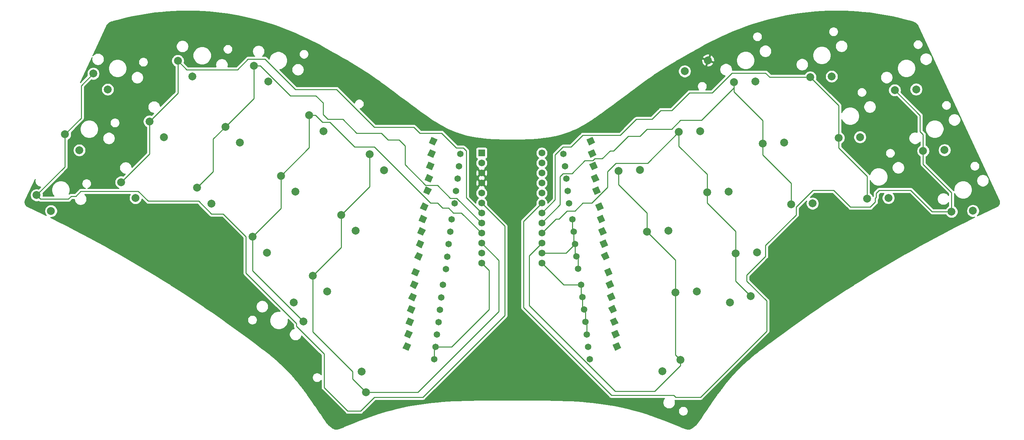
<source format=gbr>
%TF.GenerationSoftware,KiCad,Pcbnew,(5.1.10)-1*%
%TF.CreationDate,2021-10-23T01:59:14-04:00*%
%TF.ProjectId,keebwirdv1,6b656562-7769-4726-9476-312e6b696361,rev?*%
%TF.SameCoordinates,Original*%
%TF.FileFunction,Copper,L1,Top*%
%TF.FilePolarity,Positive*%
%FSLAX46Y46*%
G04 Gerber Fmt 4.6, Leading zero omitted, Abs format (unit mm)*
G04 Created by KiCad (PCBNEW (5.1.10)-1) date 2021-10-23 01:59:14*
%MOMM*%
%LPD*%
G01*
G04 APERTURE LIST*
%TA.AperFunction,ComponentPad*%
%ADD10R,1.752600X1.752600*%
%TD*%
%TA.AperFunction,ComponentPad*%
%ADD11C,1.752600*%
%TD*%
%TA.AperFunction,ComponentPad*%
%ADD12C,2.000000*%
%TD*%
%TA.AperFunction,ComponentPad*%
%ADD13C,1.651000*%
%TD*%
%TA.AperFunction,ComponentPad*%
%ADD14C,0.100000*%
%TD*%
%TA.AperFunction,Conductor*%
%ADD15C,0.250000*%
%TD*%
%TA.AperFunction,Conductor*%
%ADD16C,0.254000*%
%TD*%
%TA.AperFunction,Conductor*%
%ADD17C,0.100000*%
%TD*%
G04 APERTURE END LIST*
D10*
%TO.P,U0,1*%
%TO.N,Net-(U0-Pad1)*%
X138380000Y-77030000D03*
D11*
%TO.P,U0,2*%
%TO.N,Net-(U0-Pad2)*%
X138380000Y-79570000D03*
%TO.P,U0,3*%
%TO.N,GND*%
X138380000Y-82110000D03*
%TO.P,U0,4*%
X138380000Y-84650000D03*
%TO.P,U0,5*%
%TO.N,Net-(U0-Pad5)*%
X138380000Y-87190000D03*
%TO.P,U0,6*%
%TO.N,COL0*%
X138380000Y-89730000D03*
%TO.P,U0,7*%
%TO.N,COL1*%
X138380000Y-92270000D03*
%TO.P,U0,8*%
%TO.N,COL2*%
X138380000Y-94810000D03*
%TO.P,U0,9*%
%TO.N,COL3*%
X138380000Y-97350000D03*
%TO.P,U0,10*%
%TO.N,COL4*%
X138380000Y-99890000D03*
%TO.P,U0,11*%
%TO.N,Net-(U0-Pad11)*%
X138380000Y-102430000D03*
%TO.P,U0,13*%
%TO.N,ROW2*%
X153620000Y-104970000D03*
%TO.P,U0,14*%
%TO.N,ROW1*%
X153620000Y-102430000D03*
%TO.P,U0,15*%
%TO.N,COL5*%
X153620000Y-99890000D03*
%TO.P,U0,16*%
%TO.N,COL6*%
X153620000Y-97350000D03*
%TO.P,U0,17*%
%TO.N,COL7*%
X153620000Y-94810000D03*
%TO.P,U0,18*%
%TO.N,COL8*%
X153620000Y-92270000D03*
%TO.P,U0,19*%
%TO.N,COL9*%
X153620000Y-89730000D03*
%TO.P,U0,20*%
%TO.N,ROW0*%
X153620000Y-87190000D03*
%TO.P,U0,21*%
%TO.N,Net-(U0-Pad21)*%
X153620000Y-84650000D03*
%TO.P,U0,22*%
%TO.N,Net-(SW1-Pad1)*%
X153620000Y-82110000D03*
%TO.P,U0,23*%
%TO.N,Net-(U0-Pad23)*%
X153620000Y-79570000D03*
%TO.P,U0,12*%
%TO.N,ROW3*%
X138380000Y-104970000D03*
%TO.P,U0,24*%
%TO.N,Net-(U0-Pad24)*%
X153620000Y-77030000D03*
%TD*%
D12*
%TO.P,SW1,1*%
%TO.N,Net-(SW1-Pad1)*%
X189784500Y-56293509D03*
%TO.P,SW1,2*%
%TO.N,GND*%
X195675500Y-53546491D03*
%TD*%
%TO.P,MX33,2*%
%TO.N,Net-(D33-Pad2)*%
X201271960Y-114959247D03*
%TO.P,MX33,1*%
%TO.N,COL6*%
X206452036Y-113354002D03*
%TD*%
%TO.P,MX32,2*%
%TO.N,Net-(D32-Pad2)*%
X184126739Y-132431563D03*
%TO.P,MX32,1*%
%TO.N,COL5*%
X188714840Y-129540313D03*
%TD*%
%TO.P,MX31,2*%
%TO.N,Net-(D31-Pad2)*%
X107990666Y-132460879D03*
%TO.P,MX31,1*%
%TO.N,COL4*%
X109138329Y-137761150D03*
%TD*%
%TO.P,MX30,2*%
%TO.N,Net-(D30-Pad2)*%
X90845445Y-114988564D03*
%TO.P,MX30,1*%
%TO.N,COL3*%
X93325813Y-119811195D03*
%TD*%
%TO.P,MX29,2*%
%TO.N,Net-(D29-Pad2)*%
X262730012Y-91706294D03*
%TO.P,MX29,1*%
%TO.N,COL9*%
X257310974Y-91916139D03*
%TD*%
%TO.P,MX28,2*%
%TO.N,Net-(D28-Pad2)*%
X241341671Y-88430479D03*
%TO.P,MX28,1*%
%TO.N,COL8*%
X235922633Y-88640324D03*
%TD*%
%TO.P,MX27,2*%
%TO.N,Net-(D27-Pad2)*%
X222129815Y-89822149D03*
%TO.P,MX27,1*%
%TO.N,COL7*%
X216710777Y-90031994D03*
%TD*%
%TO.P,MX26,2*%
%TO.N,Net-(D26-Pad2)*%
X208070521Y-102263523D03*
%TO.P,MX26,1*%
%TO.N,COL6*%
X202651483Y-102473368D03*
%TD*%
%TO.P,MX25,2*%
%TO.N,Net-(D25-Pad2)*%
X192827050Y-112165423D03*
%TO.P,MX25,1*%
%TO.N,COL5*%
X187408012Y-112375268D03*
%TD*%
%TO.P,MX24,2*%
%TO.N,Net-(D24-Pad2)*%
X99290355Y-112194740D03*
%TO.P,MX24,1*%
%TO.N,COL4*%
X95646315Y-108178402D03*
%TD*%
%TO.P,MX23,2*%
%TO.N,Net-(D23-Pad2)*%
X84046884Y-102292840D03*
%TO.P,MX23,1*%
%TO.N,COL3*%
X80402844Y-98276502D03*
%TD*%
%TO.P,MX22,2*%
%TO.N,Net-(D22-Pad2)*%
X69987590Y-89851465D03*
%TO.P,MX22,1*%
%TO.N,COL2*%
X66343550Y-85835127D03*
%TD*%
%TO.P,MX21,2*%
%TO.N,Net-(D21-Pad2)*%
X50775734Y-88459795D03*
%TO.P,MX21,1*%
%TO.N,COL1*%
X47131694Y-84443457D03*
%TD*%
%TO.P,MX20,2*%
%TO.N,Net-(D20-Pad2)*%
X29387394Y-91735611D03*
%TO.P,MX20,1*%
%TO.N,COL0*%
X25743354Y-87719273D03*
%TD*%
%TO.P,MX19,2*%
%TO.N,Net-(D19-Pad2)*%
X255545501Y-76299062D03*
%TO.P,MX19,1*%
%TO.N,COL9*%
X250126463Y-76508907D03*
%TD*%
%TO.P,MX18,2*%
%TO.N,Net-(D18-Pad2)*%
X234149554Y-73006933D03*
%TO.P,MX18,1*%
%TO.N,COL8*%
X228730516Y-73216778D03*
%TD*%
%TO.P,MX17,2*%
%TO.N,Net-(D17-Pad2)*%
X214937697Y-74398603D03*
%TO.P,MX17,1*%
%TO.N,COL7*%
X209518659Y-74608448D03*
%TD*%
%TO.P,MX16,2*%
%TO.N,Net-(D16-Pad2)*%
X200878403Y-86839977D03*
%TO.P,MX16,1*%
%TO.N,COL6*%
X195459365Y-87049822D03*
%TD*%
%TO.P,MX15,2*%
%TO.N,Net-(D15-Pad2)*%
X185642540Y-96758191D03*
%TO.P,MX15,1*%
%TO.N,COL5*%
X180223502Y-96968036D03*
%TD*%
%TO.P,MX14,2*%
%TO.N,Net-(D14-Pad2)*%
X106474866Y-96787507D03*
%TO.P,MX14,1*%
%TO.N,COL4*%
X102830826Y-92771169D03*
%TD*%
%TO.P,MX13,2*%
%TO.N,Net-(D13-Pad2)*%
X91239002Y-86869294D03*
%TO.P,MX13,1*%
%TO.N,COL3*%
X87594962Y-82852956D03*
%TD*%
%TO.P,MX12,2*%
%TO.N,Net-(D12-Pad2)*%
X77179708Y-74427919D03*
%TO.P,MX12,1*%
%TO.N,COL2*%
X73535668Y-70411581D03*
%TD*%
%TO.P,MX11,2*%
%TO.N,Net-(D11-Pad2)*%
X57967851Y-73036249D03*
%TO.P,MX11,1*%
%TO.N,COL1*%
X54323811Y-69019911D03*
%TD*%
%TO.P,MX10,2*%
%TO.N,Net-(D10-Pad2)*%
X36571904Y-76328378D03*
%TO.P,MX10,1*%
%TO.N,COL0*%
X32927864Y-72312040D03*
%TD*%
%TO.P,MX9,2*%
%TO.N,Net-(D9-Pad2)*%
X248360991Y-60891829D03*
%TO.P,MX9,1*%
%TO.N,COL9*%
X242941953Y-61101674D03*
%TD*%
%TO.P,MX8,2*%
%TO.N,Net-(D8-Pad2)*%
X226976031Y-57623265D03*
%TO.P,MX8,1*%
%TO.N,COL8*%
X221556993Y-57833110D03*
%TD*%
%TO.P,MX7,2*%
%TO.N,Net-(D7-Pad2)*%
X207704163Y-58886239D03*
%TO.P,MX7,1*%
%TO.N,COL7*%
X202285125Y-59096084D03*
%TD*%
%TO.P,MX6,2*%
%TO.N,Net-(D6-Pad2)*%
X193715024Y-71478060D03*
%TO.P,MX6,1*%
%TO.N,COL6*%
X188295986Y-71687905D03*
%TD*%
%TO.P,MX5,2*%
%TO.N,Net-(D5-Pad2)*%
X178458029Y-81350959D03*
%TO.P,MX5,1*%
%TO.N,COL5*%
X173038991Y-81560804D03*
%TD*%
%TO.P,MX4,2*%
%TO.N,Net-(D4-Pad2)*%
X113659376Y-81380275D03*
%TO.P,MX4,1*%
%TO.N,COL4*%
X110015336Y-77363937D03*
%TD*%
%TO.P,MX3,2*%
%TO.N,Net-(D3-Pad2)*%
X98402382Y-71507377D03*
%TO.P,MX3,1*%
%TO.N,COL3*%
X94758342Y-67491039D03*
%TD*%
%TO.P,MX2,2*%
%TO.N,Net-(D2-Pad2)*%
X84413242Y-58915555D03*
%TO.P,MX2,1*%
%TO.N,COL2*%
X80769202Y-54899217D03*
%TD*%
%TO.P,MX1,2*%
%TO.N,Net-(D1-Pad2)*%
X65141374Y-57652581D03*
%TO.P,MX1,1*%
%TO.N,COL1*%
X61497334Y-53636243D03*
%TD*%
%TO.P,MX0,2*%
%TO.N,Net-(D0-Pad2)*%
X43756415Y-60921146D03*
%TO.P,MX0,1*%
%TO.N,COL0*%
X40112375Y-56904808D03*
%TD*%
D13*
%TO.P,D33,1*%
%TO.N,ROW3*%
X165368587Y-126183231D03*
%TA.AperFunction,ComponentPad*%
D14*
%TO.P,D33,2*%
%TO.N,Net-(D33-Pad2)*%
G36*
X171875367Y-124059907D02*
G01*
X171177625Y-122563593D01*
X172673939Y-121865851D01*
X173371681Y-123362165D01*
X171875367Y-124059907D01*
G37*
%TD.AperFunction*%
%TD*%
D13*
%TO.P,D32,1*%
%TO.N,ROW3*%
X165730134Y-129324772D03*
%TA.AperFunction,ComponentPad*%
D14*
%TO.P,D32,2*%
%TO.N,Net-(D32-Pad2)*%
G36*
X172236914Y-127201448D02*
G01*
X171539172Y-125705134D01*
X173035486Y-125007392D01*
X173733228Y-126503706D01*
X172236914Y-127201448D01*
G37*
%TD.AperFunction*%
%TD*%
D13*
%TO.P,D31,1*%
%TO.N,ROW3*%
X126387272Y-129354089D03*
%TA.AperFunction,ComponentPad*%
D14*
%TO.P,D31,2*%
%TO.N,Net-(D31-Pad2)*%
G36*
X120578234Y-125734451D02*
G01*
X119880492Y-127230765D01*
X118384178Y-126533023D01*
X119081920Y-125036709D01*
X120578234Y-125734451D01*
G37*
%TD.AperFunction*%
%TD*%
D13*
%TO.P,D30,1*%
%TO.N,ROW3*%
X126748819Y-126212547D03*
%TA.AperFunction,ComponentPad*%
D14*
%TO.P,D30,2*%
%TO.N,Net-(D30-Pad2)*%
G36*
X120939781Y-122592909D02*
G01*
X120242039Y-124089223D01*
X118745725Y-123391481D01*
X119443467Y-121895167D01*
X120939781Y-122592909D01*
G37*
%TD.AperFunction*%
%TD*%
D13*
%TO.P,D29,1*%
%TO.N,ROW2*%
X163560852Y-110475523D03*
%TA.AperFunction,ComponentPad*%
D14*
%TO.P,D29,2*%
%TO.N,Net-(D29-Pad2)*%
G36*
X170067632Y-108352199D02*
G01*
X169369890Y-106855885D01*
X170866204Y-106158143D01*
X171563946Y-107654457D01*
X170067632Y-108352199D01*
G37*
%TD.AperFunction*%
%TD*%
D13*
%TO.P,D28,1*%
%TO.N,ROW2*%
X163922399Y-113617064D03*
%TA.AperFunction,ComponentPad*%
D14*
%TO.P,D28,2*%
%TO.N,Net-(D28-Pad2)*%
G36*
X170429179Y-111493740D02*
G01*
X169731437Y-109997426D01*
X171227751Y-109299684D01*
X171925493Y-110795998D01*
X170429179Y-111493740D01*
G37*
%TD.AperFunction*%
%TD*%
D13*
%TO.P,D27,1*%
%TO.N,ROW2*%
X164283946Y-116758606D03*
%TA.AperFunction,ComponentPad*%
D14*
%TO.P,D27,2*%
%TO.N,Net-(D27-Pad2)*%
G36*
X170790726Y-114635282D02*
G01*
X170092984Y-113138968D01*
X171589298Y-112441226D01*
X172287040Y-113937540D01*
X170790726Y-114635282D01*
G37*
%TD.AperFunction*%
%TD*%
D13*
%TO.P,D26,1*%
%TO.N,ROW2*%
X164645493Y-119900148D03*
%TA.AperFunction,ComponentPad*%
D14*
%TO.P,D26,2*%
%TO.N,Net-(D26-Pad2)*%
G36*
X171152273Y-117776824D02*
G01*
X170454531Y-116280510D01*
X171950845Y-115582768D01*
X172648587Y-117079082D01*
X171152273Y-117776824D01*
G37*
%TD.AperFunction*%
%TD*%
D13*
%TO.P,D25,1*%
%TO.N,ROW2*%
X165007040Y-123041689D03*
%TA.AperFunction,ComponentPad*%
D14*
%TO.P,D25,2*%
%TO.N,Net-(D25-Pad2)*%
G36*
X171513820Y-120918365D02*
G01*
X170816078Y-119422051D01*
X172312392Y-118724309D01*
X173010134Y-120220623D01*
X171513820Y-120918365D01*
G37*
%TD.AperFunction*%
%TD*%
D13*
%TO.P,D24,1*%
%TO.N,ROW2*%
X127110366Y-123071006D03*
%TA.AperFunction,ComponentPad*%
D14*
%TO.P,D24,2*%
%TO.N,Net-(D24-Pad2)*%
G36*
X121301328Y-119451368D02*
G01*
X120603586Y-120947682D01*
X119107272Y-120249940D01*
X119805014Y-118753626D01*
X121301328Y-119451368D01*
G37*
%TD.AperFunction*%
%TD*%
D13*
%TO.P,D23,1*%
%TO.N,ROW2*%
X127471913Y-119929464D03*
%TA.AperFunction,ComponentPad*%
D14*
%TO.P,D23,2*%
%TO.N,Net-(D23-Pad2)*%
G36*
X121662875Y-116309826D02*
G01*
X120965133Y-117806140D01*
X119468819Y-117108398D01*
X120166561Y-115612084D01*
X121662875Y-116309826D01*
G37*
%TD.AperFunction*%
%TD*%
D13*
%TO.P,D22,1*%
%TO.N,ROW2*%
X127833460Y-116787922D03*
%TA.AperFunction,ComponentPad*%
D14*
%TO.P,D22,2*%
%TO.N,Net-(D22-Pad2)*%
G36*
X122024422Y-113168284D02*
G01*
X121326680Y-114664598D01*
X119830366Y-113966856D01*
X120528108Y-112470542D01*
X122024422Y-113168284D01*
G37*
%TD.AperFunction*%
%TD*%
D13*
%TO.P,D21,1*%
%TO.N,ROW2*%
X128195007Y-113646381D03*
%TA.AperFunction,ComponentPad*%
D14*
%TO.P,D21,2*%
%TO.N,Net-(D21-Pad2)*%
G36*
X122385969Y-110026743D02*
G01*
X121688227Y-111523057D01*
X120191913Y-110825315D01*
X120889655Y-109329001D01*
X122385969Y-110026743D01*
G37*
%TD.AperFunction*%
%TD*%
D13*
%TO.P,D20,1*%
%TO.N,ROW2*%
X128556554Y-110504839D03*
%TA.AperFunction,ComponentPad*%
D14*
%TO.P,D20,2*%
%TO.N,Net-(D20-Pad2)*%
G36*
X122747516Y-106885201D02*
G01*
X122049774Y-108381515D01*
X120553460Y-107683773D01*
X121251202Y-106187459D01*
X122747516Y-106885201D01*
G37*
%TD.AperFunction*%
%TD*%
D13*
%TO.P,D19,1*%
%TO.N,ROW1*%
X161330498Y-93861507D03*
%TA.AperFunction,ComponentPad*%
D14*
%TO.P,D19,2*%
%TO.N,Net-(D19-Pad2)*%
G36*
X167837278Y-91738183D02*
G01*
X167139536Y-90241869D01*
X168635850Y-89544127D01*
X169333592Y-91040441D01*
X167837278Y-91738183D01*
G37*
%TD.AperFunction*%
%TD*%
D13*
%TO.P,D18,1*%
%TO.N,ROW1*%
X161692045Y-97003048D03*
%TA.AperFunction,ComponentPad*%
D14*
%TO.P,D18,2*%
%TO.N,Net-(D18-Pad2)*%
G36*
X168198825Y-94879724D02*
G01*
X167501083Y-93383410D01*
X168997397Y-92685668D01*
X169695139Y-94181982D01*
X168198825Y-94879724D01*
G37*
%TD.AperFunction*%
%TD*%
D13*
%TO.P,D17,1*%
%TO.N,ROW1*%
X162053592Y-100144590D03*
%TA.AperFunction,ComponentPad*%
D14*
%TO.P,D17,2*%
%TO.N,Net-(D17-Pad2)*%
G36*
X168560372Y-98021266D02*
G01*
X167862630Y-96524952D01*
X169358944Y-95827210D01*
X170056686Y-97323524D01*
X168560372Y-98021266D01*
G37*
%TD.AperFunction*%
%TD*%
D13*
%TO.P,D16,1*%
%TO.N,ROW1*%
X162415139Y-103286132D03*
%TA.AperFunction,ComponentPad*%
D14*
%TO.P,D16,2*%
%TO.N,Net-(D16-Pad2)*%
G36*
X168921919Y-101162808D02*
G01*
X168224177Y-99666494D01*
X169720491Y-98968752D01*
X170418233Y-100465066D01*
X168921919Y-101162808D01*
G37*
%TD.AperFunction*%
%TD*%
D13*
%TO.P,D15,1*%
%TO.N,ROW1*%
X162776686Y-106427673D03*
%TA.AperFunction,ComponentPad*%
D14*
%TO.P,D15,2*%
%TO.N,Net-(D15-Pad2)*%
G36*
X169283466Y-104304349D02*
G01*
X168585724Y-102808035D01*
X170082038Y-102110293D01*
X170779780Y-103606607D01*
X169283466Y-104304349D01*
G37*
%TD.AperFunction*%
%TD*%
D13*
%TO.P,D14,1*%
%TO.N,ROW1*%
X129340719Y-106456990D03*
%TA.AperFunction,ComponentPad*%
D14*
%TO.P,D14,2*%
%TO.N,Net-(D14-Pad2)*%
G36*
X123531681Y-102837352D02*
G01*
X122833939Y-104333666D01*
X121337625Y-103635924D01*
X122035367Y-102139610D01*
X123531681Y-102837352D01*
G37*
%TD.AperFunction*%
%TD*%
D13*
%TO.P,D13,1*%
%TO.N,ROW1*%
X129702266Y-103315448D03*
%TA.AperFunction,ComponentPad*%
D14*
%TO.P,D13,2*%
%TO.N,Net-(D13-Pad2)*%
G36*
X123893228Y-99695810D02*
G01*
X123195486Y-101192124D01*
X121699172Y-100494382D01*
X122396914Y-98998068D01*
X123893228Y-99695810D01*
G37*
%TD.AperFunction*%
%TD*%
D13*
%TO.P,D12,1*%
%TO.N,ROW1*%
X130063813Y-100173907D03*
%TA.AperFunction,ComponentPad*%
D14*
%TO.P,D12,2*%
%TO.N,Net-(D12-Pad2)*%
G36*
X124254775Y-96554269D02*
G01*
X123557033Y-98050583D01*
X122060719Y-97352841D01*
X122758461Y-95856527D01*
X124254775Y-96554269D01*
G37*
%TD.AperFunction*%
%TD*%
D13*
%TO.P,D11,1*%
%TO.N,ROW1*%
X130425360Y-97032365D03*
%TA.AperFunction,ComponentPad*%
D14*
%TO.P,D11,2*%
%TO.N,Net-(D11-Pad2)*%
G36*
X124616322Y-93412727D02*
G01*
X123918580Y-94909041D01*
X122422266Y-94211299D01*
X123120008Y-92714985D01*
X124616322Y-93412727D01*
G37*
%TD.AperFunction*%
%TD*%
D13*
%TO.P,D10,1*%
%TO.N,ROW1*%
X130786907Y-93890823D03*
%TA.AperFunction,ComponentPad*%
D14*
%TO.P,D10,2*%
%TO.N,Net-(D10-Pad2)*%
G36*
X124977869Y-90271185D02*
G01*
X124280127Y-91767499D01*
X122783813Y-91069757D01*
X123481555Y-89573443D01*
X124977869Y-90271185D01*
G37*
%TD.AperFunction*%
%TD*%
D13*
%TO.P,D9,1*%
%TO.N,ROW0*%
X159100145Y-77247491D03*
%TA.AperFunction,ComponentPad*%
D14*
%TO.P,D9,2*%
%TO.N,Net-(D9-Pad2)*%
G36*
X165606925Y-75124167D02*
G01*
X164909183Y-73627853D01*
X166405497Y-72930111D01*
X167103239Y-74426425D01*
X165606925Y-75124167D01*
G37*
%TD.AperFunction*%
%TD*%
D13*
%TO.P,D8,1*%
%TO.N,ROW0*%
X159461692Y-80389033D03*
%TA.AperFunction,ComponentPad*%
D14*
%TO.P,D8,2*%
%TO.N,Net-(D8-Pad2)*%
G36*
X165968472Y-78265709D02*
G01*
X165270730Y-76769395D01*
X166767044Y-76071653D01*
X167464786Y-77567967D01*
X165968472Y-78265709D01*
G37*
%TD.AperFunction*%
%TD*%
D13*
%TO.P,D7,1*%
%TO.N,ROW0*%
X159823239Y-83530574D03*
%TA.AperFunction,ComponentPad*%
D14*
%TO.P,D7,2*%
%TO.N,Net-(D7-Pad2)*%
G36*
X166330019Y-81407250D02*
G01*
X165632277Y-79910936D01*
X167128591Y-79213194D01*
X167826333Y-80709508D01*
X166330019Y-81407250D01*
G37*
%TD.AperFunction*%
%TD*%
D13*
%TO.P,D6,1*%
%TO.N,ROW0*%
X160184786Y-86672116D03*
%TA.AperFunction,ComponentPad*%
D14*
%TO.P,D6,2*%
%TO.N,Net-(D6-Pad2)*%
G36*
X166691566Y-84548792D02*
G01*
X165993824Y-83052478D01*
X167490138Y-82354736D01*
X168187880Y-83851050D01*
X166691566Y-84548792D01*
G37*
%TD.AperFunction*%
%TD*%
D13*
%TO.P,D5,1*%
%TO.N,ROW0*%
X160546333Y-89813657D03*
%TA.AperFunction,ComponentPad*%
D14*
%TO.P,D5,2*%
%TO.N,Net-(D5-Pad2)*%
G36*
X167053113Y-87690333D02*
G01*
X166355371Y-86194019D01*
X167851685Y-85496277D01*
X168549427Y-86992591D01*
X167053113Y-87690333D01*
G37*
%TD.AperFunction*%
%TD*%
D13*
%TO.P,D4,1*%
%TO.N,ROW0*%
X131571072Y-89842974D03*
%TA.AperFunction,ComponentPad*%
D14*
%TO.P,D4,2*%
%TO.N,Net-(D4-Pad2)*%
G36*
X125762034Y-86223336D02*
G01*
X125064292Y-87719650D01*
X123567978Y-87021908D01*
X124265720Y-85525594D01*
X125762034Y-86223336D01*
G37*
%TD.AperFunction*%
%TD*%
D13*
%TO.P,D3,1*%
%TO.N,ROW0*%
X131932619Y-86701432D03*
%TA.AperFunction,ComponentPad*%
D14*
%TO.P,D3,2*%
%TO.N,Net-(D3-Pad2)*%
G36*
X126123581Y-83081794D02*
G01*
X125425839Y-84578108D01*
X123929525Y-83880366D01*
X124627267Y-82384052D01*
X126123581Y-83081794D01*
G37*
%TD.AperFunction*%
%TD*%
D13*
%TO.P,D2,1*%
%TO.N,ROW0*%
X132294166Y-83559891D03*
%TA.AperFunction,ComponentPad*%
D14*
%TO.P,D2,2*%
%TO.N,Net-(D2-Pad2)*%
G36*
X126485128Y-79940253D02*
G01*
X125787386Y-81436567D01*
X124291072Y-80738825D01*
X124988814Y-79242511D01*
X126485128Y-79940253D01*
G37*
%TD.AperFunction*%
%TD*%
D13*
%TO.P,D1,1*%
%TO.N,ROW0*%
X132655713Y-80418349D03*
%TA.AperFunction,ComponentPad*%
D14*
%TO.P,D1,2*%
%TO.N,Net-(D1-Pad2)*%
G36*
X126846675Y-76798711D02*
G01*
X126148933Y-78295025D01*
X124652619Y-77597283D01*
X125350361Y-76100969D01*
X126846675Y-76798711D01*
G37*
%TD.AperFunction*%
%TD*%
D13*
%TO.P,D0,1*%
%TO.N,ROW0*%
X133017260Y-77276807D03*
%TA.AperFunction,ComponentPad*%
D14*
%TO.P,D0,2*%
%TO.N,Net-(D0-Pad2)*%
G36*
X127208222Y-73657169D02*
G01*
X126510480Y-75153483D01*
X125014166Y-74455741D01*
X125711908Y-72959427D01*
X127208222Y-73657169D01*
G37*
%TD.AperFunction*%
%TD*%
D15*
%TO.N,ROW1*%
X159768182Y-102430000D02*
X162053592Y-100144590D01*
X153620000Y-102430000D02*
X159768182Y-102430000D01*
X161692045Y-99783043D02*
X162053592Y-100144590D01*
X161692045Y-97003048D02*
X161692045Y-99783043D01*
X161330498Y-96641501D02*
X161692045Y-97003048D01*
X161330498Y-93861507D02*
X161330498Y-96641501D01*
X162053592Y-102924585D02*
X162415139Y-103286132D01*
X162053592Y-100144590D02*
X162053592Y-102924585D01*
X162776686Y-103647679D02*
X162415139Y-103286132D01*
X162776686Y-106427673D02*
X162776686Y-103647679D01*
%TO.N,ROW2*%
X165007040Y-120261695D02*
X164645493Y-119900148D01*
X165007040Y-123041689D02*
X165007040Y-120261695D01*
X164645493Y-117120153D02*
X164283946Y-116758606D01*
X164645493Y-119900148D02*
X164645493Y-117120153D01*
X163922399Y-116397059D02*
X164283946Y-116758606D01*
X163922399Y-113617064D02*
X163922399Y-116397059D01*
X163560852Y-113255517D02*
X163922399Y-113617064D01*
X163560852Y-110475523D02*
X163560852Y-113255517D01*
X159125523Y-110475523D02*
X153620000Y-104970000D01*
X163560852Y-110475523D02*
X159125523Y-110475523D01*
%TO.N,ROW3*%
X126387272Y-126574094D02*
X126748819Y-126212547D01*
X126387272Y-129354089D02*
X126387272Y-126574094D01*
X126748819Y-126212547D02*
X130787453Y-126212547D01*
X130787453Y-126212547D02*
X140250000Y-116750000D01*
X140250000Y-106840000D02*
X138380000Y-104970000D01*
X140250000Y-116750000D02*
X140250000Y-106840000D01*
%TO.N,COL0*%
X37040351Y-68199553D02*
X32927864Y-72312040D01*
X37040351Y-59976832D02*
X37040351Y-68199553D01*
X40112375Y-56904808D02*
X37040351Y-59976832D01*
X32927864Y-80534763D02*
X25743354Y-87719273D01*
X32927864Y-72312040D02*
X32927864Y-80534763D01*
X144250000Y-95600000D02*
X138380000Y-89730000D01*
X144250000Y-118250000D02*
X144250000Y-95600000D01*
X111250000Y-139000000D02*
X123500000Y-139000000D01*
X107750000Y-142500000D02*
X111250000Y-139000000D01*
X104500000Y-142500000D02*
X107750000Y-142500000D01*
X98500000Y-136500000D02*
X104500000Y-142500000D01*
X98500000Y-128000000D02*
X98500000Y-136500000D01*
X91500000Y-121000000D02*
X98500000Y-128000000D01*
X91500000Y-120250000D02*
X91500000Y-121000000D01*
X33780728Y-88719272D02*
X34500000Y-88000000D01*
X26743353Y-88719272D02*
X33780728Y-88719272D01*
X34500000Y-88000000D02*
X35691328Y-88000000D01*
X35691328Y-88000000D02*
X36941328Y-86750000D01*
X36941328Y-86750000D02*
X51500000Y-86750000D01*
X51500000Y-86750000D02*
X54000000Y-89250000D01*
X54000000Y-89250000D02*
X66750000Y-89250000D01*
X25743354Y-87719273D02*
X26743353Y-88719272D01*
X78750000Y-98250000D02*
X78750000Y-107500000D01*
X70000000Y-92500000D02*
X73000000Y-92500000D01*
X66750000Y-89250000D02*
X70000000Y-92500000D01*
X78750000Y-107500000D02*
X91500000Y-120250000D01*
X123500000Y-139000000D02*
X144250000Y-118250000D01*
X73000000Y-92500000D02*
X78750000Y-98250000D01*
%TO.N,COL1*%
X61497334Y-61846388D02*
X54323811Y-69019911D01*
X61497334Y-53636243D02*
X61497334Y-61846388D01*
X54323811Y-77251340D02*
X47131694Y-84443457D01*
X54323811Y-69019911D02*
X54323811Y-77251340D01*
X134500000Y-88390000D02*
X138380000Y-92270000D01*
X134500000Y-76500000D02*
X134500000Y-88390000D01*
X61497334Y-53636243D02*
X63765857Y-55904766D01*
X122750000Y-72000000D02*
X128250000Y-72000000D01*
X63765857Y-55904766D02*
X76595234Y-55904766D01*
X91250000Y-60908651D02*
X101658651Y-60908651D01*
X83591349Y-53250000D02*
X91250000Y-60908651D01*
X121250000Y-70500000D02*
X122750000Y-72000000D01*
X79250000Y-53250000D02*
X83591349Y-53250000D01*
X76595234Y-55904766D02*
X79250000Y-53250000D01*
X101658651Y-60908651D02*
X111250000Y-70500000D01*
X111250000Y-70500000D02*
X121250000Y-70500000D01*
X128250000Y-72000000D02*
X132000000Y-75750000D01*
X132000000Y-75750000D02*
X133750000Y-75750000D01*
X133750000Y-75750000D02*
X134500000Y-76500000D01*
%TO.N,COL2*%
X70456037Y-81722640D02*
X66343550Y-85835127D01*
X70456037Y-73491212D02*
X70456037Y-81722640D01*
X73535668Y-70411581D02*
X70456037Y-73491212D01*
X80769202Y-63178047D02*
X73535668Y-70411581D01*
X80769202Y-54899217D02*
X80769202Y-63178047D01*
X82357906Y-54899217D02*
X89958689Y-62500000D01*
X80769202Y-54899217D02*
X82357906Y-54899217D01*
X96462378Y-62500000D02*
X98250000Y-64287622D01*
X89958689Y-62500000D02*
X96462378Y-62500000D01*
X98250000Y-64287622D02*
X98250000Y-67250000D01*
X98250000Y-67250000D02*
X99500000Y-68500000D01*
X99500000Y-68500000D02*
X103250000Y-68500000D01*
X103250000Y-68500000D02*
X106750000Y-72000000D01*
X106750000Y-72000000D02*
X113000000Y-72000000D01*
X113000000Y-72000000D02*
X114750000Y-73750000D01*
X114750000Y-73750000D02*
X117500000Y-73750000D01*
X117500000Y-73750000D02*
X119000000Y-75250000D01*
X124200584Y-85200584D02*
X127200584Y-85200584D01*
X119000000Y-80000000D02*
X124200584Y-85200584D01*
X119000000Y-75250000D02*
X119000000Y-80000000D01*
X127200584Y-85200584D02*
X130500000Y-88500000D01*
X132070000Y-88500000D02*
X138380000Y-94810000D01*
X130500000Y-88500000D02*
X132070000Y-88500000D01*
%TO.N,COL3*%
X94758342Y-75689576D02*
X87594962Y-82852956D01*
X94758342Y-67491039D02*
X94758342Y-75689576D01*
X87594962Y-91084384D02*
X80402844Y-98276502D01*
X87594962Y-82852956D02*
X87594962Y-91084384D01*
X80402844Y-106888226D02*
X93325813Y-119811195D01*
X80402844Y-98276502D02*
X80402844Y-106888226D01*
X131250000Y-92250000D02*
X133280000Y-92250000D01*
X128500000Y-91000000D02*
X130000000Y-91000000D01*
X111250000Y-75500000D02*
X125500000Y-89750000D01*
X127250000Y-89750000D02*
X128500000Y-91000000D01*
X106250000Y-75500000D02*
X111250000Y-75500000D01*
X130000000Y-91000000D02*
X131250000Y-92250000D01*
X100000000Y-69250000D02*
X106250000Y-75500000D01*
X125500000Y-89750000D02*
X127250000Y-89750000D01*
X98106007Y-69250000D02*
X100000000Y-69250000D01*
X133280000Y-92250000D02*
X138380000Y-97350000D01*
X96347046Y-67491039D02*
X98106007Y-69250000D01*
X94758342Y-67491039D02*
X96347046Y-67491039D01*
%TO.N,COL4*%
X110015336Y-85586659D02*
X102830826Y-92771169D01*
X110015336Y-77363937D02*
X110015336Y-85586659D01*
X102830826Y-100993891D02*
X95646315Y-108178402D01*
X102830826Y-92771169D02*
X102830826Y-100993891D01*
X95646315Y-108178402D02*
X95646315Y-122396315D01*
X95646315Y-122396315D02*
X105750000Y-132500000D01*
X105750000Y-134372821D02*
X109138329Y-137761150D01*
X105750000Y-132500000D02*
X105750000Y-134372821D01*
X142750000Y-117250000D02*
X142750000Y-104260000D01*
X142750000Y-104260000D02*
X138380000Y-99890000D01*
X122238850Y-137761150D02*
X142750000Y-117250000D01*
X109138329Y-137761150D02*
X122238850Y-137761150D01*
%TO.N,COL5*%
X187408012Y-128233485D02*
X188714840Y-129540313D01*
X187408012Y-112375268D02*
X187408012Y-128233485D01*
X186623910Y-103368444D02*
X186623910Y-103373910D01*
X180223502Y-96968036D02*
X186623910Y-103368444D01*
X187408012Y-104158012D02*
X187408012Y-112375268D01*
X186623910Y-103373910D02*
X187408012Y-104158012D01*
X173038991Y-81560804D02*
X173038991Y-85038991D01*
X180223502Y-92223502D02*
X180223502Y-96968036D01*
X173038991Y-85038991D02*
X180223502Y-92223502D01*
X188714840Y-130954526D02*
X182169366Y-137500000D01*
X188714840Y-129540313D02*
X188714840Y-130954526D01*
X172202620Y-137500000D02*
X150452620Y-115750000D01*
X182169366Y-137500000D02*
X172202620Y-137500000D01*
X150452620Y-103057380D02*
X153620000Y-99890000D01*
X150452620Y-115750000D02*
X150452620Y-103057380D01*
%TO.N,COL6*%
X188295986Y-71687905D02*
X188295986Y-75295986D01*
X195459365Y-82459365D02*
X195459365Y-87049822D01*
X188295986Y-75295986D02*
X195459365Y-82459365D01*
X195459365Y-87049822D02*
X195459365Y-89709365D01*
X202651483Y-96901483D02*
X202651483Y-102473368D01*
X195459365Y-89709365D02*
X202651483Y-96901483D01*
X202651483Y-109553449D02*
X206452036Y-113354002D01*
X202651483Y-102473368D02*
X202651483Y-109553449D01*
X164000000Y-89750000D02*
X162000000Y-91750000D01*
X166251654Y-89750000D02*
X164000000Y-89750000D01*
X170250000Y-85751654D02*
X166251654Y-89750000D01*
X170250000Y-81750000D02*
X170250000Y-85751654D01*
X180380747Y-79603144D02*
X172396856Y-79603144D01*
X172396856Y-79603144D02*
X170250000Y-81750000D01*
X188295986Y-71687905D02*
X180380747Y-79603144D01*
X162000000Y-91750000D02*
X160000000Y-91750000D01*
X160000000Y-91750000D02*
X158000000Y-93750000D01*
X157220000Y-93750000D02*
X153620000Y-97350000D01*
X158000000Y-93750000D02*
X157220000Y-93750000D01*
%TO.N,COL7*%
X202285125Y-59096084D02*
X202285125Y-61535125D01*
X209518659Y-68768659D02*
X209518659Y-74608448D01*
X202285125Y-61535125D02*
X209518659Y-68768659D01*
X209518659Y-74608448D02*
X209518659Y-77518659D01*
X216710777Y-84710777D02*
X216710777Y-90031994D01*
X209518659Y-77518659D02*
X216710777Y-84710777D01*
X159000000Y-82250000D02*
X158250000Y-83000000D01*
X161250000Y-82250000D02*
X159000000Y-82250000D01*
X164500000Y-79000000D02*
X161250000Y-82250000D01*
X202285125Y-59096084D02*
X202285125Y-60510297D01*
X202285125Y-60510297D02*
X194045422Y-68750000D01*
X188750000Y-68750000D02*
X186500000Y-71000000D01*
X158250000Y-83000000D02*
X158250000Y-90180000D01*
X186500000Y-71000000D02*
X180250000Y-71000000D01*
X178500000Y-72750000D02*
X175500000Y-72750000D01*
X194045422Y-68750000D02*
X188750000Y-68750000D01*
X175500000Y-72750000D02*
X171750000Y-76500000D01*
X171750000Y-76500000D02*
X170921029Y-76500000D01*
X167000000Y-78500000D02*
X166500000Y-79000000D01*
X158250000Y-90180000D02*
X153620000Y-94810000D01*
X166500000Y-79000000D02*
X164500000Y-79000000D01*
X170921029Y-76500000D02*
X168921029Y-78500000D01*
X180250000Y-71000000D02*
X178500000Y-72750000D01*
X168921029Y-78500000D02*
X167000000Y-78500000D01*
%TO.N,COL8*%
X228730516Y-65006633D02*
X228730516Y-73216778D01*
X221556993Y-57833110D02*
X228730516Y-65006633D01*
X228730516Y-73216778D02*
X228730516Y-75730516D01*
X235922633Y-82922633D02*
X235922633Y-88640324D01*
X228730516Y-75730516D02*
X235922633Y-82922633D01*
X221556993Y-57833110D02*
X211333110Y-57833110D01*
X211333110Y-57833110D02*
X210250000Y-56750000D01*
X210250000Y-56750000D02*
X201750000Y-56750000D01*
X201750000Y-56750000D02*
X196750000Y-61750000D01*
X196750000Y-61750000D02*
X191000000Y-61750000D01*
X191000000Y-61750000D02*
X186500000Y-66250000D01*
X186500000Y-66250000D02*
X183750000Y-66250000D01*
X183750000Y-66250000D02*
X181500000Y-68500000D01*
X181500000Y-68500000D02*
X177500000Y-68500000D01*
X164000000Y-72500000D02*
X173500000Y-72500000D01*
X161000000Y-75500000D02*
X164000000Y-72500000D01*
X159000000Y-75500000D02*
X161000000Y-75500000D01*
X173500000Y-72500000D02*
X174375000Y-71625000D01*
X157000000Y-77500000D02*
X159000000Y-75500000D01*
X157000000Y-88890000D02*
X157000000Y-77500000D01*
X153620000Y-92270000D02*
X157000000Y-88890000D01*
X174375000Y-71625000D02*
X174250000Y-71750000D01*
X177500000Y-68500000D02*
X174375000Y-71625000D01*
%TO.N,COL9*%
X249342361Y-67502082D02*
X249342361Y-71592361D01*
X242941953Y-61101674D02*
X249342361Y-67502082D01*
X250126463Y-72376463D02*
X250126463Y-76508907D01*
X249342361Y-71592361D02*
X250126463Y-72376463D01*
X250126463Y-76508907D02*
X250126463Y-79876463D01*
X257310974Y-87060974D02*
X257310974Y-91916139D01*
X250126463Y-79876463D02*
X257310974Y-87060974D01*
X257310974Y-91916139D02*
X252416139Y-91916139D01*
X252416139Y-91916139D02*
X247000000Y-86500000D01*
X239000000Y-86500000D02*
X238250000Y-87250000D01*
X247000000Y-86500000D02*
X239000000Y-86500000D01*
X238250000Y-88273959D02*
X238000000Y-88523959D01*
X238250000Y-87250000D02*
X238250000Y-88273959D01*
X238000000Y-88523959D02*
X238000000Y-89500000D01*
X238000000Y-89500000D02*
X236750000Y-90750000D01*
X236750000Y-90750000D02*
X231750000Y-90750000D01*
X231750000Y-90750000D02*
X227500000Y-86500000D01*
X227500000Y-86500000D02*
X222250000Y-86500000D01*
X222250000Y-86500000D02*
X218000000Y-90750000D01*
X218000000Y-90750000D02*
X218000000Y-92750000D01*
X218000000Y-92750000D02*
X210250000Y-100500000D01*
X210250000Y-100500000D02*
X210250000Y-103250000D01*
X210250000Y-103250000D02*
X205500000Y-108000000D01*
X205500000Y-108000000D02*
X205500000Y-109500000D01*
X210552652Y-114552652D02*
X210552652Y-122197348D01*
X205500000Y-109500000D02*
X210552652Y-114552652D01*
X210552652Y-122197348D02*
X193750000Y-139000000D01*
X193750000Y-139000000D02*
X187500000Y-139000000D01*
X187500000Y-139000000D02*
X187000000Y-138500000D01*
X187000000Y-138500000D02*
X171250000Y-138500000D01*
X171250000Y-138500000D02*
X149000000Y-116250000D01*
X149000000Y-94350000D02*
X153620000Y-89730000D01*
X149000000Y-116250000D02*
X149000000Y-94350000D01*
%TD*%
D16*
%TO.N,GND*%
X230426828Y-41039837D02*
X231936001Y-41103797D01*
X233444479Y-41201353D01*
X234951595Y-41332541D01*
X236456988Y-41497424D01*
X237959863Y-41696023D01*
X239459826Y-41928402D01*
X240956220Y-42194595D01*
X242448547Y-42494657D01*
X243936211Y-42828626D01*
X245418664Y-43196552D01*
X246903302Y-43600646D01*
X246911665Y-43602064D01*
X246919660Y-43604897D01*
X246929638Y-43607294D01*
X247065913Y-43639028D01*
X247255131Y-43692869D01*
X247436957Y-43756207D01*
X247614443Y-43829790D01*
X247787150Y-43913372D01*
X247954664Y-44006714D01*
X248116581Y-44109589D01*
X248272460Y-44221744D01*
X248421879Y-44342939D01*
X248564419Y-44472931D01*
X248628651Y-44538734D01*
X269339677Y-89049495D01*
X269373458Y-89153705D01*
X269409655Y-89340710D01*
X269417799Y-89518025D01*
X269400759Y-89692929D01*
X269359466Y-89863070D01*
X269294938Y-90025656D01*
X269208390Y-90177753D01*
X269101138Y-90316575D01*
X268974347Y-90439698D01*
X268828698Y-90545039D01*
X268628258Y-90649280D01*
X266684661Y-91567747D01*
X266684501Y-91567843D01*
X266680230Y-91569859D01*
X264730506Y-92507201D01*
X264730348Y-92507297D01*
X264726090Y-92509342D01*
X263773270Y-92975275D01*
X263999999Y-92748546D01*
X264178930Y-92480757D01*
X264302180Y-92183206D01*
X264365012Y-91867327D01*
X264365012Y-91545261D01*
X264302180Y-91229382D01*
X264178930Y-90931831D01*
X263999999Y-90664042D01*
X263772264Y-90436307D01*
X263504475Y-90257376D01*
X263206924Y-90134126D01*
X262891045Y-90071294D01*
X262568979Y-90071294D01*
X262253100Y-90134126D01*
X261955549Y-90257376D01*
X261687760Y-90436307D01*
X261460025Y-90664042D01*
X261281094Y-90931831D01*
X261157844Y-91229382D01*
X261095012Y-91545261D01*
X261095012Y-91867327D01*
X261157844Y-92183206D01*
X261281094Y-92480757D01*
X261460025Y-92748546D01*
X261687760Y-92976281D01*
X261955549Y-93155212D01*
X262253100Y-93278462D01*
X262568979Y-93341294D01*
X262891045Y-93341294D01*
X263116464Y-93296456D01*
X262782973Y-93459534D01*
X262782810Y-93459634D01*
X262778572Y-93461705D01*
X260842123Y-94424709D01*
X260841967Y-94424806D01*
X260837737Y-94426908D01*
X258908018Y-95402686D01*
X258907861Y-95402786D01*
X258903647Y-95404915D01*
X256980718Y-96393431D01*
X256980569Y-96393527D01*
X256976363Y-96395687D01*
X255060288Y-97396903D01*
X255060137Y-97397001D01*
X255055948Y-97399189D01*
X253146787Y-98413067D01*
X253146635Y-98413168D01*
X253142464Y-98415381D01*
X251240279Y-99441884D01*
X251240123Y-99441989D01*
X251235971Y-99444228D01*
X249340825Y-100483318D01*
X249340674Y-100483421D01*
X249336533Y-100485690D01*
X247448486Y-101537330D01*
X247448328Y-101537440D01*
X247444211Y-101539731D01*
X245563327Y-102603884D01*
X245563179Y-102603988D01*
X245559068Y-102606312D01*
X243685407Y-103682940D01*
X243685259Y-103683046D01*
X243681164Y-103685397D01*
X241814788Y-104774463D01*
X241814641Y-104774569D01*
X241810561Y-104776948D01*
X239951533Y-105878415D01*
X239951382Y-105878525D01*
X239947324Y-105880928D01*
X238095702Y-106994757D01*
X238095556Y-106994865D01*
X238091509Y-106997298D01*
X236247360Y-108123453D01*
X236247214Y-108123563D01*
X236243184Y-108126022D01*
X234406567Y-109264466D01*
X234406418Y-109264580D01*
X234402409Y-109267063D01*
X232573385Y-110417756D01*
X232573242Y-110417867D01*
X232569243Y-110420381D01*
X230747876Y-111583288D01*
X230747728Y-111583404D01*
X230743752Y-111585941D01*
X228930101Y-112761024D01*
X228929961Y-112761136D01*
X228925995Y-112763703D01*
X227120124Y-113950924D01*
X227119976Y-113951043D01*
X227116036Y-113953632D01*
X225318005Y-115152955D01*
X225317865Y-115153070D01*
X225313934Y-115155690D01*
X223523806Y-116367076D01*
X223523668Y-116367191D01*
X223519754Y-116369837D01*
X221737591Y-117593250D01*
X221737454Y-117593365D01*
X221733556Y-117596039D01*
X219959419Y-118831440D01*
X219959280Y-118831559D01*
X219955403Y-118834256D01*
X218189354Y-120081608D01*
X218189215Y-120081728D01*
X218185356Y-120084452D01*
X216427457Y-121343718D01*
X216427318Y-121343839D01*
X216423478Y-121346589D01*
X214673789Y-122617732D01*
X214673656Y-122617850D01*
X214669828Y-122620629D01*
X212928413Y-123903611D01*
X212928275Y-123903735D01*
X212924472Y-123906535D01*
X211191392Y-125201318D01*
X211191254Y-125201444D01*
X211187469Y-125204270D01*
X209465406Y-126508832D01*
X208715332Y-127069279D01*
X208714827Y-127069740D01*
X208714250Y-127070090D01*
X208706083Y-127076305D01*
X207984619Y-127633354D01*
X207983998Y-127633939D01*
X207983280Y-127634391D01*
X207975216Y-127640737D01*
X207282189Y-128194054D01*
X207281470Y-128194753D01*
X207280630Y-128195302D01*
X207272673Y-128201783D01*
X206606642Y-128751983D01*
X206605844Y-128752785D01*
X206604908Y-128753420D01*
X206597062Y-128760035D01*
X205956593Y-129307731D01*
X205955738Y-129308621D01*
X205954734Y-129309327D01*
X205947004Y-129316076D01*
X205330656Y-129861879D01*
X205329768Y-129862835D01*
X205328722Y-129863599D01*
X205321111Y-129870482D01*
X204727449Y-130415007D01*
X204726558Y-130416000D01*
X204725500Y-130416802D01*
X204718011Y-130423818D01*
X204145595Y-130967677D01*
X204144727Y-130968681D01*
X204143687Y-130969497D01*
X204136322Y-130976644D01*
X203583715Y-131520451D01*
X203582896Y-131521432D01*
X203581908Y-131522236D01*
X203574669Y-131529509D01*
X203040432Y-132073876D01*
X203039688Y-132074799D01*
X203038784Y-132075561D01*
X203031670Y-132082958D01*
X202514366Y-132628498D01*
X202513719Y-132629329D01*
X202512934Y-132630014D01*
X202505946Y-132637529D01*
X202004137Y-133184857D01*
X202003618Y-133185547D01*
X202002975Y-133186127D01*
X201996111Y-133193756D01*
X201508358Y-133743483D01*
X201507982Y-133744001D01*
X201507514Y-133744436D01*
X201500770Y-133752171D01*
X201025636Y-134304911D01*
X201025421Y-134305217D01*
X201025155Y-134305472D01*
X201018527Y-134313307D01*
X200554575Y-134869672D01*
X200554538Y-134869727D01*
X200554495Y-134869769D01*
X200547979Y-134877697D01*
X200093769Y-135438301D01*
X200093743Y-135438341D01*
X200087710Y-135445881D01*
X199641805Y-136011338D01*
X199641758Y-136011411D01*
X199636302Y-136018405D01*
X199197265Y-136589326D01*
X199197199Y-136589431D01*
X199192330Y-136595818D01*
X198758721Y-137172817D01*
X198758638Y-137172953D01*
X198754357Y-137178685D01*
X198324739Y-137762375D01*
X198324645Y-137762532D01*
X198320946Y-137767577D01*
X197893882Y-138358571D01*
X197893787Y-138358733D01*
X197890653Y-138363075D01*
X197464705Y-138961985D01*
X197464614Y-138962144D01*
X197462029Y-138965773D01*
X197035758Y-139573215D01*
X197035677Y-139573359D01*
X197033622Y-139576275D01*
X196605590Y-140192860D01*
X196605520Y-140192985D01*
X196603976Y-140195195D01*
X196172746Y-140821537D01*
X196172694Y-140821631D01*
X196171635Y-140823155D01*
X195735768Y-141459866D01*
X195735735Y-141459926D01*
X195735138Y-141460788D01*
X195293197Y-142108481D01*
X195293187Y-142108500D01*
X195293026Y-142108732D01*
X194843836Y-142767634D01*
X194385669Y-143438784D01*
X193917787Y-144121774D01*
X193438542Y-144817535D01*
X192979302Y-145479410D01*
X192830529Y-145633292D01*
X192651858Y-145814313D01*
X192482342Y-145981709D01*
X192321489Y-146135656D01*
X192169002Y-146276186D01*
X192028775Y-146399710D01*
X191760123Y-146617214D01*
X191524342Y-146781540D01*
X191315851Y-146899611D01*
X191129976Y-146978222D01*
X190957366Y-147025521D01*
X190783802Y-147047702D01*
X190593515Y-147046153D01*
X190373784Y-147018044D01*
X190116851Y-146959432D01*
X189818720Y-146867694D01*
X189474411Y-146741131D01*
X189290194Y-146667248D01*
X189090582Y-146583761D01*
X188878960Y-146492370D01*
X188652803Y-146392346D01*
X188649494Y-146391254D01*
X188646449Y-146389572D01*
X188636997Y-146385575D01*
X187345955Y-145850325D01*
X187345783Y-145850273D01*
X187339885Y-145847840D01*
X186084375Y-145340403D01*
X186084221Y-145340358D01*
X186077491Y-145337661D01*
X184853772Y-144857368D01*
X184853650Y-144857333D01*
X184846051Y-144854388D01*
X183650380Y-144400572D01*
X183650305Y-144400552D01*
X183641817Y-144397383D01*
X182470452Y-143969376D01*
X182470433Y-143969371D01*
X182461053Y-143966014D01*
X181310252Y-143563150D01*
X181309998Y-143563088D01*
X181309758Y-143562977D01*
X181300047Y-143559661D01*
X180166068Y-143181271D01*
X180165446Y-143181129D01*
X180164865Y-143180871D01*
X180155102Y-143177707D01*
X179034204Y-142823124D01*
X179033249Y-142822922D01*
X179032359Y-142822544D01*
X179022546Y-142819542D01*
X177910985Y-142488099D01*
X177909750Y-142487859D01*
X177908590Y-142487390D01*
X177898726Y-142484560D01*
X177520954Y-142379022D01*
X188171106Y-142379022D01*
X188171106Y-142622296D01*
X188218566Y-142860895D01*
X188311663Y-143085651D01*
X188446819Y-143287926D01*
X188618839Y-143459946D01*
X188821114Y-143595102D01*
X189045870Y-143688199D01*
X189284469Y-143735659D01*
X189527743Y-143735659D01*
X189766342Y-143688199D01*
X189991098Y-143595102D01*
X190193373Y-143459946D01*
X190365393Y-143287926D01*
X190500549Y-143085651D01*
X190593646Y-142860895D01*
X190641106Y-142622296D01*
X190641106Y-142379022D01*
X190593646Y-142140423D01*
X190500549Y-141915667D01*
X190365393Y-141713392D01*
X190193373Y-141541372D01*
X189991098Y-141406216D01*
X189766342Y-141313119D01*
X189527743Y-141265659D01*
X189284469Y-141265659D01*
X189045870Y-141313119D01*
X188821114Y-141406216D01*
X188618839Y-141541372D01*
X188446819Y-141713392D01*
X188311663Y-141915667D01*
X188218566Y-142140423D01*
X188171106Y-142379022D01*
X177520954Y-142379022D01*
X176792762Y-142175588D01*
X176791306Y-142175331D01*
X176789921Y-142174800D01*
X176780007Y-142172148D01*
X175675898Y-141884982D01*
X175674279Y-141884726D01*
X175672739Y-141884168D01*
X175662778Y-141881698D01*
X174556781Y-141615668D01*
X174555069Y-141615430D01*
X174553436Y-141614872D01*
X174543431Y-141612588D01*
X173431804Y-141367028D01*
X173430073Y-141366820D01*
X173428418Y-141366289D01*
X173418372Y-141364192D01*
X172297373Y-141138434D01*
X172295697Y-141138264D01*
X172294089Y-141137781D01*
X172284006Y-141135871D01*
X171149892Y-140929248D01*
X171148345Y-140929120D01*
X171146849Y-140928700D01*
X171136733Y-140926974D01*
X169985765Y-140738818D01*
X169984408Y-140738731D01*
X169983092Y-140738386D01*
X169972947Y-140736838D01*
X168801381Y-140566482D01*
X168800270Y-140566430D01*
X168799195Y-140566168D01*
X168789026Y-140564793D01*
X167593121Y-140411569D01*
X167592309Y-140411545D01*
X167591520Y-140411366D01*
X167581329Y-140410155D01*
X166357342Y-140273394D01*
X166356862Y-140273388D01*
X166356404Y-140273291D01*
X166346196Y-140272235D01*
X165090385Y-140151273D01*
X165090274Y-140151273D01*
X165090171Y-140151253D01*
X165079949Y-140150343D01*
X163788574Y-140044510D01*
X163788534Y-140044511D01*
X163778888Y-140043781D01*
X162448205Y-139952411D01*
X162448116Y-139952414D01*
X162439296Y-139951853D01*
X161065562Y-139874277D01*
X161065435Y-139874282D01*
X161057434Y-139873863D01*
X159636911Y-139809414D01*
X159636750Y-139809422D01*
X159629557Y-139809118D01*
X158158498Y-139757130D01*
X158158332Y-139757140D01*
X158151902Y-139756926D01*
X156626569Y-139716729D01*
X156626386Y-139716742D01*
X156620699Y-139716598D01*
X155037348Y-139687527D01*
X155037165Y-139687542D01*
X155032170Y-139687450D01*
X153387060Y-139668836D01*
X153386877Y-139668852D01*
X153382536Y-139668799D01*
X151671924Y-139659974D01*
X151671756Y-139659990D01*
X151668009Y-139659964D01*
X149888153Y-139660262D01*
X149887996Y-139660277D01*
X149884805Y-139660270D01*
X148031964Y-139669022D01*
X148031820Y-139669037D01*
X148029136Y-139669041D01*
X146105868Y-139685528D01*
X144182599Y-139669041D01*
X144182457Y-139669054D01*
X144179771Y-139669022D01*
X142326931Y-139660270D01*
X142326770Y-139660285D01*
X142323582Y-139660262D01*
X140543726Y-139659964D01*
X140543553Y-139659981D01*
X140539811Y-139659974D01*
X138829199Y-139668799D01*
X138829021Y-139668817D01*
X138824675Y-139668836D01*
X137179564Y-139687450D01*
X137179381Y-139687470D01*
X137174388Y-139687527D01*
X135591036Y-139716598D01*
X135590854Y-139716619D01*
X135585167Y-139716729D01*
X134059833Y-139756926D01*
X134059658Y-139756948D01*
X134053237Y-139757130D01*
X132582178Y-139809118D01*
X132582030Y-139809138D01*
X132574824Y-139809414D01*
X131154300Y-139873863D01*
X131154173Y-139873881D01*
X131146173Y-139874277D01*
X129772439Y-139951853D01*
X129772351Y-139951867D01*
X129763529Y-139952411D01*
X128432847Y-140043781D01*
X128432805Y-140043788D01*
X128423161Y-140044510D01*
X127131785Y-140150343D01*
X127131677Y-140150363D01*
X127131571Y-140150361D01*
X127121349Y-140151273D01*
X125865539Y-140272235D01*
X125865074Y-140272326D01*
X125864600Y-140272326D01*
X125854393Y-140273394D01*
X124630406Y-140410154D01*
X124629608Y-140410323D01*
X124628803Y-140410336D01*
X124618615Y-140411568D01*
X123422709Y-140564793D01*
X123421627Y-140565041D01*
X123420520Y-140565077D01*
X123410354Y-140566482D01*
X122238788Y-140736838D01*
X122237465Y-140737165D01*
X122236109Y-140737233D01*
X122225970Y-140738818D01*
X121075002Y-140926974D01*
X121073502Y-140927373D01*
X121071952Y-140927479D01*
X121061843Y-140929248D01*
X119927730Y-141135871D01*
X119926112Y-141136333D01*
X119924436Y-141136479D01*
X119914362Y-141138434D01*
X118793363Y-141364192D01*
X118791695Y-141364702D01*
X118789966Y-141364885D01*
X118779930Y-141367028D01*
X117668304Y-141612588D01*
X117666660Y-141613124D01*
X117664948Y-141613338D01*
X117654954Y-141615668D01*
X116548957Y-141881698D01*
X116547409Y-141882235D01*
X116545787Y-141882468D01*
X116535837Y-141884982D01*
X115431727Y-142172148D01*
X115430336Y-142172659D01*
X115428876Y-142172896D01*
X115418973Y-142175588D01*
X114313009Y-142484560D01*
X114311840Y-142485013D01*
X114310604Y-142485236D01*
X114300750Y-142488100D01*
X113189189Y-142819542D01*
X113188285Y-142819911D01*
X113187336Y-142820098D01*
X113177531Y-142823124D01*
X112056633Y-143177707D01*
X112056045Y-143177958D01*
X112055424Y-143178091D01*
X112045667Y-143181271D01*
X110911688Y-143559661D01*
X110911447Y-143559769D01*
X110911192Y-143559827D01*
X110901482Y-143563150D01*
X109750682Y-143966014D01*
X109750660Y-143966024D01*
X109741283Y-143969376D01*
X108569918Y-144397383D01*
X108569851Y-144397415D01*
X108561354Y-144400572D01*
X107365684Y-144854388D01*
X107365571Y-144854444D01*
X107357964Y-144857368D01*
X106134244Y-145337661D01*
X106134103Y-145337733D01*
X106127360Y-145340403D01*
X104871850Y-145847840D01*
X104871691Y-145847923D01*
X104865780Y-145850325D01*
X103574739Y-146385575D01*
X103571667Y-146387216D01*
X103568349Y-146388260D01*
X103558934Y-146392345D01*
X103332763Y-146492375D01*
X103121152Y-146583762D01*
X102921565Y-146667238D01*
X102737313Y-146741135D01*
X102393016Y-146867694D01*
X102094881Y-146959433D01*
X101837951Y-147018044D01*
X101618220Y-147046153D01*
X101427933Y-147047702D01*
X101254370Y-147025521D01*
X101081762Y-146978223D01*
X100895884Y-146899612D01*
X100687397Y-146781543D01*
X100451604Y-146617208D01*
X100182945Y-146399698D01*
X100042709Y-146276166D01*
X99890246Y-146135657D01*
X99729393Y-145981710D01*
X99559838Y-145814275D01*
X99381254Y-145633343D01*
X99232433Y-145479410D01*
X98773328Y-144817733D01*
X98293947Y-144121774D01*
X97825975Y-143438653D01*
X97368212Y-142768094D01*
X97368163Y-142768021D01*
X96918708Y-142108732D01*
X96918696Y-142108718D01*
X96918537Y-142108481D01*
X96476596Y-141460788D01*
X96476555Y-141460739D01*
X96475967Y-141459867D01*
X96040100Y-140823156D01*
X96040036Y-140823079D01*
X96038989Y-140821536D01*
X95607758Y-140195194D01*
X95607664Y-140195082D01*
X95606144Y-140192860D01*
X95178113Y-139576275D01*
X95178002Y-139576145D01*
X95175976Y-139573214D01*
X94749705Y-138965772D01*
X94749584Y-138965631D01*
X94747030Y-138961986D01*
X94321082Y-138363075D01*
X94320959Y-138362934D01*
X94317853Y-138358571D01*
X93890789Y-137767576D01*
X93890670Y-137767442D01*
X93886996Y-137762375D01*
X93457379Y-137178685D01*
X93457273Y-137178567D01*
X93453015Y-137172817D01*
X93019405Y-136595818D01*
X93019324Y-136595730D01*
X93014470Y-136589326D01*
X92575433Y-136018405D01*
X92575373Y-136018341D01*
X92569930Y-136011338D01*
X92124025Y-135445881D01*
X92123992Y-135445847D01*
X92117966Y-135438301D01*
X91663756Y-134877697D01*
X91663710Y-134877650D01*
X91663676Y-134877599D01*
X91657159Y-134869672D01*
X91193206Y-134313307D01*
X91192944Y-134313048D01*
X91192734Y-134312741D01*
X91186099Y-134304912D01*
X90710965Y-133752172D01*
X90710503Y-133751730D01*
X90710134Y-133751207D01*
X90703377Y-133743483D01*
X90215624Y-133193756D01*
X90214989Y-133193168D01*
X90214480Y-133192470D01*
X90207598Y-133184857D01*
X89705789Y-132637529D01*
X89705007Y-132636828D01*
X89704377Y-132635994D01*
X89697368Y-132628498D01*
X89180065Y-132082958D01*
X89179167Y-132082180D01*
X89178440Y-132081251D01*
X89171304Y-132073876D01*
X88637066Y-131529509D01*
X88636090Y-131528692D01*
X88635285Y-131527700D01*
X88628021Y-131520451D01*
X88075413Y-130976644D01*
X88074382Y-130975811D01*
X88073530Y-130974798D01*
X88066140Y-130967677D01*
X87493724Y-130423818D01*
X87492673Y-130422999D01*
X87491799Y-130421996D01*
X87484285Y-130415007D01*
X86890624Y-129870482D01*
X86889583Y-129869700D01*
X86888714Y-129868737D01*
X86881079Y-129861880D01*
X86264732Y-129316076D01*
X86263732Y-129315351D01*
X86262895Y-129314456D01*
X86255142Y-129307731D01*
X85614673Y-128760035D01*
X85613742Y-128759385D01*
X85612958Y-128758574D01*
X85605093Y-128751983D01*
X84939063Y-128201783D01*
X84938230Y-128201222D01*
X84937521Y-128200513D01*
X84929546Y-128194054D01*
X84236519Y-127640737D01*
X84235804Y-127640273D01*
X84235194Y-127639682D01*
X84227116Y-127633354D01*
X83505652Y-127076305D01*
X83505075Y-127075944D01*
X83504581Y-127075480D01*
X83496403Y-127069280D01*
X82746426Y-126508905D01*
X81024266Y-125204269D01*
X81024108Y-125204172D01*
X81020344Y-125201318D01*
X79287263Y-123906535D01*
X79287105Y-123906440D01*
X79283322Y-123903611D01*
X77541907Y-122620629D01*
X77541749Y-122620535D01*
X77537946Y-122617731D01*
X75788257Y-121346589D01*
X75788102Y-121346498D01*
X75784278Y-121343718D01*
X74026379Y-120084452D01*
X74026222Y-120084361D01*
X74022381Y-120081608D01*
X72843010Y-119248624D01*
X79119538Y-119248624D01*
X79119538Y-119491898D01*
X79166998Y-119730497D01*
X79260095Y-119955253D01*
X79395251Y-120157528D01*
X79567271Y-120329548D01*
X79769546Y-120464704D01*
X79994302Y-120557801D01*
X80232901Y-120605261D01*
X80476175Y-120605261D01*
X80714774Y-120557801D01*
X80939530Y-120464704D01*
X81141805Y-120329548D01*
X81313825Y-120157528D01*
X81448981Y-119955253D01*
X81542078Y-119730497D01*
X81589538Y-119491898D01*
X81589538Y-119248624D01*
X81542078Y-119010025D01*
X81448981Y-118785269D01*
X81313825Y-118582994D01*
X81141805Y-118410974D01*
X80939530Y-118275818D01*
X80714774Y-118182721D01*
X80476175Y-118135261D01*
X80232901Y-118135261D01*
X79994302Y-118182721D01*
X79769546Y-118275818D01*
X79567271Y-118410974D01*
X79395251Y-118582994D01*
X79260095Y-118785269D01*
X79166998Y-119010025D01*
X79119538Y-119248624D01*
X72843010Y-119248624D01*
X72256331Y-118834256D01*
X72256170Y-118834164D01*
X72252315Y-118831440D01*
X70478179Y-117596039D01*
X70478014Y-117595947D01*
X70474144Y-117593250D01*
X68691981Y-116369838D01*
X68691824Y-116369752D01*
X68687928Y-116367075D01*
X67874736Y-115816785D01*
X81254754Y-115816785D01*
X81254754Y-116129003D01*
X81315665Y-116435221D01*
X81435145Y-116723673D01*
X81608604Y-116983273D01*
X81829375Y-117204044D01*
X82088975Y-117377503D01*
X82377427Y-117496983D01*
X82683645Y-117557894D01*
X82995863Y-117557894D01*
X83302081Y-117496983D01*
X83590533Y-117377503D01*
X83850133Y-117204044D01*
X84070904Y-116983273D01*
X84244363Y-116723673D01*
X84363843Y-116435221D01*
X84424754Y-116129003D01*
X84424754Y-115816785D01*
X84363843Y-115510567D01*
X84244363Y-115222115D01*
X84070904Y-114962515D01*
X83850133Y-114741744D01*
X83590533Y-114568285D01*
X83302081Y-114448805D01*
X82995863Y-114387894D01*
X82683645Y-114387894D01*
X82377427Y-114448805D01*
X82088975Y-114568285D01*
X81829375Y-114741744D01*
X81608604Y-114962515D01*
X81435145Y-115222115D01*
X81315665Y-115510567D01*
X81254754Y-115816785D01*
X67874736Y-115816785D01*
X66897801Y-115155690D01*
X66897639Y-115155602D01*
X66893730Y-115152955D01*
X65095699Y-113953632D01*
X65095536Y-113953545D01*
X65091611Y-113950925D01*
X63285740Y-112763703D01*
X63285572Y-112763615D01*
X63281634Y-112761024D01*
X61467983Y-111585941D01*
X61467824Y-111585859D01*
X61463859Y-111583288D01*
X59642491Y-110420380D01*
X59642325Y-110420296D01*
X59638350Y-110417756D01*
X57809326Y-109267063D01*
X57809163Y-109266981D01*
X57805168Y-109264466D01*
X55968551Y-108126022D01*
X55968387Y-108125941D01*
X55964375Y-108123453D01*
X54120225Y-106997298D01*
X54120062Y-106997219D01*
X54116033Y-106994757D01*
X52264412Y-105880928D01*
X52264242Y-105880847D01*
X52260202Y-105878415D01*
X50401173Y-104776948D01*
X50401007Y-104776871D01*
X50396947Y-104774463D01*
X48530571Y-103685397D01*
X48530410Y-103685323D01*
X48526329Y-103682940D01*
X46652667Y-102606312D01*
X46652499Y-102606236D01*
X46648408Y-102603884D01*
X44767524Y-101539731D01*
X44767360Y-101539658D01*
X44763248Y-101537330D01*
X42875202Y-100485689D01*
X42875029Y-100485614D01*
X42870910Y-100483318D01*
X40975764Y-99444228D01*
X40975600Y-99444158D01*
X40971456Y-99441884D01*
X39069271Y-98415381D01*
X39069098Y-98415308D01*
X39064947Y-98413067D01*
X37155787Y-97399189D01*
X37155618Y-97399120D01*
X37151448Y-97396903D01*
X35235372Y-96395688D01*
X35235208Y-96395622D01*
X35231017Y-96393430D01*
X33308088Y-95404915D01*
X33307921Y-95404849D01*
X33303717Y-95402686D01*
X31373997Y-94426908D01*
X31373824Y-94426841D01*
X31369612Y-94424709D01*
X29433163Y-93461705D01*
X29432990Y-93461639D01*
X29428762Y-93459535D01*
X29246915Y-93370611D01*
X29548427Y-93370611D01*
X29864306Y-93307779D01*
X30161857Y-93184529D01*
X30429646Y-93005598D01*
X30657381Y-92777863D01*
X30836312Y-92510074D01*
X30959562Y-92212523D01*
X31022394Y-91896644D01*
X31022394Y-91574578D01*
X30959562Y-91258699D01*
X30836312Y-90961148D01*
X30657381Y-90693359D01*
X30429646Y-90465624D01*
X30161857Y-90286693D01*
X29864306Y-90163443D01*
X29548427Y-90100611D01*
X29226361Y-90100611D01*
X28910482Y-90163443D01*
X28612931Y-90286693D01*
X28345142Y-90465624D01*
X28117407Y-90693359D01*
X27938476Y-90961148D01*
X27815226Y-91258699D01*
X27752394Y-91574578D01*
X27752394Y-91896644D01*
X27815226Y-92212523D01*
X27938476Y-92510074D01*
X28117407Y-92777863D01*
X28196495Y-92856951D01*
X27485645Y-92509342D01*
X27485467Y-92509275D01*
X27481229Y-92507201D01*
X25531506Y-91569859D01*
X25531330Y-91569795D01*
X25527075Y-91567747D01*
X23575343Y-90645435D01*
X23443446Y-90580871D01*
X23283851Y-90476881D01*
X23150739Y-90359473D01*
X23036858Y-90225629D01*
X22943264Y-90077663D01*
X22871254Y-89918251D01*
X22822093Y-89750306D01*
X22796863Y-89576691D01*
X22796505Y-89399965D01*
X22822037Y-89222041D01*
X22875674Y-89041726D01*
X25346005Y-83732654D01*
X25311149Y-83907886D01*
X25311149Y-84220104D01*
X25372060Y-84526322D01*
X25491540Y-84814774D01*
X25664999Y-85074374D01*
X25885770Y-85295145D01*
X26145370Y-85468604D01*
X26433822Y-85588084D01*
X26739031Y-85648794D01*
X26234730Y-86153096D01*
X26220266Y-86147105D01*
X25904387Y-86084273D01*
X25582321Y-86084273D01*
X25266442Y-86147105D01*
X24968891Y-86270355D01*
X24701102Y-86449286D01*
X24473367Y-86677021D01*
X24294436Y-86944810D01*
X24171186Y-87242361D01*
X24108354Y-87558240D01*
X24108354Y-87880306D01*
X24171186Y-88196185D01*
X24294436Y-88493736D01*
X24473367Y-88761525D01*
X24701102Y-88989260D01*
X24968891Y-89168191D01*
X25266442Y-89291441D01*
X25582321Y-89354273D01*
X25904387Y-89354273D01*
X26220266Y-89291441D01*
X26235075Y-89285307D01*
X26319076Y-89354246D01*
X26433975Y-89415661D01*
X26451106Y-89424818D01*
X26594367Y-89468275D01*
X26706020Y-89479272D01*
X26706029Y-89479272D01*
X26743352Y-89482948D01*
X26780675Y-89479272D01*
X33743406Y-89479272D01*
X33780728Y-89482948D01*
X33818050Y-89479272D01*
X33818061Y-89479272D01*
X33929714Y-89468275D01*
X34072975Y-89424818D01*
X34205004Y-89354246D01*
X34320729Y-89259273D01*
X34344531Y-89230270D01*
X34814802Y-88760000D01*
X35280535Y-88760000D01*
X35280535Y-88868904D01*
X35341446Y-89175122D01*
X35460926Y-89463574D01*
X35634385Y-89723174D01*
X35855156Y-89943945D01*
X36114756Y-90117404D01*
X36403208Y-90236884D01*
X36709426Y-90297795D01*
X37021644Y-90297795D01*
X37327862Y-90236884D01*
X37616314Y-90117404D01*
X37875914Y-89943945D01*
X38096685Y-89723174D01*
X38270144Y-89463574D01*
X38389624Y-89175122D01*
X38450535Y-88868904D01*
X38450535Y-88556686D01*
X38389624Y-88250468D01*
X38270144Y-87962016D01*
X38096685Y-87702416D01*
X37904269Y-87510000D01*
X49443969Y-87510000D01*
X49326816Y-87685332D01*
X49203566Y-87982883D01*
X49140734Y-88298762D01*
X49140734Y-88620828D01*
X49203566Y-88936707D01*
X49326816Y-89234258D01*
X49505747Y-89502047D01*
X49733482Y-89729782D01*
X50001271Y-89908713D01*
X50298822Y-90031963D01*
X50614701Y-90094795D01*
X50936767Y-90094795D01*
X51252646Y-90031963D01*
X51550197Y-89908713D01*
X51817986Y-89729782D01*
X52045721Y-89502047D01*
X52224652Y-89234258D01*
X52347902Y-88936707D01*
X52391703Y-88716504D01*
X53436200Y-89761002D01*
X53459999Y-89790001D01*
X53488997Y-89813799D01*
X53575723Y-89884974D01*
X53659932Y-89929985D01*
X53707753Y-89955546D01*
X53851014Y-89999003D01*
X53962667Y-90010000D01*
X53962677Y-90010000D01*
X54000000Y-90013676D01*
X54037323Y-90010000D01*
X66435199Y-90010000D01*
X69436200Y-93011002D01*
X69459999Y-93040001D01*
X69488997Y-93063799D01*
X69575723Y-93134974D01*
X69695538Y-93199017D01*
X69707753Y-93205546D01*
X69851014Y-93249003D01*
X69962667Y-93260000D01*
X69962676Y-93260000D01*
X69999999Y-93263676D01*
X70037322Y-93260000D01*
X72685199Y-93260000D01*
X77990000Y-98564802D01*
X77990001Y-107462668D01*
X77986324Y-107500000D01*
X77990001Y-107537333D01*
X77999956Y-107638401D01*
X78000998Y-107648985D01*
X78044454Y-107792246D01*
X78115026Y-107924276D01*
X78146534Y-107962668D01*
X78210000Y-108040001D01*
X78238998Y-108063799D01*
X87364676Y-117189477D01*
X87282975Y-117173226D01*
X86823021Y-117173226D01*
X86371904Y-117262959D01*
X85946961Y-117438976D01*
X85564522Y-117694513D01*
X85239285Y-118019750D01*
X84983748Y-118402189D01*
X84807731Y-118827132D01*
X84717998Y-119278249D01*
X84717998Y-119738203D01*
X84807731Y-120189320D01*
X84983748Y-120614263D01*
X85239285Y-120996702D01*
X85564522Y-121321939D01*
X85946961Y-121577476D01*
X86371904Y-121753493D01*
X86823021Y-121843226D01*
X87282975Y-121843226D01*
X87734092Y-121753493D01*
X88159035Y-121577476D01*
X88541474Y-121321939D01*
X88866711Y-120996702D01*
X89122248Y-120614263D01*
X89298265Y-120189320D01*
X89387998Y-119738203D01*
X89387998Y-119278249D01*
X89371747Y-119196549D01*
X90740000Y-120564802D01*
X90740000Y-120962678D01*
X90736324Y-121000000D01*
X90740000Y-121037322D01*
X90740000Y-121037333D01*
X90750997Y-121148986D01*
X90773901Y-121224490D01*
X90794454Y-121292246D01*
X90865026Y-121424276D01*
X90923610Y-121495660D01*
X90803915Y-121519469D01*
X90515463Y-121638949D01*
X90255863Y-121812408D01*
X90035092Y-122033179D01*
X89861633Y-122292779D01*
X89742153Y-122581231D01*
X89681242Y-122887449D01*
X89681242Y-123199667D01*
X89742153Y-123505885D01*
X89861633Y-123794337D01*
X90035092Y-124053937D01*
X90255863Y-124274708D01*
X90515463Y-124448167D01*
X90803915Y-124567647D01*
X91110133Y-124628558D01*
X91422351Y-124628558D01*
X91728569Y-124567647D01*
X92017021Y-124448167D01*
X92276621Y-124274708D01*
X92497392Y-124053937D01*
X92670851Y-123794337D01*
X92790331Y-123505885D01*
X92813684Y-123388485D01*
X97740000Y-128314802D01*
X97740001Y-133276893D01*
X97682448Y-133190760D01*
X97510428Y-133018740D01*
X97308153Y-132883584D01*
X97083397Y-132790487D01*
X96844798Y-132743027D01*
X96601524Y-132743027D01*
X96362925Y-132790487D01*
X96138169Y-132883584D01*
X95935894Y-133018740D01*
X95763874Y-133190760D01*
X95628718Y-133393035D01*
X95535621Y-133617791D01*
X95488161Y-133856390D01*
X95488161Y-134099664D01*
X95535621Y-134338263D01*
X95628718Y-134563019D01*
X95763874Y-134765294D01*
X95935894Y-134937314D01*
X96138169Y-135072470D01*
X96362925Y-135165567D01*
X96601524Y-135213027D01*
X96844798Y-135213027D01*
X97083397Y-135165567D01*
X97308153Y-135072470D01*
X97510428Y-134937314D01*
X97682448Y-134765294D01*
X97740001Y-134679160D01*
X97740001Y-136462668D01*
X97736324Y-136500000D01*
X97740001Y-136537333D01*
X97750998Y-136648986D01*
X97763570Y-136690430D01*
X97794454Y-136792246D01*
X97865026Y-136924276D01*
X97916188Y-136986616D01*
X97960000Y-137040001D01*
X97988998Y-137063799D01*
X103936205Y-143011008D01*
X103959999Y-143040001D01*
X103988992Y-143063795D01*
X103988996Y-143063799D01*
X104055889Y-143118696D01*
X104075724Y-143134974D01*
X104207753Y-143205546D01*
X104351014Y-143249003D01*
X104462667Y-143260000D01*
X104462676Y-143260000D01*
X104499999Y-143263676D01*
X104537322Y-143260000D01*
X107712678Y-143260000D01*
X107750000Y-143263676D01*
X107787322Y-143260000D01*
X107787333Y-143260000D01*
X107898986Y-143249003D01*
X108042247Y-143205546D01*
X108174276Y-143134974D01*
X108290001Y-143040001D01*
X108313804Y-143010997D01*
X111564803Y-139760000D01*
X123462678Y-139760000D01*
X123500000Y-139763676D01*
X123537322Y-139760000D01*
X123537333Y-139760000D01*
X123648986Y-139749003D01*
X123792247Y-139705546D01*
X123924276Y-139634974D01*
X124040001Y-139540001D01*
X124063804Y-139510997D01*
X144761010Y-118813793D01*
X144790001Y-118790001D01*
X144813795Y-118761008D01*
X144813799Y-118761004D01*
X144884973Y-118674277D01*
X144884974Y-118674276D01*
X144955546Y-118542247D01*
X144999003Y-118398986D01*
X145010000Y-118287333D01*
X145010000Y-118287324D01*
X145013676Y-118250001D01*
X145010000Y-118212678D01*
X145010000Y-95637333D01*
X145013677Y-95600000D01*
X144999003Y-95451014D01*
X144955546Y-95307753D01*
X144884974Y-95175724D01*
X144813799Y-95088997D01*
X144790001Y-95059999D01*
X144761003Y-95036201D01*
X144074802Y-94350000D01*
X148236324Y-94350000D01*
X148240001Y-94387333D01*
X148240000Y-116212678D01*
X148236324Y-116250000D01*
X148240000Y-116287322D01*
X148240000Y-116287332D01*
X148250997Y-116398985D01*
X148285788Y-116513677D01*
X148294454Y-116542246D01*
X148365026Y-116674276D01*
X148404871Y-116722826D01*
X148459999Y-116790001D01*
X148489003Y-116813804D01*
X170686200Y-139011002D01*
X170709999Y-139040001D01*
X170825724Y-139134974D01*
X170957753Y-139205546D01*
X171101014Y-139249003D01*
X171212667Y-139260000D01*
X171212675Y-139260000D01*
X171250000Y-139263676D01*
X171287325Y-139260000D01*
X184624537Y-139260000D01*
X184573916Y-139310621D01*
X184400457Y-139570221D01*
X184280977Y-139858673D01*
X184220066Y-140164891D01*
X184220066Y-140477109D01*
X184280977Y-140783327D01*
X184400457Y-141071779D01*
X184573916Y-141331379D01*
X184794687Y-141552150D01*
X185054287Y-141725609D01*
X185342739Y-141845089D01*
X185648957Y-141906000D01*
X185961175Y-141906000D01*
X186267393Y-141845089D01*
X186555845Y-141725609D01*
X186815445Y-141552150D01*
X187036216Y-141331379D01*
X187209675Y-141071779D01*
X187329155Y-140783327D01*
X187390066Y-140477109D01*
X187390066Y-140164891D01*
X187329155Y-139858673D01*
X187274059Y-139725659D01*
X187351014Y-139749003D01*
X187462667Y-139760000D01*
X187462675Y-139760000D01*
X187500000Y-139763676D01*
X187537325Y-139760000D01*
X193712678Y-139760000D01*
X193750000Y-139763676D01*
X193787322Y-139760000D01*
X193787333Y-139760000D01*
X193898986Y-139749003D01*
X194042247Y-139705546D01*
X194174276Y-139634974D01*
X194290001Y-139540001D01*
X194313804Y-139510997D01*
X211063655Y-122761147D01*
X211092653Y-122737349D01*
X211187626Y-122621624D01*
X211258198Y-122489595D01*
X211301655Y-122346334D01*
X211312652Y-122234681D01*
X211312652Y-122234672D01*
X211316328Y-122197349D01*
X211312652Y-122160026D01*
X211312652Y-114589974D01*
X211316328Y-114552652D01*
X211312652Y-114515329D01*
X211312652Y-114515319D01*
X211301655Y-114403666D01*
X211258198Y-114260405D01*
X211217777Y-114184784D01*
X211187626Y-114128375D01*
X211116451Y-114041649D01*
X211092653Y-114012651D01*
X211063656Y-113988854D01*
X206260000Y-109185199D01*
X206260000Y-108314801D01*
X210761008Y-103813795D01*
X210790001Y-103790001D01*
X210813795Y-103761008D01*
X210813799Y-103761004D01*
X210884973Y-103674277D01*
X210884974Y-103674276D01*
X210955546Y-103542247D01*
X210999003Y-103398986D01*
X211010000Y-103287333D01*
X211010000Y-103287324D01*
X211013676Y-103250001D01*
X211010000Y-103212678D01*
X211010000Y-100814801D01*
X218511003Y-93313799D01*
X218540001Y-93290001D01*
X218600115Y-93216752D01*
X218634974Y-93174277D01*
X218705546Y-93042247D01*
X218716663Y-93005598D01*
X218749003Y-92898986D01*
X218760000Y-92787333D01*
X218760000Y-92787324D01*
X218763676Y-92750001D01*
X218760000Y-92712678D01*
X218760000Y-91064801D01*
X220612860Y-89211942D01*
X220557647Y-89345237D01*
X220494815Y-89661116D01*
X220494815Y-89983182D01*
X220557647Y-90299061D01*
X220680897Y-90596612D01*
X220859828Y-90864401D01*
X221087563Y-91092136D01*
X221355352Y-91271067D01*
X221652903Y-91394317D01*
X221968782Y-91457149D01*
X222290848Y-91457149D01*
X222606727Y-91394317D01*
X222904278Y-91271067D01*
X223172067Y-91092136D01*
X223399802Y-90864401D01*
X223578733Y-90596612D01*
X223701983Y-90299061D01*
X223764815Y-89983182D01*
X223764815Y-89661116D01*
X223701983Y-89345237D01*
X223578733Y-89047686D01*
X223399802Y-88779897D01*
X223172067Y-88552162D01*
X222904278Y-88373231D01*
X222606727Y-88249981D01*
X222290848Y-88187149D01*
X221968782Y-88187149D01*
X221652903Y-88249981D01*
X221519608Y-88305194D01*
X222564802Y-87260000D01*
X227185199Y-87260000D01*
X231186201Y-91261003D01*
X231209999Y-91290001D01*
X231325724Y-91384974D01*
X231457753Y-91455546D01*
X231601014Y-91499003D01*
X231712667Y-91510000D01*
X231712675Y-91510000D01*
X231750000Y-91513676D01*
X231787325Y-91510000D01*
X236712678Y-91510000D01*
X236750000Y-91513676D01*
X236787322Y-91510000D01*
X236787333Y-91510000D01*
X236898986Y-91499003D01*
X237042247Y-91455546D01*
X237174276Y-91384974D01*
X237290001Y-91290001D01*
X237313804Y-91260997D01*
X238511003Y-90063799D01*
X238540001Y-90040001D01*
X238581036Y-89990000D01*
X238634974Y-89924277D01*
X238705546Y-89792247D01*
X238715704Y-89758759D01*
X238749003Y-89648986D01*
X238760000Y-89537333D01*
X238760000Y-89537323D01*
X238763676Y-89500000D01*
X238760000Y-89462677D01*
X238760000Y-88838761D01*
X238761002Y-88837759D01*
X238790001Y-88813960D01*
X238884974Y-88698235D01*
X238955546Y-88566206D01*
X238999003Y-88422945D01*
X239010000Y-88311292D01*
X239010000Y-88311283D01*
X239013676Y-88273960D01*
X239010000Y-88236637D01*
X239010000Y-87564801D01*
X239314802Y-87260000D01*
X240199911Y-87260000D01*
X240071684Y-87388227D01*
X239892753Y-87656016D01*
X239769503Y-87953567D01*
X239706671Y-88269446D01*
X239706671Y-88591512D01*
X239769503Y-88907391D01*
X239892753Y-89204942D01*
X240071684Y-89472731D01*
X240299419Y-89700466D01*
X240567208Y-89879397D01*
X240864759Y-90002647D01*
X241180638Y-90065479D01*
X241502704Y-90065479D01*
X241818583Y-90002647D01*
X242116134Y-89879397D01*
X242383923Y-89700466D01*
X242611658Y-89472731D01*
X242790589Y-89204942D01*
X242913839Y-88907391D01*
X242976671Y-88591512D01*
X242976671Y-88269446D01*
X242913839Y-87953567D01*
X242790589Y-87656016D01*
X242611658Y-87388227D01*
X242483431Y-87260000D01*
X246685199Y-87260000D01*
X251852340Y-92427142D01*
X251876138Y-92456140D01*
X251991863Y-92551113D01*
X252123892Y-92621685D01*
X252267153Y-92665142D01*
X252378806Y-92676139D01*
X252378815Y-92676139D01*
X252416138Y-92679815D01*
X252453461Y-92676139D01*
X255856065Y-92676139D01*
X255862056Y-92690602D01*
X256040987Y-92958391D01*
X256268722Y-93186126D01*
X256536511Y-93365057D01*
X256834062Y-93488307D01*
X257149941Y-93551139D01*
X257472007Y-93551139D01*
X257787886Y-93488307D01*
X258085437Y-93365057D01*
X258353226Y-93186126D01*
X258580961Y-92958391D01*
X258759892Y-92690602D01*
X258883142Y-92393051D01*
X258945974Y-92077172D01*
X258945974Y-91755106D01*
X258883142Y-91439227D01*
X258759892Y-91141676D01*
X258580961Y-90873887D01*
X258353226Y-90646152D01*
X258085437Y-90467221D01*
X258070974Y-90461230D01*
X258070974Y-87232529D01*
X258167314Y-87465115D01*
X258422851Y-87847554D01*
X258748088Y-88172791D01*
X259130527Y-88428328D01*
X259555470Y-88604345D01*
X260006587Y-88694078D01*
X260466541Y-88694078D01*
X260917658Y-88604345D01*
X261342601Y-88428328D01*
X261725040Y-88172791D01*
X262050277Y-87847554D01*
X262305814Y-87465115D01*
X262481831Y-87040172D01*
X262571564Y-86589055D01*
X262571564Y-86129101D01*
X262481831Y-85677984D01*
X262305814Y-85253041D01*
X262050277Y-84870602D01*
X261725040Y-84545365D01*
X261342601Y-84289828D01*
X260917658Y-84113811D01*
X260466541Y-84024078D01*
X260006587Y-84024078D01*
X259555470Y-84113811D01*
X259130527Y-84289828D01*
X258748088Y-84545365D01*
X258422851Y-84870602D01*
X258167314Y-85253041D01*
X257991297Y-85677984D01*
X257901564Y-86129101D01*
X257901564Y-86582616D01*
X257874773Y-86549971D01*
X257850975Y-86520973D01*
X257821978Y-86497176D01*
X255203371Y-83878569D01*
X263636257Y-83878569D01*
X263636257Y-84190787D01*
X263697168Y-84497005D01*
X263816648Y-84785457D01*
X263990107Y-85045057D01*
X264210878Y-85265828D01*
X264470478Y-85439287D01*
X264758930Y-85558767D01*
X265065148Y-85619678D01*
X265377366Y-85619678D01*
X265683584Y-85558767D01*
X265972036Y-85439287D01*
X266231636Y-85265828D01*
X266452407Y-85045057D01*
X266625866Y-84785457D01*
X266745346Y-84497005D01*
X266806257Y-84190787D01*
X266806257Y-83878569D01*
X266745346Y-83572351D01*
X266625866Y-83283899D01*
X266452407Y-83024299D01*
X266231636Y-82803528D01*
X265972036Y-82630069D01*
X265683584Y-82510589D01*
X265377366Y-82449678D01*
X265065148Y-82449678D01*
X264758930Y-82510589D01*
X264470478Y-82630069D01*
X264210878Y-82803528D01*
X263990107Y-83024299D01*
X263816648Y-83283899D01*
X263697168Y-83572351D01*
X263636257Y-83878569D01*
X255203371Y-83878569D01*
X251549683Y-80224881D01*
X261957494Y-80224881D01*
X261957494Y-80468155D01*
X262004954Y-80706754D01*
X262098051Y-80931510D01*
X262233207Y-81133785D01*
X262405227Y-81305805D01*
X262607502Y-81440961D01*
X262832258Y-81534058D01*
X263070857Y-81581518D01*
X263314131Y-81581518D01*
X263552730Y-81534058D01*
X263777486Y-81440961D01*
X263979761Y-81305805D01*
X264151781Y-81133785D01*
X264286937Y-80931510D01*
X264380034Y-80706754D01*
X264427494Y-80468155D01*
X264427494Y-80224881D01*
X264380034Y-79986282D01*
X264286937Y-79761526D01*
X264151781Y-79559251D01*
X263979761Y-79387231D01*
X263777486Y-79252075D01*
X263552730Y-79158978D01*
X263314131Y-79111518D01*
X263070857Y-79111518D01*
X262832258Y-79158978D01*
X262607502Y-79252075D01*
X262405227Y-79387231D01*
X262233207Y-79559251D01*
X262098051Y-79761526D01*
X262004954Y-79986282D01*
X261957494Y-80224881D01*
X251549683Y-80224881D01*
X250886463Y-79561662D01*
X250886463Y-77963816D01*
X250900926Y-77957825D01*
X251168715Y-77778894D01*
X251396450Y-77551159D01*
X251575381Y-77283370D01*
X251698631Y-76985819D01*
X251761463Y-76669940D01*
X251761463Y-76347874D01*
X251719723Y-76138029D01*
X253910501Y-76138029D01*
X253910501Y-76460095D01*
X253973333Y-76775974D01*
X254096583Y-77073525D01*
X254275514Y-77341314D01*
X254503249Y-77569049D01*
X254771038Y-77747980D01*
X255068589Y-77871230D01*
X255384468Y-77934062D01*
X255706534Y-77934062D01*
X256022413Y-77871230D01*
X256319964Y-77747980D01*
X256587753Y-77569049D01*
X256815488Y-77341314D01*
X256994419Y-77073525D01*
X257117669Y-76775974D01*
X257180501Y-76460095D01*
X257180501Y-76138029D01*
X257117669Y-75822150D01*
X256994419Y-75524599D01*
X256815488Y-75256810D01*
X256587753Y-75029075D01*
X256319964Y-74850144D01*
X256022413Y-74726894D01*
X255706534Y-74664062D01*
X255384468Y-74664062D01*
X255068589Y-74726894D01*
X254771038Y-74850144D01*
X254503249Y-75029075D01*
X254275514Y-75256810D01*
X254096583Y-75524599D01*
X253973333Y-75822150D01*
X253910501Y-76138029D01*
X251719723Y-76138029D01*
X251698631Y-76031995D01*
X251575381Y-75734444D01*
X251396450Y-75466655D01*
X251168715Y-75238920D01*
X250900926Y-75059989D01*
X250886463Y-75053998D01*
X250886463Y-72413788D01*
X250890139Y-72376463D01*
X250886463Y-72339138D01*
X250886463Y-72339130D01*
X250875466Y-72227477D01*
X250832009Y-72084216D01*
X250761437Y-71952187D01*
X250666464Y-71836462D01*
X250637467Y-71812665D01*
X250102361Y-71277560D01*
X250102361Y-70721869D01*
X250717053Y-70721869D01*
X250717053Y-71181823D01*
X250806786Y-71632940D01*
X250982803Y-72057883D01*
X251238340Y-72440322D01*
X251563577Y-72765559D01*
X251946016Y-73021096D01*
X252370959Y-73197113D01*
X252822076Y-73286846D01*
X253282030Y-73286846D01*
X253733147Y-73197113D01*
X254158090Y-73021096D01*
X254540529Y-72765559D01*
X254865766Y-72440322D01*
X255121303Y-72057883D01*
X255297320Y-71632940D01*
X255387053Y-71181823D01*
X255387053Y-70721869D01*
X255297320Y-70270752D01*
X255121303Y-69845809D01*
X254865766Y-69463370D01*
X254540529Y-69138133D01*
X254158090Y-68882596D01*
X253733147Y-68706579D01*
X253282030Y-68616846D01*
X252822076Y-68616846D01*
X252370959Y-68706579D01*
X251946016Y-68882596D01*
X251563577Y-69138133D01*
X251238340Y-69463370D01*
X250982803Y-69845809D01*
X250806786Y-70270752D01*
X250717053Y-70721869D01*
X250102361Y-70721869D01*
X250102361Y-68471337D01*
X256451746Y-68471337D01*
X256451746Y-68783555D01*
X256512657Y-69089773D01*
X256632137Y-69378225D01*
X256805596Y-69637825D01*
X257026367Y-69858596D01*
X257285967Y-70032055D01*
X257574419Y-70151535D01*
X257880637Y-70212446D01*
X258192855Y-70212446D01*
X258499073Y-70151535D01*
X258787525Y-70032055D01*
X259047125Y-69858596D01*
X259267896Y-69637825D01*
X259441355Y-69378225D01*
X259560835Y-69089773D01*
X259621746Y-68783555D01*
X259621746Y-68471337D01*
X259560835Y-68165119D01*
X259441355Y-67876667D01*
X259267896Y-67617067D01*
X259047125Y-67396296D01*
X258787525Y-67222837D01*
X258499073Y-67103357D01*
X258192855Y-67042446D01*
X257880637Y-67042446D01*
X257574419Y-67103357D01*
X257285967Y-67222837D01*
X257026367Y-67396296D01*
X256805596Y-67617067D01*
X256632137Y-67876667D01*
X256512657Y-68165119D01*
X256451746Y-68471337D01*
X250102361Y-68471337D01*
X250102361Y-67539407D01*
X250106037Y-67502082D01*
X250102361Y-67464757D01*
X250102361Y-67464749D01*
X250091364Y-67353096D01*
X250047907Y-67209835D01*
X249977335Y-67077806D01*
X249882362Y-66962081D01*
X249853365Y-66938284D01*
X247732730Y-64817649D01*
X254772983Y-64817649D01*
X254772983Y-65060923D01*
X254820443Y-65299522D01*
X254913540Y-65524278D01*
X255048696Y-65726553D01*
X255220716Y-65898573D01*
X255422991Y-66033729D01*
X255647747Y-66126826D01*
X255886346Y-66174286D01*
X256129620Y-66174286D01*
X256368219Y-66126826D01*
X256592975Y-66033729D01*
X256795250Y-65898573D01*
X256967270Y-65726553D01*
X257102426Y-65524278D01*
X257195523Y-65299522D01*
X257242983Y-65060923D01*
X257242983Y-64817649D01*
X257195523Y-64579050D01*
X257102426Y-64354294D01*
X256967270Y-64152019D01*
X256795250Y-63979999D01*
X256592975Y-63844843D01*
X256368219Y-63751746D01*
X256129620Y-63704286D01*
X255886346Y-63704286D01*
X255647747Y-63751746D01*
X255422991Y-63844843D01*
X255220716Y-63979999D01*
X255048696Y-64152019D01*
X254913540Y-64354294D01*
X254820443Y-64579050D01*
X254772983Y-64817649D01*
X247732730Y-64817649D01*
X244508130Y-61593050D01*
X244514121Y-61578586D01*
X244576953Y-61262707D01*
X244576953Y-60940641D01*
X244535213Y-60730796D01*
X246725991Y-60730796D01*
X246725991Y-61052862D01*
X246788823Y-61368741D01*
X246912073Y-61666292D01*
X247091004Y-61934081D01*
X247318739Y-62161816D01*
X247586528Y-62340747D01*
X247884079Y-62463997D01*
X248199958Y-62526829D01*
X248522024Y-62526829D01*
X248837903Y-62463997D01*
X249135454Y-62340747D01*
X249403243Y-62161816D01*
X249630978Y-61934081D01*
X249809909Y-61666292D01*
X249933159Y-61368741D01*
X249995991Y-61052862D01*
X249995991Y-60730796D01*
X249933159Y-60414917D01*
X249809909Y-60117366D01*
X249630978Y-59849577D01*
X249403243Y-59621842D01*
X249135454Y-59442911D01*
X248837903Y-59319661D01*
X248522024Y-59256829D01*
X248199958Y-59256829D01*
X247884079Y-59319661D01*
X247586528Y-59442911D01*
X247318739Y-59621842D01*
X247091004Y-59849577D01*
X246912073Y-60117366D01*
X246788823Y-60414917D01*
X246725991Y-60730796D01*
X244535213Y-60730796D01*
X244514121Y-60624762D01*
X244390871Y-60327211D01*
X244211940Y-60059422D01*
X243984205Y-59831687D01*
X243716416Y-59652756D01*
X243418865Y-59529506D01*
X243102986Y-59466674D01*
X242780920Y-59466674D01*
X242465041Y-59529506D01*
X242167490Y-59652756D01*
X241899701Y-59831687D01*
X241671966Y-60059422D01*
X241493035Y-60327211D01*
X241369785Y-60624762D01*
X241306953Y-60940641D01*
X241306953Y-61262707D01*
X241369785Y-61578586D01*
X241493035Y-61876137D01*
X241671966Y-62143926D01*
X241899701Y-62371661D01*
X242167490Y-62550592D01*
X242465041Y-62673842D01*
X242780920Y-62736674D01*
X243102986Y-62736674D01*
X243418865Y-62673842D01*
X243433329Y-62667851D01*
X248582361Y-67816884D01*
X248582362Y-71555029D01*
X248578685Y-71592361D01*
X248582362Y-71629694D01*
X248593359Y-71741347D01*
X248603260Y-71773986D01*
X248606259Y-71783874D01*
X248529687Y-71752157D01*
X248223469Y-71691246D01*
X247911251Y-71691246D01*
X247605033Y-71752157D01*
X247316581Y-71871637D01*
X247056981Y-72045096D01*
X246836210Y-72265867D01*
X246662751Y-72525467D01*
X246543271Y-72813919D01*
X246482360Y-73120137D01*
X246482360Y-73432355D01*
X246543271Y-73738573D01*
X246662751Y-74027025D01*
X246836210Y-74286625D01*
X247056981Y-74507396D01*
X247316581Y-74680855D01*
X247605033Y-74800335D01*
X247911251Y-74861246D01*
X248223469Y-74861246D01*
X248529687Y-74800335D01*
X248818139Y-74680855D01*
X249077739Y-74507396D01*
X249298510Y-74286625D01*
X249366463Y-74184925D01*
X249366464Y-75053998D01*
X249352000Y-75059989D01*
X249084211Y-75238920D01*
X248856476Y-75466655D01*
X248677545Y-75734444D01*
X248554295Y-76031995D01*
X248491463Y-76347874D01*
X248491463Y-76669940D01*
X248554295Y-76985819D01*
X248677545Y-77283370D01*
X248856476Y-77551159D01*
X249084211Y-77778894D01*
X249352000Y-77957825D01*
X249366463Y-77963816D01*
X249366464Y-79839131D01*
X249362787Y-79876463D01*
X249366464Y-79913796D01*
X249374955Y-80000000D01*
X249377461Y-80025448D01*
X249420917Y-80168709D01*
X249491489Y-80300739D01*
X249562056Y-80386724D01*
X249586463Y-80416464D01*
X249615461Y-80440262D01*
X256550974Y-87375776D01*
X256550974Y-87774798D01*
X256483021Y-87673099D01*
X256262250Y-87452328D01*
X256002650Y-87278869D01*
X255714198Y-87159389D01*
X255407980Y-87098478D01*
X255095762Y-87098478D01*
X254789544Y-87159389D01*
X254501092Y-87278869D01*
X254241492Y-87452328D01*
X254020721Y-87673099D01*
X253847262Y-87932699D01*
X253727782Y-88221151D01*
X253666871Y-88527369D01*
X253666871Y-88839587D01*
X253727782Y-89145805D01*
X253847262Y-89434257D01*
X254020721Y-89693857D01*
X254241492Y-89914628D01*
X254501092Y-90088087D01*
X254789544Y-90207567D01*
X255095762Y-90268478D01*
X255407980Y-90268478D01*
X255714198Y-90207567D01*
X256002650Y-90088087D01*
X256262250Y-89914628D01*
X256483021Y-89693857D01*
X256550975Y-89592157D01*
X256550975Y-90461230D01*
X256536511Y-90467221D01*
X256268722Y-90646152D01*
X256040987Y-90873887D01*
X255862056Y-91141676D01*
X255856065Y-91156139D01*
X252730941Y-91156139D01*
X247563804Y-85989003D01*
X247540001Y-85959999D01*
X247424276Y-85865026D01*
X247292247Y-85794454D01*
X247148986Y-85750997D01*
X247037333Y-85740000D01*
X247037322Y-85740000D01*
X247000000Y-85736324D01*
X246962678Y-85740000D01*
X239037322Y-85740000D01*
X238999999Y-85736324D01*
X238962676Y-85740000D01*
X238962667Y-85740000D01*
X238851014Y-85750997D01*
X238707753Y-85794454D01*
X238575724Y-85865026D01*
X238459999Y-85959999D01*
X238436201Y-85988998D01*
X237739002Y-86686197D01*
X237709999Y-86709999D01*
X237670955Y-86757575D01*
X237615026Y-86825724D01*
X237551373Y-86944810D01*
X237544454Y-86957754D01*
X237500997Y-87101015D01*
X237490000Y-87212668D01*
X237490000Y-87212678D01*
X237486324Y-87250000D01*
X237490000Y-87287323D01*
X237490001Y-87959157D01*
X237489002Y-87960156D01*
X237459999Y-87983958D01*
X237433728Y-88015969D01*
X237371551Y-87865861D01*
X237192620Y-87598072D01*
X236964885Y-87370337D01*
X236697096Y-87191406D01*
X236682633Y-87185415D01*
X236682633Y-83956714D01*
X236778973Y-84189300D01*
X237034510Y-84571739D01*
X237359747Y-84896976D01*
X237742186Y-85152513D01*
X238167129Y-85328530D01*
X238618246Y-85418263D01*
X239078200Y-85418263D01*
X239529317Y-85328530D01*
X239954260Y-85152513D01*
X240336699Y-84896976D01*
X240661936Y-84571739D01*
X240917473Y-84189300D01*
X241093490Y-83764357D01*
X241183223Y-83313240D01*
X241183223Y-82853286D01*
X241093490Y-82402169D01*
X240917473Y-81977226D01*
X240661936Y-81594787D01*
X240336699Y-81269550D01*
X239954260Y-81014013D01*
X239529317Y-80837996D01*
X239078200Y-80748263D01*
X238618246Y-80748263D01*
X238167129Y-80837996D01*
X237742186Y-81014013D01*
X237359747Y-81269550D01*
X237034510Y-81594787D01*
X236778973Y-81977226D01*
X236602956Y-82402169D01*
X236576713Y-82534101D01*
X236557607Y-82498357D01*
X236537772Y-82474188D01*
X236486432Y-82411629D01*
X236486428Y-82411625D01*
X236462634Y-82382632D01*
X236433642Y-82358839D01*
X234677557Y-80602754D01*
X242247916Y-80602754D01*
X242247916Y-80914972D01*
X242308827Y-81221190D01*
X242428307Y-81509642D01*
X242601766Y-81769242D01*
X242822537Y-81990013D01*
X243082137Y-82163472D01*
X243370589Y-82282952D01*
X243676807Y-82343863D01*
X243989025Y-82343863D01*
X244295243Y-82282952D01*
X244583695Y-82163472D01*
X244843295Y-81990013D01*
X245064066Y-81769242D01*
X245237525Y-81509642D01*
X245357005Y-81221190D01*
X245417916Y-80914972D01*
X245417916Y-80602754D01*
X245357005Y-80296536D01*
X245237525Y-80008084D01*
X245064066Y-79748484D01*
X244843295Y-79527713D01*
X244583695Y-79354254D01*
X244295243Y-79234774D01*
X243989025Y-79173863D01*
X243676807Y-79173863D01*
X243370589Y-79234774D01*
X243082137Y-79354254D01*
X242822537Y-79527713D01*
X242601766Y-79748484D01*
X242428307Y-80008084D01*
X242308827Y-80296536D01*
X242247916Y-80602754D01*
X234677557Y-80602754D01*
X231023868Y-76949066D01*
X240569153Y-76949066D01*
X240569153Y-77192340D01*
X240616613Y-77430939D01*
X240709710Y-77655695D01*
X240844866Y-77857970D01*
X241016886Y-78029990D01*
X241219161Y-78165146D01*
X241443917Y-78258243D01*
X241682516Y-78305703D01*
X241925790Y-78305703D01*
X242164389Y-78258243D01*
X242389145Y-78165146D01*
X242591420Y-78029990D01*
X242763440Y-77857970D01*
X242898596Y-77655695D01*
X242991693Y-77430939D01*
X243039153Y-77192340D01*
X243039153Y-76949066D01*
X242991693Y-76710467D01*
X242898596Y-76485711D01*
X242763440Y-76283436D01*
X242591420Y-76111416D01*
X242389145Y-75976260D01*
X242164389Y-75883163D01*
X241925790Y-75835703D01*
X241682516Y-75835703D01*
X241443917Y-75883163D01*
X241219161Y-75976260D01*
X241016886Y-76111416D01*
X240844866Y-76283436D01*
X240709710Y-76485711D01*
X240616613Y-76710467D01*
X240569153Y-76949066D01*
X231023868Y-76949066D01*
X229490516Y-75415715D01*
X229490516Y-74671687D01*
X229504979Y-74665696D01*
X229772768Y-74486765D01*
X230000503Y-74259030D01*
X230179434Y-73991241D01*
X230302684Y-73693690D01*
X230365516Y-73377811D01*
X230365516Y-73055745D01*
X230323776Y-72845900D01*
X232514554Y-72845900D01*
X232514554Y-73167966D01*
X232577386Y-73483845D01*
X232700636Y-73781396D01*
X232879567Y-74049185D01*
X233107302Y-74276920D01*
X233375091Y-74455851D01*
X233672642Y-74579101D01*
X233988521Y-74641933D01*
X234310587Y-74641933D01*
X234626466Y-74579101D01*
X234924017Y-74455851D01*
X235191806Y-74276920D01*
X235419541Y-74049185D01*
X235598472Y-73781396D01*
X235721722Y-73483845D01*
X235784554Y-73167966D01*
X235784554Y-72845900D01*
X235721722Y-72530021D01*
X235598472Y-72232470D01*
X235419541Y-71964681D01*
X235191806Y-71736946D01*
X234924017Y-71558015D01*
X234626466Y-71434765D01*
X234310587Y-71371933D01*
X233988521Y-71371933D01*
X233672642Y-71434765D01*
X233375091Y-71558015D01*
X233107302Y-71736946D01*
X232879567Y-71964681D01*
X232700636Y-72232470D01*
X232577386Y-72530021D01*
X232514554Y-72845900D01*
X230323776Y-72845900D01*
X230302684Y-72739866D01*
X230179434Y-72442315D01*
X230000503Y-72174526D01*
X229772768Y-71946791D01*
X229504979Y-71767860D01*
X229490516Y-71761869D01*
X229490516Y-68533168D01*
X229586856Y-68765754D01*
X229842393Y-69148193D01*
X230167630Y-69473430D01*
X230550069Y-69728967D01*
X230975012Y-69904984D01*
X231426129Y-69994717D01*
X231886083Y-69994717D01*
X232337200Y-69904984D01*
X232762143Y-69728967D01*
X233144582Y-69473430D01*
X233469819Y-69148193D01*
X233725356Y-68765754D01*
X233901373Y-68340811D01*
X233991106Y-67889694D01*
X233991106Y-67429740D01*
X233901373Y-66978623D01*
X233725356Y-66553680D01*
X233469819Y-66171241D01*
X233144582Y-65846004D01*
X232762143Y-65590467D01*
X232337200Y-65414450D01*
X231886083Y-65324717D01*
X231426129Y-65324717D01*
X230975012Y-65414450D01*
X230550069Y-65590467D01*
X230167630Y-65846004D01*
X229842393Y-66171241D01*
X229586856Y-66553680D01*
X229490516Y-66786266D01*
X229490516Y-65179208D01*
X235055799Y-65179208D01*
X235055799Y-65491426D01*
X235116710Y-65797644D01*
X235236190Y-66086096D01*
X235409649Y-66345696D01*
X235630420Y-66566467D01*
X235890020Y-66739926D01*
X236178472Y-66859406D01*
X236484690Y-66920317D01*
X236796908Y-66920317D01*
X237103126Y-66859406D01*
X237391578Y-66739926D01*
X237651178Y-66566467D01*
X237871949Y-66345696D01*
X238045408Y-66086096D01*
X238164888Y-65797644D01*
X238225799Y-65491426D01*
X238225799Y-65179208D01*
X238164888Y-64872990D01*
X238045408Y-64584538D01*
X237871949Y-64324938D01*
X237651178Y-64104167D01*
X237391578Y-63930708D01*
X237103126Y-63811228D01*
X236796908Y-63750317D01*
X236484690Y-63750317D01*
X236178472Y-63811228D01*
X235890020Y-63930708D01*
X235630420Y-64104167D01*
X235409649Y-64324938D01*
X235236190Y-64584538D01*
X235116710Y-64872990D01*
X235055799Y-65179208D01*
X229490516Y-65179208D01*
X229490516Y-65043966D01*
X229494193Y-65006633D01*
X229479519Y-64857647D01*
X229436062Y-64714386D01*
X229365490Y-64582357D01*
X229294315Y-64495630D01*
X229270517Y-64466632D01*
X229241520Y-64442835D01*
X226324205Y-61525520D01*
X233377036Y-61525520D01*
X233377036Y-61768794D01*
X233424496Y-62007393D01*
X233517593Y-62232149D01*
X233652749Y-62434424D01*
X233824769Y-62606444D01*
X234027044Y-62741600D01*
X234251800Y-62834697D01*
X234490399Y-62882157D01*
X234733673Y-62882157D01*
X234972272Y-62834697D01*
X235197028Y-62741600D01*
X235399303Y-62606444D01*
X235571323Y-62434424D01*
X235706479Y-62232149D01*
X235799576Y-62007393D01*
X235847036Y-61768794D01*
X235847036Y-61525520D01*
X235799576Y-61286921D01*
X235706479Y-61062165D01*
X235571323Y-60859890D01*
X235399303Y-60687870D01*
X235197028Y-60552714D01*
X234972272Y-60459617D01*
X234733673Y-60412157D01*
X234490399Y-60412157D01*
X234251800Y-60459617D01*
X234027044Y-60552714D01*
X233824769Y-60687870D01*
X233652749Y-60859890D01*
X233517593Y-61062165D01*
X233424496Y-61286921D01*
X233377036Y-61525520D01*
X226324205Y-61525520D01*
X223123170Y-58324486D01*
X223129161Y-58310022D01*
X223191993Y-57994143D01*
X223191993Y-57672077D01*
X223150253Y-57462232D01*
X225341031Y-57462232D01*
X225341031Y-57784298D01*
X225403863Y-58100177D01*
X225527113Y-58397728D01*
X225706044Y-58665517D01*
X225933779Y-58893252D01*
X226201568Y-59072183D01*
X226499119Y-59195433D01*
X226814998Y-59258265D01*
X227137064Y-59258265D01*
X227452943Y-59195433D01*
X227750494Y-59072183D01*
X228018283Y-58893252D01*
X228246018Y-58665517D01*
X228424949Y-58397728D01*
X228548199Y-58100177D01*
X228611031Y-57784298D01*
X228611031Y-57712904D01*
X239297850Y-57712904D01*
X239297850Y-58025122D01*
X239358761Y-58331340D01*
X239478241Y-58619792D01*
X239651700Y-58879392D01*
X239872471Y-59100163D01*
X240132071Y-59273622D01*
X240420523Y-59393102D01*
X240726741Y-59454013D01*
X241038959Y-59454013D01*
X241345177Y-59393102D01*
X241633629Y-59273622D01*
X241893229Y-59100163D01*
X242114000Y-58879392D01*
X242287459Y-58619792D01*
X242406939Y-58331340D01*
X242467850Y-58025122D01*
X242467850Y-57712904D01*
X242406939Y-57406686D01*
X242287459Y-57118234D01*
X242114000Y-56858634D01*
X241893229Y-56637863D01*
X241633629Y-56464404D01*
X241345177Y-56344924D01*
X241038959Y-56284013D01*
X240726741Y-56284013D01*
X240420523Y-56344924D01*
X240132071Y-56464404D01*
X239872471Y-56637863D01*
X239651700Y-56858634D01*
X239478241Y-57118234D01*
X239358761Y-57406686D01*
X239297850Y-57712904D01*
X228611031Y-57712904D01*
X228611031Y-57462232D01*
X228548199Y-57146353D01*
X228424949Y-56848802D01*
X228246018Y-56581013D01*
X228018283Y-56353278D01*
X227750494Y-56174347D01*
X227452943Y-56051097D01*
X227137064Y-55988265D01*
X226814998Y-55988265D01*
X226499119Y-56051097D01*
X226201568Y-56174347D01*
X225933779Y-56353278D01*
X225706044Y-56581013D01*
X225527113Y-56848802D01*
X225403863Y-57146353D01*
X225341031Y-57462232D01*
X223150253Y-57462232D01*
X223129161Y-57356198D01*
X223005911Y-57058647D01*
X222826980Y-56790858D01*
X222599245Y-56563123D01*
X222331456Y-56384192D01*
X222033905Y-56260942D01*
X221718026Y-56198110D01*
X221395960Y-56198110D01*
X221080081Y-56260942D01*
X220782530Y-56384192D01*
X220514741Y-56563123D01*
X220287006Y-56790858D01*
X220108075Y-57058647D01*
X220102084Y-57073110D01*
X211647912Y-57073110D01*
X210813804Y-56239002D01*
X210790001Y-56209999D01*
X210674276Y-56115026D01*
X210542247Y-56044454D01*
X210398986Y-56000997D01*
X210287333Y-55990000D01*
X210287322Y-55990000D01*
X210250000Y-55986324D01*
X210212678Y-55990000D01*
X201811022Y-55990000D01*
X201811022Y-55707314D01*
X201750111Y-55401096D01*
X201630631Y-55112644D01*
X201457172Y-54853044D01*
X201236401Y-54632273D01*
X200976801Y-54458814D01*
X200688349Y-54339334D01*
X200382131Y-54278423D01*
X200069913Y-54278423D01*
X199763695Y-54339334D01*
X199475243Y-54458814D01*
X199215643Y-54632273D01*
X198994872Y-54853044D01*
X198821413Y-55112644D01*
X198701933Y-55401096D01*
X198641022Y-55707314D01*
X198641022Y-56019532D01*
X198701933Y-56325750D01*
X198821413Y-56614202D01*
X198994872Y-56873802D01*
X199215643Y-57094573D01*
X199475243Y-57268032D01*
X199763695Y-57387512D01*
X199992228Y-57432970D01*
X196435199Y-60990000D01*
X195052344Y-60990000D01*
X195136793Y-60905551D01*
X195271949Y-60703276D01*
X195365046Y-60478520D01*
X195412506Y-60239921D01*
X195412506Y-59996647D01*
X195365046Y-59758048D01*
X195271949Y-59533292D01*
X195136793Y-59331017D01*
X194964773Y-59158997D01*
X194762498Y-59023841D01*
X194537742Y-58930744D01*
X194299143Y-58883284D01*
X194055869Y-58883284D01*
X193817270Y-58930744D01*
X193592514Y-59023841D01*
X193390239Y-59158997D01*
X193218219Y-59331017D01*
X193083063Y-59533292D01*
X192989966Y-59758048D01*
X192942506Y-59996647D01*
X192942506Y-60239921D01*
X192989966Y-60478520D01*
X193083063Y-60703276D01*
X193218219Y-60905551D01*
X193302668Y-60990000D01*
X191037322Y-60990000D01*
X190999999Y-60986324D01*
X190962676Y-60990000D01*
X190962667Y-60990000D01*
X190851014Y-61000997D01*
X190707753Y-61044454D01*
X190575723Y-61115026D01*
X190538870Y-61145271D01*
X190459999Y-61209999D01*
X190436201Y-61238997D01*
X186185199Y-65490000D01*
X183787333Y-65490000D01*
X183750000Y-65486323D01*
X183712667Y-65490000D01*
X183601014Y-65500997D01*
X183457753Y-65544454D01*
X183325724Y-65615026D01*
X183209999Y-65709999D01*
X183186201Y-65738997D01*
X181185199Y-67740000D01*
X177537322Y-67740000D01*
X177499999Y-67736324D01*
X177462676Y-67740000D01*
X177462667Y-67740000D01*
X177351014Y-67750997D01*
X177207753Y-67794454D01*
X177075724Y-67865026D01*
X177075722Y-67865027D01*
X177075723Y-67865027D01*
X176988996Y-67936201D01*
X176988992Y-67936205D01*
X176959999Y-67959999D01*
X176936205Y-67988992D01*
X173864002Y-71061197D01*
X173863997Y-71061201D01*
X173185199Y-71740000D01*
X164037325Y-71740000D01*
X164000000Y-71736324D01*
X163962675Y-71740000D01*
X163962667Y-71740000D01*
X163851014Y-71750997D01*
X163707753Y-71794454D01*
X163575724Y-71865026D01*
X163459999Y-71959999D01*
X163436201Y-71988997D01*
X160685199Y-74740000D01*
X159037322Y-74740000D01*
X158999999Y-74736324D01*
X158962676Y-74740000D01*
X158962667Y-74740000D01*
X158851014Y-74750997D01*
X158725911Y-74788946D01*
X158707753Y-74794454D01*
X158575723Y-74865026D01*
X158535903Y-74897706D01*
X158459999Y-74959999D01*
X158436201Y-74988997D01*
X156488998Y-76936201D01*
X156460000Y-76959999D01*
X156436202Y-76988997D01*
X156436201Y-76988998D01*
X156365026Y-77075724D01*
X156294454Y-77207754D01*
X156264180Y-77307558D01*
X156252192Y-77347080D01*
X156250998Y-77351015D01*
X156236324Y-77500000D01*
X156240001Y-77537332D01*
X156240000Y-88575198D01*
X155131300Y-89683898D01*
X155131300Y-89581150D01*
X155073222Y-89289170D01*
X154959297Y-89014131D01*
X154793904Y-88766602D01*
X154583398Y-88556096D01*
X154439580Y-88460000D01*
X154583398Y-88363904D01*
X154793904Y-88153398D01*
X154959297Y-87905869D01*
X155073222Y-87630830D01*
X155131300Y-87338850D01*
X155131300Y-87041150D01*
X155073222Y-86749170D01*
X154959297Y-86474131D01*
X154793904Y-86226602D01*
X154583398Y-86016096D01*
X154439580Y-85920000D01*
X154583398Y-85823904D01*
X154793904Y-85613398D01*
X154959297Y-85365869D01*
X155073222Y-85090830D01*
X155131300Y-84798850D01*
X155131300Y-84501150D01*
X155073222Y-84209170D01*
X154959297Y-83934131D01*
X154793904Y-83686602D01*
X154583398Y-83476096D01*
X154439580Y-83380000D01*
X154583398Y-83283904D01*
X154793904Y-83073398D01*
X154959297Y-82825869D01*
X155073222Y-82550830D01*
X155131300Y-82258850D01*
X155131300Y-81961150D01*
X155073222Y-81669170D01*
X154959297Y-81394131D01*
X154793904Y-81146602D01*
X154583398Y-80936096D01*
X154439580Y-80840000D01*
X154583398Y-80743904D01*
X154793904Y-80533398D01*
X154959297Y-80285869D01*
X155073222Y-80010830D01*
X155131300Y-79718850D01*
X155131300Y-79421150D01*
X155073222Y-79129170D01*
X154959297Y-78854131D01*
X154793904Y-78606602D01*
X154583398Y-78396096D01*
X154439580Y-78300000D01*
X154583398Y-78203904D01*
X154793904Y-77993398D01*
X154959297Y-77745869D01*
X155073222Y-77470830D01*
X155131300Y-77178850D01*
X155131300Y-76881150D01*
X155073222Y-76589170D01*
X154959297Y-76314131D01*
X154793904Y-76066602D01*
X154583398Y-75856096D01*
X154335869Y-75690703D01*
X154060830Y-75576778D01*
X153768850Y-75518700D01*
X153471150Y-75518700D01*
X153179170Y-75576778D01*
X152904131Y-75690703D01*
X152656602Y-75856096D01*
X152446096Y-76066602D01*
X152280703Y-76314131D01*
X152166778Y-76589170D01*
X152108700Y-76881150D01*
X152108700Y-77178850D01*
X152166778Y-77470830D01*
X152280703Y-77745869D01*
X152446096Y-77993398D01*
X152656602Y-78203904D01*
X152800420Y-78300000D01*
X152656602Y-78396096D01*
X152446096Y-78606602D01*
X152280703Y-78854131D01*
X152166778Y-79129170D01*
X152108700Y-79421150D01*
X152108700Y-79718850D01*
X152166778Y-80010830D01*
X152280703Y-80285869D01*
X152446096Y-80533398D01*
X152656602Y-80743904D01*
X152800420Y-80840000D01*
X152656602Y-80936096D01*
X152446096Y-81146602D01*
X152280703Y-81394131D01*
X152166778Y-81669170D01*
X152108700Y-81961150D01*
X152108700Y-82258850D01*
X152166778Y-82550830D01*
X152280703Y-82825869D01*
X152446096Y-83073398D01*
X152656602Y-83283904D01*
X152800420Y-83380000D01*
X152656602Y-83476096D01*
X152446096Y-83686602D01*
X152280703Y-83934131D01*
X152166778Y-84209170D01*
X152108700Y-84501150D01*
X152108700Y-84798850D01*
X152166778Y-85090830D01*
X152280703Y-85365869D01*
X152446096Y-85613398D01*
X152656602Y-85823904D01*
X152800420Y-85920000D01*
X152656602Y-86016096D01*
X152446096Y-86226602D01*
X152280703Y-86474131D01*
X152166778Y-86749170D01*
X152108700Y-87041150D01*
X152108700Y-87338850D01*
X152166778Y-87630830D01*
X152280703Y-87905869D01*
X152446096Y-88153398D01*
X152656602Y-88363904D01*
X152800420Y-88460000D01*
X152656602Y-88556096D01*
X152446096Y-88766602D01*
X152280703Y-89014131D01*
X152166778Y-89289170D01*
X152108700Y-89581150D01*
X152108700Y-89878850D01*
X152156424Y-90118775D01*
X148488998Y-93786201D01*
X148460000Y-93809999D01*
X148436202Y-93838997D01*
X148436201Y-93838998D01*
X148365026Y-93925724D01*
X148294454Y-94057754D01*
X148289788Y-94073137D01*
X148250998Y-94201014D01*
X148248437Y-94227018D01*
X148236324Y-94350000D01*
X144074802Y-94350000D01*
X139843576Y-90118775D01*
X139891300Y-89878850D01*
X139891300Y-89581150D01*
X139833222Y-89289170D01*
X139719297Y-89014131D01*
X139553904Y-88766602D01*
X139343398Y-88556096D01*
X139199580Y-88460000D01*
X139343398Y-88363904D01*
X139553904Y-88153398D01*
X139719297Y-87905869D01*
X139833222Y-87630830D01*
X139891300Y-87338850D01*
X139891300Y-87041150D01*
X139833222Y-86749170D01*
X139719297Y-86474131D01*
X139553904Y-86226602D01*
X139343398Y-86016096D01*
X139180191Y-85907045D01*
X139247563Y-85697169D01*
X138380000Y-84829605D01*
X137512437Y-85697169D01*
X137579809Y-85907045D01*
X137416602Y-86016096D01*
X137206096Y-86226602D01*
X137040703Y-86474131D01*
X136926778Y-86749170D01*
X136868700Y-87041150D01*
X136868700Y-87338850D01*
X136926778Y-87630830D01*
X137040703Y-87905869D01*
X137206096Y-88153398D01*
X137416602Y-88363904D01*
X137560420Y-88460000D01*
X137416602Y-88556096D01*
X137206096Y-88766602D01*
X137040703Y-89014131D01*
X136926778Y-89289170D01*
X136868700Y-89581150D01*
X136868700Y-89683899D01*
X135260000Y-88075199D01*
X135260000Y-84717491D01*
X136862887Y-84717491D01*
X136905204Y-85012167D01*
X137004198Y-85292927D01*
X137081071Y-85436746D01*
X137332831Y-85517563D01*
X138200395Y-84650000D01*
X138559605Y-84650000D01*
X139427169Y-85517563D01*
X139678929Y-85436746D01*
X139807457Y-85168221D01*
X139881129Y-84879781D01*
X139897113Y-84582509D01*
X139854796Y-84287833D01*
X139755802Y-84007073D01*
X139678929Y-83863254D01*
X139427169Y-83782437D01*
X138559605Y-84650000D01*
X138200395Y-84650000D01*
X137332831Y-83782437D01*
X137081071Y-83863254D01*
X136952543Y-84131779D01*
X136878871Y-84420219D01*
X136862887Y-84717491D01*
X135260000Y-84717491D01*
X135260000Y-83157169D01*
X137512437Y-83157169D01*
X137583968Y-83380000D01*
X137512437Y-83602831D01*
X138380000Y-84470395D01*
X139247563Y-83602831D01*
X139176032Y-83380000D01*
X139247563Y-83157169D01*
X138380000Y-82289605D01*
X137512437Y-83157169D01*
X135260000Y-83157169D01*
X135260000Y-82177491D01*
X136862887Y-82177491D01*
X136905204Y-82472167D01*
X137004198Y-82752927D01*
X137081071Y-82896746D01*
X137332831Y-82977563D01*
X138200395Y-82110000D01*
X138559605Y-82110000D01*
X139427169Y-82977563D01*
X139678929Y-82896746D01*
X139807457Y-82628221D01*
X139881129Y-82339781D01*
X139897113Y-82042509D01*
X139854796Y-81747833D01*
X139755802Y-81467073D01*
X139678929Y-81323254D01*
X139427169Y-81242437D01*
X138559605Y-82110000D01*
X138200395Y-82110000D01*
X137332831Y-81242437D01*
X137081071Y-81323254D01*
X136952543Y-81591779D01*
X136878871Y-81880219D01*
X136862887Y-82177491D01*
X135260000Y-82177491D01*
X135260000Y-76537322D01*
X135263676Y-76499999D01*
X135260000Y-76462676D01*
X135260000Y-76462667D01*
X135249003Y-76351014D01*
X135205546Y-76207753D01*
X135176654Y-76153700D01*
X136865628Y-76153700D01*
X136865628Y-77906300D01*
X136877888Y-78030782D01*
X136914198Y-78150480D01*
X136973163Y-78260794D01*
X137052515Y-78357485D01*
X137149206Y-78436837D01*
X137259520Y-78495802D01*
X137303542Y-78509156D01*
X137206096Y-78606602D01*
X137040703Y-78854131D01*
X136926778Y-79129170D01*
X136868700Y-79421150D01*
X136868700Y-79718850D01*
X136926778Y-80010830D01*
X137040703Y-80285869D01*
X137206096Y-80533398D01*
X137416602Y-80743904D01*
X137579809Y-80852955D01*
X137512437Y-81062831D01*
X138380000Y-81930395D01*
X139247563Y-81062831D01*
X139180191Y-80852955D01*
X139343398Y-80743904D01*
X139553904Y-80533398D01*
X139719297Y-80285869D01*
X139833222Y-80010830D01*
X139891300Y-79718850D01*
X139891300Y-79421150D01*
X139833222Y-79129170D01*
X139719297Y-78854131D01*
X139553904Y-78606602D01*
X139456458Y-78509156D01*
X139500480Y-78495802D01*
X139610794Y-78436837D01*
X139707485Y-78357485D01*
X139786837Y-78260794D01*
X139845802Y-78150480D01*
X139882112Y-78030782D01*
X139894372Y-77906300D01*
X139894372Y-76153700D01*
X139882112Y-76029218D01*
X139845802Y-75909520D01*
X139786837Y-75799206D01*
X139707485Y-75702515D01*
X139610794Y-75623163D01*
X139500480Y-75564198D01*
X139380782Y-75527888D01*
X139256300Y-75515628D01*
X137503700Y-75515628D01*
X137379218Y-75527888D01*
X137259520Y-75564198D01*
X137149206Y-75623163D01*
X137052515Y-75702515D01*
X136973163Y-75799206D01*
X136914198Y-75909520D01*
X136877888Y-76029218D01*
X136865628Y-76153700D01*
X135176654Y-76153700D01*
X135134974Y-76075724D01*
X135040001Y-75959999D01*
X135011003Y-75936201D01*
X134313803Y-75239002D01*
X134290001Y-75209999D01*
X134174276Y-75115026D01*
X134042247Y-75044454D01*
X133898986Y-75000997D01*
X133787333Y-74990000D01*
X133787322Y-74990000D01*
X133750000Y-74986324D01*
X133712678Y-74990000D01*
X132314802Y-74990000D01*
X128813804Y-71489003D01*
X128790001Y-71459999D01*
X128674276Y-71365026D01*
X128542247Y-71294454D01*
X128398986Y-71250997D01*
X128287333Y-71240000D01*
X128287322Y-71240000D01*
X128250000Y-71236324D01*
X128212678Y-71240000D01*
X123064802Y-71240000D01*
X121813804Y-69989003D01*
X121790001Y-69959999D01*
X121674276Y-69865026D01*
X121542247Y-69794454D01*
X121398986Y-69750997D01*
X121287333Y-69740000D01*
X121287322Y-69740000D01*
X121250000Y-69736324D01*
X121212678Y-69740000D01*
X111564802Y-69740000D01*
X107603586Y-65778784D01*
X107761989Y-65747276D01*
X107986745Y-65654179D01*
X108189020Y-65519023D01*
X108361040Y-65347003D01*
X108496196Y-65144728D01*
X108589293Y-64919972D01*
X108636753Y-64681373D01*
X108636753Y-64438099D01*
X108589293Y-64199500D01*
X108496196Y-63974744D01*
X108361040Y-63772469D01*
X108189020Y-63600449D01*
X107986745Y-63465293D01*
X107761989Y-63372196D01*
X107523390Y-63324736D01*
X107280116Y-63324736D01*
X107041517Y-63372196D01*
X106816761Y-63465293D01*
X106614486Y-63600449D01*
X106442466Y-63772469D01*
X106307310Y-63974744D01*
X106214213Y-64199500D01*
X106182705Y-64357903D01*
X102222455Y-60397654D01*
X102198652Y-60368650D01*
X102082927Y-60273677D01*
X101950898Y-60203105D01*
X101807637Y-60159648D01*
X101695984Y-60148651D01*
X101695973Y-60148651D01*
X101658651Y-60144975D01*
X101621329Y-60148651D01*
X91564802Y-60148651D01*
X87289157Y-55873007D01*
X87587784Y-55813606D01*
X87773620Y-55736630D01*
X90306383Y-55736630D01*
X90306383Y-56048848D01*
X90367294Y-56355066D01*
X90486774Y-56643518D01*
X90660233Y-56903118D01*
X90881004Y-57123889D01*
X91140604Y-57297348D01*
X91429056Y-57416828D01*
X91735274Y-57477739D01*
X92047492Y-57477739D01*
X92353710Y-57416828D01*
X92642162Y-57297348D01*
X92901762Y-57123889D01*
X93122533Y-56903118D01*
X93295992Y-56643518D01*
X93415472Y-56355066D01*
X93476383Y-56048848D01*
X93476383Y-55736630D01*
X93415472Y-55430412D01*
X93295992Y-55141960D01*
X93122533Y-54882360D01*
X92901762Y-54661589D01*
X92642162Y-54488130D01*
X92353710Y-54368650D01*
X92047492Y-54307739D01*
X91735274Y-54307739D01*
X91429056Y-54368650D01*
X91140604Y-54488130D01*
X90881004Y-54661589D01*
X90660233Y-54882360D01*
X90486774Y-55141960D01*
X90367294Y-55430412D01*
X90306383Y-55736630D01*
X87773620Y-55736630D01*
X88012727Y-55637589D01*
X88395166Y-55382052D01*
X88720403Y-55056815D01*
X88975940Y-54674376D01*
X89151957Y-54249433D01*
X89241690Y-53798316D01*
X89241690Y-53338362D01*
X89151957Y-52887245D01*
X88975940Y-52462302D01*
X88720403Y-52079863D01*
X88486817Y-51846277D01*
X92177613Y-51846277D01*
X92177613Y-52089551D01*
X92225073Y-52328150D01*
X92318170Y-52552906D01*
X92453326Y-52755181D01*
X92625346Y-52927201D01*
X92827621Y-53062357D01*
X93052377Y-53155454D01*
X93290976Y-53202914D01*
X93534250Y-53202914D01*
X93772849Y-53155454D01*
X93997605Y-53062357D01*
X94199880Y-52927201D01*
X94371900Y-52755181D01*
X94507056Y-52552906D01*
X94600153Y-52328150D01*
X94647613Y-52089551D01*
X94647613Y-51846277D01*
X94600153Y-51607678D01*
X94507056Y-51382922D01*
X94371900Y-51180647D01*
X94199880Y-51008627D01*
X93997605Y-50873471D01*
X93772849Y-50780374D01*
X93534250Y-50732914D01*
X93290976Y-50732914D01*
X93052377Y-50780374D01*
X92827621Y-50873471D01*
X92625346Y-51008627D01*
X92453326Y-51180647D01*
X92318170Y-51382922D01*
X92225073Y-51607678D01*
X92177613Y-51846277D01*
X88486817Y-51846277D01*
X88395166Y-51754626D01*
X88012727Y-51499089D01*
X87587784Y-51323072D01*
X87136667Y-51233339D01*
X86676713Y-51233339D01*
X86225596Y-51323072D01*
X85800653Y-51499089D01*
X85418214Y-51754626D01*
X85092977Y-52079863D01*
X84837440Y-52462302D01*
X84661423Y-52887245D01*
X84602022Y-53185872D01*
X84155153Y-52739003D01*
X84131350Y-52709999D01*
X84015625Y-52615026D01*
X83883596Y-52544454D01*
X83740335Y-52500997D01*
X83628682Y-52490000D01*
X83628671Y-52490000D01*
X83591349Y-52486324D01*
X83554027Y-52490000D01*
X82910060Y-52490000D01*
X82932376Y-52475089D01*
X83153147Y-52254318D01*
X83326606Y-51994718D01*
X83446086Y-51706266D01*
X83506997Y-51400048D01*
X83506997Y-51087830D01*
X83446086Y-50781612D01*
X83326606Y-50493160D01*
X83153147Y-50233560D01*
X82932376Y-50012789D01*
X82672776Y-49839330D01*
X82384324Y-49719850D01*
X82078106Y-49658939D01*
X81765888Y-49658939D01*
X81459670Y-49719850D01*
X81171218Y-49839330D01*
X80911618Y-50012789D01*
X80690847Y-50233560D01*
X80517388Y-50493160D01*
X80397908Y-50781612D01*
X80336997Y-51087830D01*
X80336997Y-51400048D01*
X80397908Y-51706266D01*
X80517388Y-51994718D01*
X80690847Y-52254318D01*
X80911618Y-52475089D01*
X80933934Y-52490000D01*
X79287322Y-52490000D01*
X79249999Y-52486324D01*
X79212676Y-52490000D01*
X79212667Y-52490000D01*
X79101014Y-52500997D01*
X78957753Y-52544454D01*
X78825723Y-52615026D01*
X78742083Y-52683668D01*
X78709999Y-52709999D01*
X78686201Y-52738997D01*
X76280433Y-55144766D01*
X74121786Y-55144766D01*
X74143604Y-55092092D01*
X74204515Y-54785874D01*
X74204515Y-54473656D01*
X74143604Y-54167438D01*
X74024124Y-53878986D01*
X73850665Y-53619386D01*
X73629894Y-53398615D01*
X73370294Y-53225156D01*
X73081842Y-53105676D01*
X72775624Y-53044765D01*
X72463406Y-53044765D01*
X72157188Y-53105676D01*
X71868736Y-53225156D01*
X71609136Y-53398615D01*
X71388365Y-53619386D01*
X71214906Y-53878986D01*
X71095426Y-54167438D01*
X71034515Y-54473656D01*
X71034515Y-54785874D01*
X71095426Y-55092092D01*
X71117244Y-55144766D01*
X64080659Y-55144766D01*
X63063511Y-54127619D01*
X63069502Y-54113155D01*
X63132334Y-53797276D01*
X63132334Y-53475210D01*
X63069502Y-53159331D01*
X62946252Y-52861780D01*
X62767321Y-52593991D01*
X62539586Y-52366256D01*
X62271797Y-52187325D01*
X62001558Y-52075388D01*
X65299822Y-52075388D01*
X65299822Y-52535342D01*
X65389555Y-52986459D01*
X65565572Y-53411402D01*
X65821109Y-53793841D01*
X66146346Y-54119078D01*
X66528785Y-54374615D01*
X66953728Y-54550632D01*
X67404845Y-54640365D01*
X67864799Y-54640365D01*
X68315916Y-54550632D01*
X68740859Y-54374615D01*
X69123298Y-54119078D01*
X69448535Y-53793841D01*
X69704072Y-53411402D01*
X69880089Y-52986459D01*
X69969822Y-52535342D01*
X69969822Y-52075388D01*
X69880089Y-51624271D01*
X69704072Y-51199328D01*
X69448535Y-50816889D01*
X69214949Y-50583303D01*
X72905745Y-50583303D01*
X72905745Y-50826577D01*
X72953205Y-51065176D01*
X73046302Y-51289932D01*
X73181458Y-51492207D01*
X73353478Y-51664227D01*
X73555753Y-51799383D01*
X73780509Y-51892480D01*
X74019108Y-51939940D01*
X74262382Y-51939940D01*
X74500981Y-51892480D01*
X74725737Y-51799383D01*
X74928012Y-51664227D01*
X75100032Y-51492207D01*
X75235188Y-51289932D01*
X75328285Y-51065176D01*
X75375745Y-50826577D01*
X75375745Y-50583303D01*
X75328285Y-50344704D01*
X75235188Y-50119948D01*
X75100032Y-49917673D01*
X74928012Y-49745653D01*
X74725737Y-49610497D01*
X74500981Y-49517400D01*
X74262382Y-49469940D01*
X74019108Y-49469940D01*
X73780509Y-49517400D01*
X73555753Y-49610497D01*
X73353478Y-49745653D01*
X73181458Y-49917673D01*
X73046302Y-50119948D01*
X72953205Y-50344704D01*
X72905745Y-50583303D01*
X69214949Y-50583303D01*
X69123298Y-50491652D01*
X68740859Y-50236115D01*
X68315916Y-50060098D01*
X67864799Y-49970365D01*
X67404845Y-49970365D01*
X66953728Y-50060098D01*
X66528785Y-50236115D01*
X66146346Y-50491652D01*
X65821109Y-50816889D01*
X65565572Y-51199328D01*
X65389555Y-51624271D01*
X65299822Y-52075388D01*
X62001558Y-52075388D01*
X61974246Y-52064075D01*
X61658367Y-52001243D01*
X61336301Y-52001243D01*
X61020422Y-52064075D01*
X60722871Y-52187325D01*
X60455082Y-52366256D01*
X60227347Y-52593991D01*
X60048416Y-52861780D01*
X59925166Y-53159331D01*
X59862334Y-53475210D01*
X59862334Y-53797276D01*
X59925166Y-54113155D01*
X60048416Y-54410706D01*
X60227347Y-54678495D01*
X60455082Y-54906230D01*
X60722871Y-55085161D01*
X60737334Y-55091152D01*
X60737335Y-61531585D01*
X57061405Y-65207515D01*
X57000695Y-64902306D01*
X56881215Y-64613854D01*
X56707756Y-64354254D01*
X56486985Y-64133483D01*
X56227385Y-63960024D01*
X55938933Y-63840544D01*
X55632715Y-63779633D01*
X55320497Y-63779633D01*
X55014279Y-63840544D01*
X54725827Y-63960024D01*
X54466227Y-64133483D01*
X54245456Y-64354254D01*
X54071997Y-64613854D01*
X53952517Y-64902306D01*
X53891606Y-65208524D01*
X53891606Y-65520742D01*
X53952517Y-65826960D01*
X54071997Y-66115412D01*
X54245456Y-66375012D01*
X54466227Y-66595783D01*
X54725827Y-66769242D01*
X55014279Y-66888722D01*
X55319488Y-66949432D01*
X54815187Y-67453734D01*
X54800723Y-67447743D01*
X54484844Y-67384911D01*
X54162778Y-67384911D01*
X53846899Y-67447743D01*
X53549348Y-67570993D01*
X53281559Y-67749924D01*
X53053824Y-67977659D01*
X52874893Y-68245448D01*
X52751643Y-68542999D01*
X52688811Y-68858878D01*
X52688811Y-69180944D01*
X52751643Y-69496823D01*
X52874893Y-69794374D01*
X53053824Y-70062163D01*
X53281559Y-70289898D01*
X53549348Y-70468829D01*
X53563811Y-70474820D01*
X53563812Y-76936536D01*
X49869288Y-80631061D01*
X49808578Y-80325852D01*
X49689098Y-80037400D01*
X49515639Y-79777800D01*
X49294868Y-79557029D01*
X49035268Y-79383570D01*
X48746816Y-79264090D01*
X48440598Y-79203179D01*
X48128380Y-79203179D01*
X47822162Y-79264090D01*
X47533710Y-79383570D01*
X47274110Y-79557029D01*
X47053339Y-79777800D01*
X46879880Y-80037400D01*
X46760400Y-80325852D01*
X46699489Y-80632070D01*
X46699489Y-80944288D01*
X46760400Y-81250506D01*
X46879880Y-81538958D01*
X47053339Y-81798558D01*
X47274110Y-82019329D01*
X47533710Y-82192788D01*
X47822162Y-82312268D01*
X48127371Y-82372978D01*
X47623070Y-82877280D01*
X47608606Y-82871289D01*
X47292727Y-82808457D01*
X46970661Y-82808457D01*
X46654782Y-82871289D01*
X46357231Y-82994539D01*
X46089442Y-83173470D01*
X45861707Y-83401205D01*
X45682776Y-83668994D01*
X45559526Y-83966545D01*
X45496694Y-84282424D01*
X45496694Y-84604490D01*
X45559526Y-84920369D01*
X45682776Y-85217920D01*
X45861707Y-85485709D01*
X46089442Y-85713444D01*
X46357231Y-85892375D01*
X46592918Y-85990000D01*
X38674154Y-85990000D01*
X38747001Y-85975510D01*
X38971757Y-85882413D01*
X39174032Y-85747257D01*
X39346052Y-85575237D01*
X39481208Y-85372962D01*
X39574305Y-85148206D01*
X39621765Y-84909607D01*
X39621765Y-84666333D01*
X39574305Y-84427734D01*
X39481208Y-84202978D01*
X39346052Y-84000703D01*
X39174032Y-83828683D01*
X38971757Y-83693527D01*
X38747001Y-83600430D01*
X38508402Y-83552970D01*
X38265128Y-83552970D01*
X38026529Y-83600430D01*
X37801773Y-83693527D01*
X37599498Y-83828683D01*
X37427478Y-84000703D01*
X37292322Y-84202978D01*
X37199225Y-84427734D01*
X37151765Y-84666333D01*
X37151765Y-84909607D01*
X37199225Y-85148206D01*
X37292322Y-85372962D01*
X37427478Y-85575237D01*
X37599498Y-85747257D01*
X37801773Y-85882413D01*
X38026529Y-85975510D01*
X38099376Y-85990000D01*
X36978651Y-85990000D01*
X36941328Y-85986324D01*
X36904005Y-85990000D01*
X36903995Y-85990000D01*
X36792342Y-86000997D01*
X36650904Y-86043901D01*
X36649081Y-86044454D01*
X36517051Y-86115026D01*
X36464149Y-86158442D01*
X36401327Y-86209999D01*
X36377529Y-86238997D01*
X35376527Y-87240000D01*
X34537322Y-87240000D01*
X34499999Y-87236324D01*
X34462676Y-87240000D01*
X34462667Y-87240000D01*
X34351014Y-87250997D01*
X34207753Y-87294454D01*
X34075724Y-87365026D01*
X33966598Y-87454584D01*
X34126109Y-87069489D01*
X34215842Y-86618372D01*
X34215842Y-86158418D01*
X34126109Y-85707301D01*
X33950092Y-85282358D01*
X33694555Y-84899919D01*
X33369318Y-84574682D01*
X32986879Y-84319145D01*
X32561936Y-84143128D01*
X32110819Y-84053395D01*
X31650865Y-84053395D01*
X31199748Y-84143128D01*
X30774805Y-84319145D01*
X30392366Y-84574682D01*
X30067129Y-84899919D01*
X29811592Y-85282358D01*
X29635575Y-85707301D01*
X29545842Y-86158418D01*
X29545842Y-86618372D01*
X29635575Y-87069489D01*
X29811592Y-87494432D01*
X30067129Y-87876871D01*
X30149530Y-87959272D01*
X27362647Y-87959272D01*
X27378354Y-87880306D01*
X27378354Y-87558240D01*
X27315522Y-87242361D01*
X27309531Y-87227897D01*
X33438872Y-81098558D01*
X33467865Y-81074764D01*
X33491659Y-81045771D01*
X33491663Y-81045767D01*
X33562837Y-80959040D01*
X33563896Y-80957059D01*
X33633410Y-80827010D01*
X33676867Y-80683749D01*
X33687864Y-80572096D01*
X33687864Y-80572087D01*
X33691540Y-80534764D01*
X33687864Y-80497441D01*
X33687864Y-76167345D01*
X34936904Y-76167345D01*
X34936904Y-76489411D01*
X34999736Y-76805290D01*
X35122986Y-77102841D01*
X35301917Y-77370630D01*
X35529652Y-77598365D01*
X35797441Y-77777296D01*
X36094992Y-77900546D01*
X36410871Y-77963378D01*
X36732937Y-77963378D01*
X37048816Y-77900546D01*
X37346367Y-77777296D01*
X37614156Y-77598365D01*
X37841891Y-77370630D01*
X38020822Y-77102841D01*
X38144072Y-76805290D01*
X38206904Y-76489411D01*
X38206904Y-76167345D01*
X38144072Y-75851466D01*
X38020822Y-75553915D01*
X37841891Y-75286126D01*
X37614156Y-75058391D01*
X37346367Y-74879460D01*
X37048816Y-74756210D01*
X36732937Y-74693378D01*
X36410871Y-74693378D01*
X36094992Y-74756210D01*
X35797441Y-74879460D01*
X35529652Y-75058391D01*
X35301917Y-75286126D01*
X35122986Y-75553915D01*
X34999736Y-75851466D01*
X34936904Y-76167345D01*
X33687864Y-76167345D01*
X33687864Y-73766949D01*
X33702327Y-73760958D01*
X33970116Y-73582027D01*
X34197851Y-73354292D01*
X34376782Y-73086503D01*
X34500032Y-72788952D01*
X34562864Y-72473073D01*
X34562864Y-72151007D01*
X34500032Y-71835128D01*
X34494041Y-71820664D01*
X35563520Y-70751185D01*
X36730352Y-70751185D01*
X36730352Y-71211139D01*
X36820085Y-71662256D01*
X36996102Y-72087199D01*
X37251639Y-72469638D01*
X37576876Y-72794875D01*
X37959315Y-73050412D01*
X38384258Y-73226429D01*
X38835375Y-73316162D01*
X39295329Y-73316162D01*
X39746446Y-73226429D01*
X39932282Y-73149453D01*
X42465045Y-73149453D01*
X42465045Y-73461671D01*
X42525956Y-73767889D01*
X42645436Y-74056341D01*
X42818895Y-74315941D01*
X43039666Y-74536712D01*
X43299266Y-74710171D01*
X43587718Y-74829651D01*
X43893936Y-74890562D01*
X44206154Y-74890562D01*
X44512372Y-74829651D01*
X44800824Y-74710171D01*
X45060424Y-74536712D01*
X45281195Y-74315941D01*
X45454654Y-74056341D01*
X45574134Y-73767889D01*
X45635045Y-73461671D01*
X45635045Y-73149453D01*
X45574134Y-72843235D01*
X45454654Y-72554783D01*
X45281195Y-72295183D01*
X45060424Y-72074412D01*
X44800824Y-71900953D01*
X44512372Y-71781473D01*
X44206154Y-71720562D01*
X43893936Y-71720562D01*
X43587718Y-71781473D01*
X43299266Y-71900953D01*
X43039666Y-72074412D01*
X42818895Y-72295183D01*
X42645436Y-72554783D01*
X42525956Y-72843235D01*
X42465045Y-73149453D01*
X39932282Y-73149453D01*
X40171389Y-73050412D01*
X40553828Y-72794875D01*
X40879065Y-72469638D01*
X41134602Y-72087199D01*
X41310619Y-71662256D01*
X41400352Y-71211139D01*
X41400352Y-70751185D01*
X41310619Y-70300068D01*
X41134602Y-69875125D01*
X40879065Y-69492686D01*
X40645479Y-69259100D01*
X44336275Y-69259100D01*
X44336275Y-69502374D01*
X44383735Y-69740973D01*
X44476832Y-69965729D01*
X44611988Y-70168004D01*
X44784008Y-70340024D01*
X44986283Y-70475180D01*
X45211039Y-70568277D01*
X45449638Y-70615737D01*
X45692912Y-70615737D01*
X45931511Y-70568277D01*
X46156267Y-70475180D01*
X46358542Y-70340024D01*
X46530562Y-70168004D01*
X46665718Y-69965729D01*
X46758815Y-69740973D01*
X46806275Y-69502374D01*
X46806275Y-69259100D01*
X46758815Y-69020501D01*
X46665718Y-68795745D01*
X46530562Y-68593470D01*
X46358542Y-68421450D01*
X46156267Y-68286294D01*
X45931511Y-68193197D01*
X45692912Y-68145737D01*
X45449638Y-68145737D01*
X45211039Y-68193197D01*
X44986283Y-68286294D01*
X44784008Y-68421450D01*
X44611988Y-68593470D01*
X44476832Y-68795745D01*
X44383735Y-69020501D01*
X44336275Y-69259100D01*
X40645479Y-69259100D01*
X40553828Y-69167449D01*
X40171389Y-68911912D01*
X39746446Y-68735895D01*
X39295329Y-68646162D01*
X38835375Y-68646162D01*
X38384258Y-68735895D01*
X37959315Y-68911912D01*
X37576876Y-69167449D01*
X37251639Y-69492686D01*
X36996102Y-69875125D01*
X36820085Y-70300068D01*
X36730352Y-70751185D01*
X35563520Y-70751185D01*
X37551354Y-68763352D01*
X37580352Y-68739554D01*
X37622530Y-68688160D01*
X37675325Y-68623830D01*
X37745897Y-68491800D01*
X37749610Y-68479560D01*
X37789354Y-68348539D01*
X37800351Y-68236886D01*
X37800351Y-68236876D01*
X37804027Y-68199553D01*
X37800351Y-68162230D01*
X37800351Y-60760113D01*
X42121415Y-60760113D01*
X42121415Y-61082179D01*
X42184247Y-61398058D01*
X42307497Y-61695609D01*
X42486428Y-61963398D01*
X42714163Y-62191133D01*
X42981952Y-62370064D01*
X43279503Y-62493314D01*
X43595382Y-62556146D01*
X43917448Y-62556146D01*
X44233327Y-62493314D01*
X44530878Y-62370064D01*
X44798667Y-62191133D01*
X45026402Y-61963398D01*
X45205333Y-61695609D01*
X45328583Y-61398058D01*
X45391415Y-61082179D01*
X45391415Y-60760113D01*
X45328583Y-60444234D01*
X45205333Y-60146683D01*
X45026402Y-59878894D01*
X44798667Y-59651159D01*
X44530878Y-59472228D01*
X44233327Y-59348978D01*
X43917448Y-59286146D01*
X43595382Y-59286146D01*
X43279503Y-59348978D01*
X42981952Y-59472228D01*
X42714163Y-59651159D01*
X42486428Y-59878894D01*
X42307497Y-60146683D01*
X42184247Y-60444234D01*
X42121415Y-60760113D01*
X37800351Y-60760113D01*
X37800351Y-60291633D01*
X39621000Y-58470985D01*
X39635463Y-58476976D01*
X39951342Y-58539808D01*
X40273408Y-58539808D01*
X40589287Y-58476976D01*
X40886838Y-58353726D01*
X41154627Y-58174795D01*
X41382362Y-57947060D01*
X41561293Y-57679271D01*
X41684543Y-57381720D01*
X41747375Y-57065841D01*
X41747375Y-56743775D01*
X41684543Y-56427896D01*
X41561293Y-56130345D01*
X41382362Y-55862556D01*
X41154627Y-55634821D01*
X40886838Y-55455890D01*
X40616599Y-55343953D01*
X43914863Y-55343953D01*
X43914863Y-55803907D01*
X44004596Y-56255024D01*
X44180613Y-56679967D01*
X44436150Y-57062406D01*
X44761387Y-57387643D01*
X45143826Y-57643180D01*
X45568769Y-57819197D01*
X46019886Y-57908930D01*
X46479840Y-57908930D01*
X46930957Y-57819197D01*
X47116793Y-57742221D01*
X49649556Y-57742221D01*
X49649556Y-58054439D01*
X49710467Y-58360657D01*
X49829947Y-58649109D01*
X50003406Y-58908709D01*
X50224177Y-59129480D01*
X50483777Y-59302939D01*
X50772229Y-59422419D01*
X51078447Y-59483330D01*
X51390665Y-59483330D01*
X51696883Y-59422419D01*
X51985335Y-59302939D01*
X52244935Y-59129480D01*
X52465706Y-58908709D01*
X52639165Y-58649109D01*
X52758645Y-58360657D01*
X52819556Y-58054439D01*
X52819556Y-57742221D01*
X52758645Y-57436003D01*
X52639165Y-57147551D01*
X52465706Y-56887951D01*
X52244935Y-56667180D01*
X51985335Y-56493721D01*
X51696883Y-56374241D01*
X51390665Y-56313330D01*
X51078447Y-56313330D01*
X50772229Y-56374241D01*
X50483777Y-56493721D01*
X50224177Y-56667180D01*
X50003406Y-56887951D01*
X49829947Y-57147551D01*
X49710467Y-57436003D01*
X49649556Y-57742221D01*
X47116793Y-57742221D01*
X47355900Y-57643180D01*
X47738339Y-57387643D01*
X48063576Y-57062406D01*
X48319113Y-56679967D01*
X48495130Y-56255024D01*
X48584863Y-55803907D01*
X48584863Y-55343953D01*
X48495130Y-54892836D01*
X48319113Y-54467893D01*
X48063576Y-54085454D01*
X47829990Y-53851868D01*
X51520786Y-53851868D01*
X51520786Y-54095142D01*
X51568246Y-54333741D01*
X51661343Y-54558497D01*
X51796499Y-54760772D01*
X51968519Y-54932792D01*
X52170794Y-55067948D01*
X52395550Y-55161045D01*
X52634149Y-55208505D01*
X52877423Y-55208505D01*
X53116022Y-55161045D01*
X53340778Y-55067948D01*
X53543053Y-54932792D01*
X53715073Y-54760772D01*
X53850229Y-54558497D01*
X53943326Y-54333741D01*
X53990786Y-54095142D01*
X53990786Y-53851868D01*
X53943326Y-53613269D01*
X53850229Y-53388513D01*
X53715073Y-53186238D01*
X53543053Y-53014218D01*
X53340778Y-52879062D01*
X53116022Y-52785965D01*
X52877423Y-52738505D01*
X52634149Y-52738505D01*
X52395550Y-52785965D01*
X52170794Y-52879062D01*
X51968519Y-53014218D01*
X51796499Y-53186238D01*
X51661343Y-53388513D01*
X51568246Y-53613269D01*
X51520786Y-53851868D01*
X47829990Y-53851868D01*
X47738339Y-53760217D01*
X47355900Y-53504680D01*
X46930957Y-53328663D01*
X46479840Y-53238930D01*
X46019886Y-53238930D01*
X45568769Y-53328663D01*
X45143826Y-53504680D01*
X44761387Y-53760217D01*
X44436150Y-54085454D01*
X44180613Y-54467893D01*
X44004596Y-54892836D01*
X43914863Y-55343953D01*
X40616599Y-55343953D01*
X40589287Y-55332640D01*
X40273408Y-55269808D01*
X39951342Y-55269808D01*
X39635463Y-55332640D01*
X39337912Y-55455890D01*
X39070123Y-55634821D01*
X38842388Y-55862556D01*
X38663457Y-56130345D01*
X38540207Y-56427896D01*
X38477375Y-56743775D01*
X38477375Y-57065841D01*
X38540207Y-57381720D01*
X38546198Y-57396183D01*
X36777468Y-59164913D01*
X39738124Y-52802070D01*
X39680170Y-53093421D01*
X39680170Y-53405639D01*
X39741081Y-53711857D01*
X39860561Y-54000309D01*
X40034020Y-54259909D01*
X40254791Y-54480680D01*
X40514391Y-54654139D01*
X40802843Y-54773619D01*
X41109061Y-54834530D01*
X41421279Y-54834530D01*
X41727497Y-54773619D01*
X42015949Y-54654139D01*
X42275549Y-54480680D01*
X42496320Y-54259909D01*
X42669779Y-54000309D01*
X42789259Y-53711857D01*
X42850170Y-53405639D01*
X42850170Y-53093421D01*
X42789259Y-52787203D01*
X42669779Y-52498751D01*
X42496320Y-52239151D01*
X42275549Y-52018380D01*
X42015949Y-51844921D01*
X41727497Y-51725441D01*
X41421279Y-51664530D01*
X41109061Y-51664530D01*
X40802843Y-51725441D01*
X40514391Y-51844921D01*
X40254791Y-52018380D01*
X40034020Y-52239151D01*
X39922145Y-52406584D01*
X41123432Y-49824856D01*
X61065129Y-49824856D01*
X61065129Y-50137074D01*
X61126040Y-50443292D01*
X61245520Y-50731744D01*
X61418979Y-50991344D01*
X61639750Y-51212115D01*
X61899350Y-51385574D01*
X62187802Y-51505054D01*
X62494020Y-51565965D01*
X62806238Y-51565965D01*
X63112456Y-51505054D01*
X63400908Y-51385574D01*
X63660508Y-51212115D01*
X63881279Y-50991344D01*
X64054738Y-50731744D01*
X64174218Y-50443292D01*
X64235129Y-50137074D01*
X64235129Y-49824856D01*
X64174218Y-49518638D01*
X64054738Y-49230186D01*
X63881279Y-48970586D01*
X63660508Y-48749815D01*
X63400908Y-48576356D01*
X63112456Y-48456876D01*
X62806238Y-48395965D01*
X62494020Y-48395965D01*
X62187802Y-48456876D01*
X61899350Y-48576356D01*
X61639750Y-48749815D01*
X61418979Y-48970586D01*
X61245520Y-49230186D01*
X61126040Y-49518638D01*
X61065129Y-49824856D01*
X41123432Y-49824856D01*
X43584601Y-44535476D01*
X43598813Y-44520632D01*
X43741572Y-44385292D01*
X43888728Y-44261152D01*
X44042501Y-44145956D01*
X44202448Y-44039963D01*
X44368141Y-43943418D01*
X44539163Y-43856556D01*
X44715107Y-43779611D01*
X44895547Y-43712827D01*
X45080037Y-43656450D01*
X45289023Y-43605646D01*
X45293659Y-43604026D01*
X45298514Y-43603272D01*
X45308435Y-43600646D01*
X46793082Y-43196549D01*
X48275535Y-42828623D01*
X49763197Y-42494655D01*
X51255471Y-42194604D01*
X52751945Y-41928397D01*
X54251871Y-41696023D01*
X55754747Y-41497424D01*
X57260139Y-41332541D01*
X58767260Y-41201353D01*
X60275733Y-41103797D01*
X61784907Y-41039837D01*
X63294262Y-41009425D01*
X64803145Y-41012516D01*
X66311081Y-41049067D01*
X67817550Y-41119034D01*
X69321858Y-41222367D01*
X70823525Y-41359026D01*
X72321935Y-41528959D01*
X73816588Y-41732130D01*
X75306902Y-41968493D01*
X76792269Y-42237994D01*
X78272184Y-42540597D01*
X79746032Y-42876249D01*
X81213338Y-43244925D01*
X82673408Y-43646547D01*
X84125790Y-44081100D01*
X85569860Y-44548521D01*
X87005095Y-45048778D01*
X88430899Y-45581815D01*
X89846687Y-46147577D01*
X91252017Y-46746068D01*
X92653728Y-47380601D01*
X92670625Y-47386339D01*
X96412847Y-49125860D01*
X97418866Y-49700110D01*
X97418919Y-49700134D01*
X97419670Y-49700568D01*
X98378582Y-50246331D01*
X98378624Y-50246350D01*
X98379212Y-50246689D01*
X99284429Y-50760711D01*
X99284458Y-50760724D01*
X99284845Y-50760947D01*
X100140075Y-51245849D01*
X100140080Y-51245851D01*
X100140229Y-51245937D01*
X100949177Y-51704340D01*
X100949180Y-51704341D01*
X101714872Y-52138483D01*
X102442105Y-52551601D01*
X103133169Y-52945512D01*
X103792288Y-53323128D01*
X104423397Y-53687198D01*
X105029534Y-54039949D01*
X105615217Y-54384466D01*
X106183605Y-54723041D01*
X106738660Y-55058433D01*
X107284039Y-55393224D01*
X107823571Y-55730097D01*
X108361222Y-56071829D01*
X108900702Y-56421041D01*
X109445768Y-56780382D01*
X110000301Y-57152594D01*
X110567974Y-57540278D01*
X111152798Y-57946274D01*
X111758291Y-58373080D01*
X112388387Y-58823492D01*
X113046750Y-59300111D01*
X113736998Y-59805504D01*
X114462897Y-60342346D01*
X115227868Y-60913052D01*
X116036064Y-61520583D01*
X116890926Y-62167368D01*
X117796171Y-62856041D01*
X118755749Y-63589410D01*
X118758355Y-63591025D01*
X118760615Y-63593097D01*
X118768862Y-63599203D01*
X119675716Y-64260818D01*
X120542245Y-64896424D01*
X121374166Y-65507921D01*
X121374199Y-65507941D01*
X121374632Y-65508263D01*
X122174035Y-66094889D01*
X122174133Y-66094947D01*
X122175693Y-66096102D01*
X122946106Y-66658148D01*
X122946249Y-66658232D01*
X122949093Y-66660316D01*
X123694041Y-67198074D01*
X123694200Y-67198167D01*
X123698500Y-67201268D01*
X124421509Y-67715025D01*
X124421639Y-67715099D01*
X124427575Y-67719290D01*
X125132171Y-68209342D01*
X125132227Y-68209373D01*
X125139978Y-68214697D01*
X125829688Y-68681332D01*
X125830280Y-68681653D01*
X125830795Y-68682079D01*
X125839345Y-68687754D01*
X126517693Y-69131262D01*
X126519257Y-69132079D01*
X126520631Y-69133172D01*
X126529285Y-69138687D01*
X127199800Y-69559359D01*
X127202345Y-69560628D01*
X127204603Y-69562346D01*
X127213375Y-69567672D01*
X127879580Y-69965799D01*
X127883088Y-69967454D01*
X127886232Y-69969727D01*
X127895132Y-69974837D01*
X128560554Y-70350709D01*
X128564982Y-70352668D01*
X128568979Y-70355395D01*
X128578014Y-70360262D01*
X129246179Y-70714171D01*
X129251445Y-70716332D01*
X129256235Y-70719398D01*
X129265408Y-70723997D01*
X129939843Y-71056233D01*
X129945825Y-71058484D01*
X129951314Y-71061761D01*
X129960627Y-71066071D01*
X130644855Y-71376925D01*
X130651409Y-71379160D01*
X130657464Y-71382511D01*
X130666913Y-71386514D01*
X131364463Y-71676275D01*
X131371409Y-71678393D01*
X131377871Y-71681690D01*
X131387450Y-71685373D01*
X132101847Y-71954334D01*
X132108988Y-71956252D01*
X132115687Y-71959387D01*
X132125385Y-71962742D01*
X132860155Y-72211193D01*
X132867304Y-72212854D01*
X132874046Y-72215736D01*
X132883852Y-72218761D01*
X133642521Y-72446992D01*
X133649482Y-72448363D01*
X133656091Y-72450932D01*
X133665993Y-72453631D01*
X134452086Y-72661932D01*
X134458693Y-72663007D01*
X134465002Y-72665229D01*
X134474984Y-72667608D01*
X135292029Y-72856272D01*
X135298138Y-72857066D01*
X135304005Y-72858932D01*
X135314056Y-72861004D01*
X136165578Y-73030320D01*
X136171077Y-73030864D01*
X136176390Y-73032386D01*
X136186497Y-73034166D01*
X137076022Y-73184425D01*
X137080839Y-73184761D01*
X137085508Y-73185963D01*
X137095659Y-73187470D01*
X138026713Y-73318964D01*
X138030797Y-73319138D01*
X138034776Y-73320057D01*
X138044962Y-73321308D01*
X139021071Y-73434325D01*
X139024401Y-73434383D01*
X139027662Y-73435058D01*
X139037874Y-73436075D01*
X140062563Y-73530908D01*
X140065143Y-73530894D01*
X140067682Y-73531364D01*
X140077913Y-73532167D01*
X141154709Y-73609106D01*
X141156565Y-73609057D01*
X141158390Y-73609359D01*
X141168635Y-73609968D01*
X142301063Y-73669303D01*
X142302220Y-73669250D01*
X142303365Y-73669420D01*
X142313618Y-73669853D01*
X143505206Y-73711875D01*
X143505704Y-73711844D01*
X143506204Y-73711910D01*
X143516462Y-73712186D01*
X144770736Y-73737187D01*
X144770759Y-73737185D01*
X144780781Y-73737319D01*
X146101266Y-73745588D01*
X146101344Y-73745581D01*
X146110471Y-73745588D01*
X147430954Y-73737319D01*
X147430974Y-73737317D01*
X147440999Y-73737187D01*
X148695272Y-73712186D01*
X148695773Y-73712127D01*
X148696271Y-73712165D01*
X148706529Y-73711875D01*
X149898117Y-73669853D01*
X149899265Y-73669699D01*
X149900420Y-73669768D01*
X149910671Y-73669303D01*
X151043100Y-73609968D01*
X151044936Y-73609690D01*
X151046784Y-73609765D01*
X151057025Y-73609106D01*
X152133822Y-73532167D01*
X152136371Y-73531732D01*
X152138947Y-73531782D01*
X152149172Y-73530908D01*
X153173861Y-73436075D01*
X153177132Y-73435446D01*
X153180462Y-73435434D01*
X153190664Y-73434325D01*
X154166773Y-73321308D01*
X154170769Y-73320444D01*
X154174851Y-73320327D01*
X154185022Y-73318964D01*
X155116076Y-73187470D01*
X155120770Y-73186331D01*
X155125583Y-73186063D01*
X155135713Y-73184425D01*
X156025239Y-73034166D01*
X156030574Y-73032718D01*
X156036078Y-73032251D01*
X156046157Y-73030320D01*
X156897679Y-72861004D01*
X156903575Y-72859219D01*
X156909690Y-72858511D01*
X156919706Y-72856272D01*
X157736750Y-72667608D01*
X157743093Y-72665473D01*
X157749710Y-72664491D01*
X157759648Y-72661933D01*
X158545742Y-72453631D01*
X158552395Y-72451151D01*
X158559366Y-72449879D01*
X158569214Y-72446992D01*
X159327883Y-72218761D01*
X159334668Y-72215972D01*
X159341835Y-72214412D01*
X159351580Y-72211193D01*
X160086349Y-71962742D01*
X160093094Y-71959699D01*
X160100259Y-71957882D01*
X160109888Y-71954334D01*
X160824285Y-71685373D01*
X160830797Y-71682164D01*
X160837767Y-71680145D01*
X160847272Y-71676275D01*
X161544821Y-71386514D01*
X161550927Y-71383246D01*
X161557506Y-71381104D01*
X161566879Y-71376925D01*
X162251108Y-71066071D01*
X162256646Y-71062869D01*
X162262655Y-71060703D01*
X162271893Y-71056233D01*
X162946327Y-70723997D01*
X162951161Y-70720997D01*
X162956454Y-70718911D01*
X162965556Y-70714171D01*
X163633721Y-70360262D01*
X163637759Y-70357588D01*
X163642211Y-70355693D01*
X163651181Y-70350709D01*
X164316603Y-69974837D01*
X164319778Y-69972609D01*
X164323310Y-69971002D01*
X164332155Y-69965799D01*
X164998360Y-69567672D01*
X165000646Y-69565983D01*
X165003205Y-69564751D01*
X165011936Y-69559359D01*
X165682449Y-69138686D01*
X165683842Y-69137609D01*
X165685412Y-69136817D01*
X165694041Y-69131262D01*
X166372390Y-68687755D01*
X166372916Y-68687333D01*
X166373508Y-68687022D01*
X166382047Y-68681331D01*
X167071756Y-68214697D01*
X167071801Y-68214660D01*
X167079563Y-68209342D01*
X167784159Y-67719290D01*
X167784276Y-67719190D01*
X167790225Y-67715026D01*
X168513234Y-67201268D01*
X168513377Y-67201143D01*
X168517693Y-67198074D01*
X169262641Y-66660316D01*
X169262769Y-66660203D01*
X169265628Y-66658148D01*
X170036040Y-66096103D01*
X170036126Y-66096027D01*
X170037699Y-66094889D01*
X170837102Y-65508263D01*
X170837128Y-65508240D01*
X170837568Y-65507921D01*
X171669489Y-64896424D01*
X172536203Y-64260682D01*
X173442872Y-63599203D01*
X173445160Y-63597164D01*
X173447790Y-63595584D01*
X173455987Y-63589410D01*
X174415781Y-62855875D01*
X175320990Y-62167229D01*
X176175824Y-61520467D01*
X176983998Y-60912954D01*
X177749104Y-60342148D01*
X178474835Y-59805431D01*
X179164984Y-59300111D01*
X179823268Y-58823548D01*
X180453400Y-58373111D01*
X181059031Y-57946208D01*
X181643733Y-57540297D01*
X182211433Y-57152595D01*
X182766022Y-56780345D01*
X183311117Y-56420986D01*
X183756820Y-56132476D01*
X188149500Y-56132476D01*
X188149500Y-56454542D01*
X188212332Y-56770421D01*
X188335582Y-57067972D01*
X188514513Y-57335761D01*
X188742248Y-57563496D01*
X189010037Y-57742427D01*
X189307588Y-57865677D01*
X189623467Y-57928509D01*
X189945533Y-57928509D01*
X190261412Y-57865677D01*
X190558963Y-57742427D01*
X190826752Y-57563496D01*
X191054487Y-57335761D01*
X191233418Y-57067972D01*
X191356668Y-56770421D01*
X191419500Y-56454542D01*
X191419500Y-56132476D01*
X191356668Y-55816597D01*
X191233418Y-55519046D01*
X191054487Y-55251257D01*
X190826752Y-55023522D01*
X190760820Y-54979467D01*
X195289090Y-54979467D01*
X195487622Y-55178624D01*
X195809646Y-55183916D01*
X196126514Y-55126283D01*
X196426050Y-55007939D01*
X196696743Y-54833433D01*
X196928189Y-54609469D01*
X197046552Y-54451683D01*
X197021603Y-54171583D01*
X195751404Y-53709269D01*
X195289090Y-54979467D01*
X190760820Y-54979467D01*
X190558963Y-54844591D01*
X190261412Y-54721341D01*
X189945533Y-54658509D01*
X189623467Y-54658509D01*
X189307588Y-54721341D01*
X189010037Y-54844591D01*
X188742248Y-55023522D01*
X188514513Y-55251257D01*
X188335582Y-55519046D01*
X188212332Y-55816597D01*
X188149500Y-56132476D01*
X183756820Y-56132476D01*
X183850482Y-56071848D01*
X184388052Y-55730167D01*
X184927696Y-55393224D01*
X185473013Y-55058471D01*
X186028014Y-54723110D01*
X186596518Y-54384466D01*
X187182109Y-54040003D01*
X187788452Y-53687132D01*
X187799710Y-53680637D01*
X194038075Y-53680637D01*
X194095708Y-53997505D01*
X194214052Y-54297041D01*
X194388558Y-54567734D01*
X194612522Y-54799180D01*
X194770308Y-54917543D01*
X195050408Y-54892594D01*
X195512722Y-53622395D01*
X195095633Y-53470587D01*
X195838278Y-53470587D01*
X197108476Y-53932901D01*
X197307633Y-53734369D01*
X197312925Y-53412345D01*
X197294137Y-53309046D01*
X202875715Y-53309046D01*
X202875715Y-53769000D01*
X202965448Y-54220117D01*
X203141465Y-54645060D01*
X203397002Y-55027499D01*
X203722239Y-55352736D01*
X204104678Y-55608273D01*
X204529621Y-55784290D01*
X204980738Y-55874023D01*
X205440692Y-55874023D01*
X205891809Y-55784290D01*
X206316752Y-55608273D01*
X206699191Y-55352736D01*
X207024428Y-55027499D01*
X207279965Y-54645060D01*
X207363105Y-54444340D01*
X217912890Y-54444340D01*
X217912890Y-54756558D01*
X217973801Y-55062776D01*
X218093281Y-55351228D01*
X218266740Y-55610828D01*
X218487511Y-55831599D01*
X218747111Y-56005058D01*
X219035563Y-56124538D01*
X219341781Y-56185449D01*
X219653999Y-56185449D01*
X219960217Y-56124538D01*
X220248669Y-56005058D01*
X220508269Y-55831599D01*
X220729040Y-55610828D01*
X220902499Y-55351228D01*
X220917655Y-55314636D01*
X243532543Y-55314636D01*
X243532543Y-55774590D01*
X243622276Y-56225707D01*
X243798293Y-56650650D01*
X244053830Y-57033089D01*
X244379067Y-57358326D01*
X244761506Y-57613863D01*
X245186449Y-57789880D01*
X245637566Y-57879613D01*
X246097520Y-57879613D01*
X246548637Y-57789880D01*
X246973580Y-57613863D01*
X247356019Y-57358326D01*
X247681256Y-57033089D01*
X247936793Y-56650650D01*
X248112810Y-56225707D01*
X248202543Y-55774590D01*
X248202543Y-55314636D01*
X248112810Y-54863519D01*
X247936793Y-54438576D01*
X247681256Y-54056137D01*
X247356019Y-53730900D01*
X246973580Y-53475363D01*
X246548637Y-53299346D01*
X246097520Y-53209613D01*
X245637566Y-53209613D01*
X245186449Y-53299346D01*
X244761506Y-53475363D01*
X244379067Y-53730900D01*
X244053830Y-54056137D01*
X243798293Y-54438576D01*
X243622276Y-54863519D01*
X243532543Y-55314636D01*
X220917655Y-55314636D01*
X221021979Y-55062776D01*
X221082890Y-54756558D01*
X221082890Y-54444340D01*
X221021979Y-54138122D01*
X220902499Y-53849670D01*
X220729040Y-53590070D01*
X220508269Y-53369299D01*
X220248669Y-53195840D01*
X219960217Y-53076360D01*
X219653999Y-53015449D01*
X219341781Y-53015449D01*
X219035563Y-53076360D01*
X218747111Y-53195840D01*
X218487511Y-53369299D01*
X218266740Y-53590070D01*
X218093281Y-53849670D01*
X217973801Y-54138122D01*
X217912890Y-54444340D01*
X207363105Y-54444340D01*
X207455982Y-54220117D01*
X207545715Y-53769000D01*
X207545715Y-53309046D01*
X207455982Y-52857929D01*
X207279965Y-52432986D01*
X207024428Y-52050547D01*
X206699191Y-51725310D01*
X206316752Y-51469773D01*
X205891809Y-51293756D01*
X205440692Y-51204023D01*
X204980738Y-51204023D01*
X204529621Y-51293756D01*
X204104678Y-51469773D01*
X203722239Y-51725310D01*
X203397002Y-52050547D01*
X203141465Y-52432986D01*
X202965448Y-52857929D01*
X202875715Y-53309046D01*
X197294137Y-53309046D01*
X197255292Y-53095477D01*
X197136948Y-52795941D01*
X196962442Y-52525248D01*
X196738478Y-52293802D01*
X196580692Y-52175439D01*
X196300592Y-52200388D01*
X195838278Y-53470587D01*
X195095633Y-53470587D01*
X194242524Y-53160081D01*
X194043367Y-53358613D01*
X194038075Y-53680637D01*
X187799710Y-53680637D01*
X188419302Y-53323212D01*
X189078615Y-52945484D01*
X189612266Y-52641299D01*
X194304448Y-52641299D01*
X194329397Y-52921399D01*
X195599596Y-53383713D01*
X196061910Y-52113515D01*
X195863378Y-51914358D01*
X195541354Y-51909066D01*
X195224486Y-51966699D01*
X194924950Y-52085043D01*
X194654257Y-52259549D01*
X194422811Y-52483513D01*
X194304448Y-52641299D01*
X189612266Y-52641299D01*
X189769630Y-52551601D01*
X190496862Y-52138483D01*
X191262515Y-51704364D01*
X191262558Y-51704340D01*
X192071506Y-51245937D01*
X192071520Y-51245927D01*
X192071660Y-51245849D01*
X192402065Y-51058514D01*
X208610408Y-51058514D01*
X208610408Y-51370732D01*
X208671319Y-51676950D01*
X208790799Y-51965402D01*
X208964258Y-52225002D01*
X209185029Y-52445773D01*
X209444629Y-52619232D01*
X209733081Y-52738712D01*
X210039299Y-52799623D01*
X210351517Y-52799623D01*
X210657735Y-52738712D01*
X210946187Y-52619232D01*
X211205787Y-52445773D01*
X211426558Y-52225002D01*
X211546115Y-52046072D01*
X222147583Y-52046072D01*
X222147583Y-52506026D01*
X222237316Y-52957143D01*
X222413333Y-53382086D01*
X222668870Y-53764525D01*
X222994107Y-54089762D01*
X223376546Y-54345299D01*
X223801489Y-54521316D01*
X224252606Y-54611049D01*
X224712560Y-54611049D01*
X225163677Y-54521316D01*
X225588620Y-54345299D01*
X225971059Y-54089762D01*
X226296296Y-53764525D01*
X226551833Y-53382086D01*
X226683545Y-53064104D01*
X249267236Y-53064104D01*
X249267236Y-53376322D01*
X249328147Y-53682540D01*
X249447627Y-53970992D01*
X249621086Y-54230592D01*
X249841857Y-54451363D01*
X250101457Y-54624822D01*
X250389909Y-54744302D01*
X250696127Y-54805213D01*
X251008345Y-54805213D01*
X251314563Y-54744302D01*
X251603015Y-54624822D01*
X251862615Y-54451363D01*
X252083386Y-54230592D01*
X252256845Y-53970992D01*
X252376325Y-53682540D01*
X252437236Y-53376322D01*
X252437236Y-53064104D01*
X252376325Y-52757886D01*
X252256845Y-52469434D01*
X252083386Y-52209834D01*
X251862615Y-51989063D01*
X251603015Y-51815604D01*
X251314563Y-51696124D01*
X251008345Y-51635213D01*
X250696127Y-51635213D01*
X250389909Y-51696124D01*
X250101457Y-51815604D01*
X249841857Y-51989063D01*
X249621086Y-52209834D01*
X249447627Y-52469434D01*
X249328147Y-52757886D01*
X249267236Y-53064104D01*
X226683545Y-53064104D01*
X226727850Y-52957143D01*
X226817583Y-52506026D01*
X226817583Y-52046072D01*
X226727850Y-51594955D01*
X226551833Y-51170012D01*
X226296296Y-50787573D01*
X225971059Y-50462336D01*
X225588620Y-50206799D01*
X225163677Y-50030782D01*
X224712560Y-49941049D01*
X224252606Y-49941049D01*
X223801489Y-50030782D01*
X223376546Y-50206799D01*
X222994107Y-50462336D01*
X222668870Y-50787573D01*
X222413333Y-51170012D01*
X222237316Y-51594955D01*
X222147583Y-52046072D01*
X211546115Y-52046072D01*
X211600017Y-51965402D01*
X211719497Y-51676950D01*
X211780408Y-51370732D01*
X211780408Y-51058514D01*
X211719497Y-50752296D01*
X211600017Y-50463844D01*
X211426558Y-50204244D01*
X211205787Y-49983473D01*
X210946187Y-49810014D01*
X210911244Y-49795540D01*
X227882276Y-49795540D01*
X227882276Y-50107758D01*
X227943187Y-50413976D01*
X228062667Y-50702428D01*
X228236126Y-50962028D01*
X228456897Y-51182799D01*
X228716497Y-51356258D01*
X229004949Y-51475738D01*
X229311167Y-51536649D01*
X229623385Y-51536649D01*
X229929603Y-51475738D01*
X230218055Y-51356258D01*
X230477655Y-51182799D01*
X230698426Y-50962028D01*
X230871885Y-50702428D01*
X230991365Y-50413976D01*
X231052276Y-50107758D01*
X231052276Y-49795540D01*
X230991365Y-49489322D01*
X230958682Y-49410416D01*
X247588473Y-49410416D01*
X247588473Y-49653690D01*
X247635933Y-49892289D01*
X247729030Y-50117045D01*
X247864186Y-50319320D01*
X248036206Y-50491340D01*
X248238481Y-50626496D01*
X248463237Y-50719593D01*
X248701836Y-50767053D01*
X248945110Y-50767053D01*
X249183709Y-50719593D01*
X249408465Y-50626496D01*
X249610740Y-50491340D01*
X249782760Y-50319320D01*
X249917916Y-50117045D01*
X250011013Y-49892289D01*
X250058473Y-49653690D01*
X250058473Y-49410416D01*
X250011013Y-49171817D01*
X249917916Y-48947061D01*
X249782760Y-48744786D01*
X249610740Y-48572766D01*
X249408465Y-48437610D01*
X249183709Y-48344513D01*
X248945110Y-48297053D01*
X248701836Y-48297053D01*
X248463237Y-48344513D01*
X248238481Y-48437610D01*
X248036206Y-48572766D01*
X247864186Y-48744786D01*
X247729030Y-48947061D01*
X247635933Y-49171817D01*
X247588473Y-49410416D01*
X230958682Y-49410416D01*
X230871885Y-49200870D01*
X230698426Y-48941270D01*
X230477655Y-48720499D01*
X230218055Y-48547040D01*
X229929603Y-48427560D01*
X229623385Y-48366649D01*
X229311167Y-48366649D01*
X229004949Y-48427560D01*
X228716497Y-48547040D01*
X228456897Y-48720499D01*
X228236126Y-48941270D01*
X228062667Y-49200870D01*
X227943187Y-49489322D01*
X227882276Y-49795540D01*
X210911244Y-49795540D01*
X210657735Y-49690534D01*
X210351517Y-49629623D01*
X210039299Y-49629623D01*
X209733081Y-49690534D01*
X209444629Y-49810014D01*
X209185029Y-49983473D01*
X208964258Y-50204244D01*
X208790799Y-50463844D01*
X208671319Y-50752296D01*
X208610408Y-51058514D01*
X192402065Y-51058514D01*
X192926890Y-50760947D01*
X192926919Y-50760927D01*
X192927305Y-50760711D01*
X193832523Y-50246690D01*
X193832566Y-50246660D01*
X193833153Y-50246331D01*
X194792066Y-49700568D01*
X194792112Y-49700536D01*
X194792868Y-49700111D01*
X195798893Y-49125858D01*
X199501338Y-47404826D01*
X206931645Y-47404826D01*
X206931645Y-47648100D01*
X206979105Y-47886699D01*
X207072202Y-48111455D01*
X207207358Y-48313730D01*
X207379378Y-48485750D01*
X207581653Y-48620906D01*
X207806409Y-48714003D01*
X208045008Y-48761463D01*
X208288282Y-48761463D01*
X208526881Y-48714003D01*
X208751637Y-48620906D01*
X208953912Y-48485750D01*
X209125932Y-48313730D01*
X209261088Y-48111455D01*
X209354185Y-47886699D01*
X209401645Y-47648100D01*
X209401645Y-47404826D01*
X209354185Y-47166227D01*
X209261088Y-46941471D01*
X209125932Y-46739196D01*
X208953912Y-46567176D01*
X208751637Y-46432020D01*
X208526881Y-46338923D01*
X208288282Y-46291463D01*
X208045008Y-46291463D01*
X207806409Y-46338923D01*
X207581653Y-46432020D01*
X207379378Y-46567176D01*
X207207358Y-46739196D01*
X207072202Y-46941471D01*
X206979105Y-47166227D01*
X206931645Y-47404826D01*
X199501338Y-47404826D01*
X199534965Y-47389195D01*
X199548630Y-47384767D01*
X199558008Y-47380601D01*
X200959718Y-46746068D01*
X202365048Y-46147577D01*
X202379374Y-46141852D01*
X226203513Y-46141852D01*
X226203513Y-46385126D01*
X226250973Y-46623725D01*
X226344070Y-46848481D01*
X226479226Y-47050756D01*
X226651246Y-47222776D01*
X226853521Y-47357932D01*
X227078277Y-47451029D01*
X227316876Y-47498489D01*
X227560150Y-47498489D01*
X227798749Y-47451029D01*
X228023505Y-47357932D01*
X228225780Y-47222776D01*
X228397800Y-47050756D01*
X228532956Y-46848481D01*
X228626053Y-46623725D01*
X228673513Y-46385126D01*
X228673513Y-46141852D01*
X228626053Y-45903253D01*
X228532956Y-45678497D01*
X228397800Y-45476222D01*
X228225780Y-45304202D01*
X228023505Y-45169046D01*
X227798749Y-45075949D01*
X227560150Y-45028489D01*
X227316876Y-45028489D01*
X227078277Y-45075949D01*
X226853521Y-45169046D01*
X226651246Y-45304202D01*
X226479226Y-45476222D01*
X226344070Y-45678497D01*
X226250973Y-45903253D01*
X226203513Y-46141852D01*
X202379374Y-46141852D01*
X203780836Y-45581815D01*
X205206680Y-45048763D01*
X206641875Y-44548521D01*
X208085945Y-44081100D01*
X209538327Y-43646547D01*
X210998397Y-43244925D01*
X212465703Y-42876249D01*
X213939508Y-42540606D01*
X215419457Y-42237995D01*
X216904840Y-41968492D01*
X218395147Y-41732130D01*
X219889800Y-41528959D01*
X221388213Y-41359025D01*
X222889876Y-41222367D01*
X224394182Y-41119034D01*
X225900654Y-41049067D01*
X227408590Y-41012516D01*
X228917473Y-41009425D01*
X230426828Y-41039837D01*
%TA.AperFunction,Conductor*%
D17*
G36*
X230426828Y-41039837D02*
G01*
X231936001Y-41103797D01*
X233444479Y-41201353D01*
X234951595Y-41332541D01*
X236456988Y-41497424D01*
X237959863Y-41696023D01*
X239459826Y-41928402D01*
X240956220Y-42194595D01*
X242448547Y-42494657D01*
X243936211Y-42828626D01*
X245418664Y-43196552D01*
X246903302Y-43600646D01*
X246911665Y-43602064D01*
X246919660Y-43604897D01*
X246929638Y-43607294D01*
X247065913Y-43639028D01*
X247255131Y-43692869D01*
X247436957Y-43756207D01*
X247614443Y-43829790D01*
X247787150Y-43913372D01*
X247954664Y-44006714D01*
X248116581Y-44109589D01*
X248272460Y-44221744D01*
X248421879Y-44342939D01*
X248564419Y-44472931D01*
X248628651Y-44538734D01*
X269339677Y-89049495D01*
X269373458Y-89153705D01*
X269409655Y-89340710D01*
X269417799Y-89518025D01*
X269400759Y-89692929D01*
X269359466Y-89863070D01*
X269294938Y-90025656D01*
X269208390Y-90177753D01*
X269101138Y-90316575D01*
X268974347Y-90439698D01*
X268828698Y-90545039D01*
X268628258Y-90649280D01*
X266684661Y-91567747D01*
X266684501Y-91567843D01*
X266680230Y-91569859D01*
X264730506Y-92507201D01*
X264730348Y-92507297D01*
X264726090Y-92509342D01*
X263773270Y-92975275D01*
X263999999Y-92748546D01*
X264178930Y-92480757D01*
X264302180Y-92183206D01*
X264365012Y-91867327D01*
X264365012Y-91545261D01*
X264302180Y-91229382D01*
X264178930Y-90931831D01*
X263999999Y-90664042D01*
X263772264Y-90436307D01*
X263504475Y-90257376D01*
X263206924Y-90134126D01*
X262891045Y-90071294D01*
X262568979Y-90071294D01*
X262253100Y-90134126D01*
X261955549Y-90257376D01*
X261687760Y-90436307D01*
X261460025Y-90664042D01*
X261281094Y-90931831D01*
X261157844Y-91229382D01*
X261095012Y-91545261D01*
X261095012Y-91867327D01*
X261157844Y-92183206D01*
X261281094Y-92480757D01*
X261460025Y-92748546D01*
X261687760Y-92976281D01*
X261955549Y-93155212D01*
X262253100Y-93278462D01*
X262568979Y-93341294D01*
X262891045Y-93341294D01*
X263116464Y-93296456D01*
X262782973Y-93459534D01*
X262782810Y-93459634D01*
X262778572Y-93461705D01*
X260842123Y-94424709D01*
X260841967Y-94424806D01*
X260837737Y-94426908D01*
X258908018Y-95402686D01*
X258907861Y-95402786D01*
X258903647Y-95404915D01*
X256980718Y-96393431D01*
X256980569Y-96393527D01*
X256976363Y-96395687D01*
X255060288Y-97396903D01*
X255060137Y-97397001D01*
X255055948Y-97399189D01*
X253146787Y-98413067D01*
X253146635Y-98413168D01*
X253142464Y-98415381D01*
X251240279Y-99441884D01*
X251240123Y-99441989D01*
X251235971Y-99444228D01*
X249340825Y-100483318D01*
X249340674Y-100483421D01*
X249336533Y-100485690D01*
X247448486Y-101537330D01*
X247448328Y-101537440D01*
X247444211Y-101539731D01*
X245563327Y-102603884D01*
X245563179Y-102603988D01*
X245559068Y-102606312D01*
X243685407Y-103682940D01*
X243685259Y-103683046D01*
X243681164Y-103685397D01*
X241814788Y-104774463D01*
X241814641Y-104774569D01*
X241810561Y-104776948D01*
X239951533Y-105878415D01*
X239951382Y-105878525D01*
X239947324Y-105880928D01*
X238095702Y-106994757D01*
X238095556Y-106994865D01*
X238091509Y-106997298D01*
X236247360Y-108123453D01*
X236247214Y-108123563D01*
X236243184Y-108126022D01*
X234406567Y-109264466D01*
X234406418Y-109264580D01*
X234402409Y-109267063D01*
X232573385Y-110417756D01*
X232573242Y-110417867D01*
X232569243Y-110420381D01*
X230747876Y-111583288D01*
X230747728Y-111583404D01*
X230743752Y-111585941D01*
X228930101Y-112761024D01*
X228929961Y-112761136D01*
X228925995Y-112763703D01*
X227120124Y-113950924D01*
X227119976Y-113951043D01*
X227116036Y-113953632D01*
X225318005Y-115152955D01*
X225317865Y-115153070D01*
X225313934Y-115155690D01*
X223523806Y-116367076D01*
X223523668Y-116367191D01*
X223519754Y-116369837D01*
X221737591Y-117593250D01*
X221737454Y-117593365D01*
X221733556Y-117596039D01*
X219959419Y-118831440D01*
X219959280Y-118831559D01*
X219955403Y-118834256D01*
X218189354Y-120081608D01*
X218189215Y-120081728D01*
X218185356Y-120084452D01*
X216427457Y-121343718D01*
X216427318Y-121343839D01*
X216423478Y-121346589D01*
X214673789Y-122617732D01*
X214673656Y-122617850D01*
X214669828Y-122620629D01*
X212928413Y-123903611D01*
X212928275Y-123903735D01*
X212924472Y-123906535D01*
X211191392Y-125201318D01*
X211191254Y-125201444D01*
X211187469Y-125204270D01*
X209465406Y-126508832D01*
X208715332Y-127069279D01*
X208714827Y-127069740D01*
X208714250Y-127070090D01*
X208706083Y-127076305D01*
X207984619Y-127633354D01*
X207983998Y-127633939D01*
X207983280Y-127634391D01*
X207975216Y-127640737D01*
X207282189Y-128194054D01*
X207281470Y-128194753D01*
X207280630Y-128195302D01*
X207272673Y-128201783D01*
X206606642Y-128751983D01*
X206605844Y-128752785D01*
X206604908Y-128753420D01*
X206597062Y-128760035D01*
X205956593Y-129307731D01*
X205955738Y-129308621D01*
X205954734Y-129309327D01*
X205947004Y-129316076D01*
X205330656Y-129861879D01*
X205329768Y-129862835D01*
X205328722Y-129863599D01*
X205321111Y-129870482D01*
X204727449Y-130415007D01*
X204726558Y-130416000D01*
X204725500Y-130416802D01*
X204718011Y-130423818D01*
X204145595Y-130967677D01*
X204144727Y-130968681D01*
X204143687Y-130969497D01*
X204136322Y-130976644D01*
X203583715Y-131520451D01*
X203582896Y-131521432D01*
X203581908Y-131522236D01*
X203574669Y-131529509D01*
X203040432Y-132073876D01*
X203039688Y-132074799D01*
X203038784Y-132075561D01*
X203031670Y-132082958D01*
X202514366Y-132628498D01*
X202513719Y-132629329D01*
X202512934Y-132630014D01*
X202505946Y-132637529D01*
X202004137Y-133184857D01*
X202003618Y-133185547D01*
X202002975Y-133186127D01*
X201996111Y-133193756D01*
X201508358Y-133743483D01*
X201507982Y-133744001D01*
X201507514Y-133744436D01*
X201500770Y-133752171D01*
X201025636Y-134304911D01*
X201025421Y-134305217D01*
X201025155Y-134305472D01*
X201018527Y-134313307D01*
X200554575Y-134869672D01*
X200554538Y-134869727D01*
X200554495Y-134869769D01*
X200547979Y-134877697D01*
X200093769Y-135438301D01*
X200093743Y-135438341D01*
X200087710Y-135445881D01*
X199641805Y-136011338D01*
X199641758Y-136011411D01*
X199636302Y-136018405D01*
X199197265Y-136589326D01*
X199197199Y-136589431D01*
X199192330Y-136595818D01*
X198758721Y-137172817D01*
X198758638Y-137172953D01*
X198754357Y-137178685D01*
X198324739Y-137762375D01*
X198324645Y-137762532D01*
X198320946Y-137767577D01*
X197893882Y-138358571D01*
X197893787Y-138358733D01*
X197890653Y-138363075D01*
X197464705Y-138961985D01*
X197464614Y-138962144D01*
X197462029Y-138965773D01*
X197035758Y-139573215D01*
X197035677Y-139573359D01*
X197033622Y-139576275D01*
X196605590Y-140192860D01*
X196605520Y-140192985D01*
X196603976Y-140195195D01*
X196172746Y-140821537D01*
X196172694Y-140821631D01*
X196171635Y-140823155D01*
X195735768Y-141459866D01*
X195735735Y-141459926D01*
X195735138Y-141460788D01*
X195293197Y-142108481D01*
X195293187Y-142108500D01*
X195293026Y-142108732D01*
X194843836Y-142767634D01*
X194385669Y-143438784D01*
X193917787Y-144121774D01*
X193438542Y-144817535D01*
X192979302Y-145479410D01*
X192830529Y-145633292D01*
X192651858Y-145814313D01*
X192482342Y-145981709D01*
X192321489Y-146135656D01*
X192169002Y-146276186D01*
X192028775Y-146399710D01*
X191760123Y-146617214D01*
X191524342Y-146781540D01*
X191315851Y-146899611D01*
X191129976Y-146978222D01*
X190957366Y-147025521D01*
X190783802Y-147047702D01*
X190593515Y-147046153D01*
X190373784Y-147018044D01*
X190116851Y-146959432D01*
X189818720Y-146867694D01*
X189474411Y-146741131D01*
X189290194Y-146667248D01*
X189090582Y-146583761D01*
X188878960Y-146492370D01*
X188652803Y-146392346D01*
X188649494Y-146391254D01*
X188646449Y-146389572D01*
X188636997Y-146385575D01*
X187345955Y-145850325D01*
X187345783Y-145850273D01*
X187339885Y-145847840D01*
X186084375Y-145340403D01*
X186084221Y-145340358D01*
X186077491Y-145337661D01*
X184853772Y-144857368D01*
X184853650Y-144857333D01*
X184846051Y-144854388D01*
X183650380Y-144400572D01*
X183650305Y-144400552D01*
X183641817Y-144397383D01*
X182470452Y-143969376D01*
X182470433Y-143969371D01*
X182461053Y-143966014D01*
X181310252Y-143563150D01*
X181309998Y-143563088D01*
X181309758Y-143562977D01*
X181300047Y-143559661D01*
X180166068Y-143181271D01*
X180165446Y-143181129D01*
X180164865Y-143180871D01*
X180155102Y-143177707D01*
X179034204Y-142823124D01*
X179033249Y-142822922D01*
X179032359Y-142822544D01*
X179022546Y-142819542D01*
X177910985Y-142488099D01*
X177909750Y-142487859D01*
X177908590Y-142487390D01*
X177898726Y-142484560D01*
X177520954Y-142379022D01*
X188171106Y-142379022D01*
X188171106Y-142622296D01*
X188218566Y-142860895D01*
X188311663Y-143085651D01*
X188446819Y-143287926D01*
X188618839Y-143459946D01*
X188821114Y-143595102D01*
X189045870Y-143688199D01*
X189284469Y-143735659D01*
X189527743Y-143735659D01*
X189766342Y-143688199D01*
X189991098Y-143595102D01*
X190193373Y-143459946D01*
X190365393Y-143287926D01*
X190500549Y-143085651D01*
X190593646Y-142860895D01*
X190641106Y-142622296D01*
X190641106Y-142379022D01*
X190593646Y-142140423D01*
X190500549Y-141915667D01*
X190365393Y-141713392D01*
X190193373Y-141541372D01*
X189991098Y-141406216D01*
X189766342Y-141313119D01*
X189527743Y-141265659D01*
X189284469Y-141265659D01*
X189045870Y-141313119D01*
X188821114Y-141406216D01*
X188618839Y-141541372D01*
X188446819Y-141713392D01*
X188311663Y-141915667D01*
X188218566Y-142140423D01*
X188171106Y-142379022D01*
X177520954Y-142379022D01*
X176792762Y-142175588D01*
X176791306Y-142175331D01*
X176789921Y-142174800D01*
X176780007Y-142172148D01*
X175675898Y-141884982D01*
X175674279Y-141884726D01*
X175672739Y-141884168D01*
X175662778Y-141881698D01*
X174556781Y-141615668D01*
X174555069Y-141615430D01*
X174553436Y-141614872D01*
X174543431Y-141612588D01*
X173431804Y-141367028D01*
X173430073Y-141366820D01*
X173428418Y-141366289D01*
X173418372Y-141364192D01*
X172297373Y-141138434D01*
X172295697Y-141138264D01*
X172294089Y-141137781D01*
X172284006Y-141135871D01*
X171149892Y-140929248D01*
X171148345Y-140929120D01*
X171146849Y-140928700D01*
X171136733Y-140926974D01*
X169985765Y-140738818D01*
X169984408Y-140738731D01*
X169983092Y-140738386D01*
X169972947Y-140736838D01*
X168801381Y-140566482D01*
X168800270Y-140566430D01*
X168799195Y-140566168D01*
X168789026Y-140564793D01*
X167593121Y-140411569D01*
X167592309Y-140411545D01*
X167591520Y-140411366D01*
X167581329Y-140410155D01*
X166357342Y-140273394D01*
X166356862Y-140273388D01*
X166356404Y-140273291D01*
X166346196Y-140272235D01*
X165090385Y-140151273D01*
X165090274Y-140151273D01*
X165090171Y-140151253D01*
X165079949Y-140150343D01*
X163788574Y-140044510D01*
X163788534Y-140044511D01*
X163778888Y-140043781D01*
X162448205Y-139952411D01*
X162448116Y-139952414D01*
X162439296Y-139951853D01*
X161065562Y-139874277D01*
X161065435Y-139874282D01*
X161057434Y-139873863D01*
X159636911Y-139809414D01*
X159636750Y-139809422D01*
X159629557Y-139809118D01*
X158158498Y-139757130D01*
X158158332Y-139757140D01*
X158151902Y-139756926D01*
X156626569Y-139716729D01*
X156626386Y-139716742D01*
X156620699Y-139716598D01*
X155037348Y-139687527D01*
X155037165Y-139687542D01*
X155032170Y-139687450D01*
X153387060Y-139668836D01*
X153386877Y-139668852D01*
X153382536Y-139668799D01*
X151671924Y-139659974D01*
X151671756Y-139659990D01*
X151668009Y-139659964D01*
X149888153Y-139660262D01*
X149887996Y-139660277D01*
X149884805Y-139660270D01*
X148031964Y-139669022D01*
X148031820Y-139669037D01*
X148029136Y-139669041D01*
X146105868Y-139685528D01*
X144182599Y-139669041D01*
X144182457Y-139669054D01*
X144179771Y-139669022D01*
X142326931Y-139660270D01*
X142326770Y-139660285D01*
X142323582Y-139660262D01*
X140543726Y-139659964D01*
X140543553Y-139659981D01*
X140539811Y-139659974D01*
X138829199Y-139668799D01*
X138829021Y-139668817D01*
X138824675Y-139668836D01*
X137179564Y-139687450D01*
X137179381Y-139687470D01*
X137174388Y-139687527D01*
X135591036Y-139716598D01*
X135590854Y-139716619D01*
X135585167Y-139716729D01*
X134059833Y-139756926D01*
X134059658Y-139756948D01*
X134053237Y-139757130D01*
X132582178Y-139809118D01*
X132582030Y-139809138D01*
X132574824Y-139809414D01*
X131154300Y-139873863D01*
X131154173Y-139873881D01*
X131146173Y-139874277D01*
X129772439Y-139951853D01*
X129772351Y-139951867D01*
X129763529Y-139952411D01*
X128432847Y-140043781D01*
X128432805Y-140043788D01*
X128423161Y-140044510D01*
X127131785Y-140150343D01*
X127131677Y-140150363D01*
X127131571Y-140150361D01*
X127121349Y-140151273D01*
X125865539Y-140272235D01*
X125865074Y-140272326D01*
X125864600Y-140272326D01*
X125854393Y-140273394D01*
X124630406Y-140410154D01*
X124629608Y-140410323D01*
X124628803Y-140410336D01*
X124618615Y-140411568D01*
X123422709Y-140564793D01*
X123421627Y-140565041D01*
X123420520Y-140565077D01*
X123410354Y-140566482D01*
X122238788Y-140736838D01*
X122237465Y-140737165D01*
X122236109Y-140737233D01*
X122225970Y-140738818D01*
X121075002Y-140926974D01*
X121073502Y-140927373D01*
X121071952Y-140927479D01*
X121061843Y-140929248D01*
X119927730Y-141135871D01*
X119926112Y-141136333D01*
X119924436Y-141136479D01*
X119914362Y-141138434D01*
X118793363Y-141364192D01*
X118791695Y-141364702D01*
X118789966Y-141364885D01*
X118779930Y-141367028D01*
X117668304Y-141612588D01*
X117666660Y-141613124D01*
X117664948Y-141613338D01*
X117654954Y-141615668D01*
X116548957Y-141881698D01*
X116547409Y-141882235D01*
X116545787Y-141882468D01*
X116535837Y-141884982D01*
X115431727Y-142172148D01*
X115430336Y-142172659D01*
X115428876Y-142172896D01*
X115418973Y-142175588D01*
X114313009Y-142484560D01*
X114311840Y-142485013D01*
X114310604Y-142485236D01*
X114300750Y-142488100D01*
X113189189Y-142819542D01*
X113188285Y-142819911D01*
X113187336Y-142820098D01*
X113177531Y-142823124D01*
X112056633Y-143177707D01*
X112056045Y-143177958D01*
X112055424Y-143178091D01*
X112045667Y-143181271D01*
X110911688Y-143559661D01*
X110911447Y-143559769D01*
X110911192Y-143559827D01*
X110901482Y-143563150D01*
X109750682Y-143966014D01*
X109750660Y-143966024D01*
X109741283Y-143969376D01*
X108569918Y-144397383D01*
X108569851Y-144397415D01*
X108561354Y-144400572D01*
X107365684Y-144854388D01*
X107365571Y-144854444D01*
X107357964Y-144857368D01*
X106134244Y-145337661D01*
X106134103Y-145337733D01*
X106127360Y-145340403D01*
X104871850Y-145847840D01*
X104871691Y-145847923D01*
X104865780Y-145850325D01*
X103574739Y-146385575D01*
X103571667Y-146387216D01*
X103568349Y-146388260D01*
X103558934Y-146392345D01*
X103332763Y-146492375D01*
X103121152Y-146583762D01*
X102921565Y-146667238D01*
X102737313Y-146741135D01*
X102393016Y-146867694D01*
X102094881Y-146959433D01*
X101837951Y-147018044D01*
X101618220Y-147046153D01*
X101427933Y-147047702D01*
X101254370Y-147025521D01*
X101081762Y-146978223D01*
X100895884Y-146899612D01*
X100687397Y-146781543D01*
X100451604Y-146617208D01*
X100182945Y-146399698D01*
X100042709Y-146276166D01*
X99890246Y-146135657D01*
X99729393Y-145981710D01*
X99559838Y-145814275D01*
X99381254Y-145633343D01*
X99232433Y-145479410D01*
X98773328Y-144817733D01*
X98293947Y-144121774D01*
X97825975Y-143438653D01*
X97368212Y-142768094D01*
X97368163Y-142768021D01*
X96918708Y-142108732D01*
X96918696Y-142108718D01*
X96918537Y-142108481D01*
X96476596Y-141460788D01*
X96476555Y-141460739D01*
X96475967Y-141459867D01*
X96040100Y-140823156D01*
X96040036Y-140823079D01*
X96038989Y-140821536D01*
X95607758Y-140195194D01*
X95607664Y-140195082D01*
X95606144Y-140192860D01*
X95178113Y-139576275D01*
X95178002Y-139576145D01*
X95175976Y-139573214D01*
X94749705Y-138965772D01*
X94749584Y-138965631D01*
X94747030Y-138961986D01*
X94321082Y-138363075D01*
X94320959Y-138362934D01*
X94317853Y-138358571D01*
X93890789Y-137767576D01*
X93890670Y-137767442D01*
X93886996Y-137762375D01*
X93457379Y-137178685D01*
X93457273Y-137178567D01*
X93453015Y-137172817D01*
X93019405Y-136595818D01*
X93019324Y-136595730D01*
X93014470Y-136589326D01*
X92575433Y-136018405D01*
X92575373Y-136018341D01*
X92569930Y-136011338D01*
X92124025Y-135445881D01*
X92123992Y-135445847D01*
X92117966Y-135438301D01*
X91663756Y-134877697D01*
X91663710Y-134877650D01*
X91663676Y-134877599D01*
X91657159Y-134869672D01*
X91193206Y-134313307D01*
X91192944Y-134313048D01*
X91192734Y-134312741D01*
X91186099Y-134304912D01*
X90710965Y-133752172D01*
X90710503Y-133751730D01*
X90710134Y-133751207D01*
X90703377Y-133743483D01*
X90215624Y-133193756D01*
X90214989Y-133193168D01*
X90214480Y-133192470D01*
X90207598Y-133184857D01*
X89705789Y-132637529D01*
X89705007Y-132636828D01*
X89704377Y-132635994D01*
X89697368Y-132628498D01*
X89180065Y-132082958D01*
X89179167Y-132082180D01*
X89178440Y-132081251D01*
X89171304Y-132073876D01*
X88637066Y-131529509D01*
X88636090Y-131528692D01*
X88635285Y-131527700D01*
X88628021Y-131520451D01*
X88075413Y-130976644D01*
X88074382Y-130975811D01*
X88073530Y-130974798D01*
X88066140Y-130967677D01*
X87493724Y-130423818D01*
X87492673Y-130422999D01*
X87491799Y-130421996D01*
X87484285Y-130415007D01*
X86890624Y-129870482D01*
X86889583Y-129869700D01*
X86888714Y-129868737D01*
X86881079Y-129861880D01*
X86264732Y-129316076D01*
X86263732Y-129315351D01*
X86262895Y-129314456D01*
X86255142Y-129307731D01*
X85614673Y-128760035D01*
X85613742Y-128759385D01*
X85612958Y-128758574D01*
X85605093Y-128751983D01*
X84939063Y-128201783D01*
X84938230Y-128201222D01*
X84937521Y-128200513D01*
X84929546Y-128194054D01*
X84236519Y-127640737D01*
X84235804Y-127640273D01*
X84235194Y-127639682D01*
X84227116Y-127633354D01*
X83505652Y-127076305D01*
X83505075Y-127075944D01*
X83504581Y-127075480D01*
X83496403Y-127069280D01*
X82746426Y-126508905D01*
X81024266Y-125204269D01*
X81024108Y-125204172D01*
X81020344Y-125201318D01*
X79287263Y-123906535D01*
X79287105Y-123906440D01*
X79283322Y-123903611D01*
X77541907Y-122620629D01*
X77541749Y-122620535D01*
X77537946Y-122617731D01*
X75788257Y-121346589D01*
X75788102Y-121346498D01*
X75784278Y-121343718D01*
X74026379Y-120084452D01*
X74026222Y-120084361D01*
X74022381Y-120081608D01*
X72843010Y-119248624D01*
X79119538Y-119248624D01*
X79119538Y-119491898D01*
X79166998Y-119730497D01*
X79260095Y-119955253D01*
X79395251Y-120157528D01*
X79567271Y-120329548D01*
X79769546Y-120464704D01*
X79994302Y-120557801D01*
X80232901Y-120605261D01*
X80476175Y-120605261D01*
X80714774Y-120557801D01*
X80939530Y-120464704D01*
X81141805Y-120329548D01*
X81313825Y-120157528D01*
X81448981Y-119955253D01*
X81542078Y-119730497D01*
X81589538Y-119491898D01*
X81589538Y-119248624D01*
X81542078Y-119010025D01*
X81448981Y-118785269D01*
X81313825Y-118582994D01*
X81141805Y-118410974D01*
X80939530Y-118275818D01*
X80714774Y-118182721D01*
X80476175Y-118135261D01*
X80232901Y-118135261D01*
X79994302Y-118182721D01*
X79769546Y-118275818D01*
X79567271Y-118410974D01*
X79395251Y-118582994D01*
X79260095Y-118785269D01*
X79166998Y-119010025D01*
X79119538Y-119248624D01*
X72843010Y-119248624D01*
X72256331Y-118834256D01*
X72256170Y-118834164D01*
X72252315Y-118831440D01*
X70478179Y-117596039D01*
X70478014Y-117595947D01*
X70474144Y-117593250D01*
X68691981Y-116369838D01*
X68691824Y-116369752D01*
X68687928Y-116367075D01*
X67874736Y-115816785D01*
X81254754Y-115816785D01*
X81254754Y-116129003D01*
X81315665Y-116435221D01*
X81435145Y-116723673D01*
X81608604Y-116983273D01*
X81829375Y-117204044D01*
X82088975Y-117377503D01*
X82377427Y-117496983D01*
X82683645Y-117557894D01*
X82995863Y-117557894D01*
X83302081Y-117496983D01*
X83590533Y-117377503D01*
X83850133Y-117204044D01*
X84070904Y-116983273D01*
X84244363Y-116723673D01*
X84363843Y-116435221D01*
X84424754Y-116129003D01*
X84424754Y-115816785D01*
X84363843Y-115510567D01*
X84244363Y-115222115D01*
X84070904Y-114962515D01*
X83850133Y-114741744D01*
X83590533Y-114568285D01*
X83302081Y-114448805D01*
X82995863Y-114387894D01*
X82683645Y-114387894D01*
X82377427Y-114448805D01*
X82088975Y-114568285D01*
X81829375Y-114741744D01*
X81608604Y-114962515D01*
X81435145Y-115222115D01*
X81315665Y-115510567D01*
X81254754Y-115816785D01*
X67874736Y-115816785D01*
X66897801Y-115155690D01*
X66897639Y-115155602D01*
X66893730Y-115152955D01*
X65095699Y-113953632D01*
X65095536Y-113953545D01*
X65091611Y-113950925D01*
X63285740Y-112763703D01*
X63285572Y-112763615D01*
X63281634Y-112761024D01*
X61467983Y-111585941D01*
X61467824Y-111585859D01*
X61463859Y-111583288D01*
X59642491Y-110420380D01*
X59642325Y-110420296D01*
X59638350Y-110417756D01*
X57809326Y-109267063D01*
X57809163Y-109266981D01*
X57805168Y-109264466D01*
X55968551Y-108126022D01*
X55968387Y-108125941D01*
X55964375Y-108123453D01*
X54120225Y-106997298D01*
X54120062Y-106997219D01*
X54116033Y-106994757D01*
X52264412Y-105880928D01*
X52264242Y-105880847D01*
X52260202Y-105878415D01*
X50401173Y-104776948D01*
X50401007Y-104776871D01*
X50396947Y-104774463D01*
X48530571Y-103685397D01*
X48530410Y-103685323D01*
X48526329Y-103682940D01*
X46652667Y-102606312D01*
X46652499Y-102606236D01*
X46648408Y-102603884D01*
X44767524Y-101539731D01*
X44767360Y-101539658D01*
X44763248Y-101537330D01*
X42875202Y-100485689D01*
X42875029Y-100485614D01*
X42870910Y-100483318D01*
X40975764Y-99444228D01*
X40975600Y-99444158D01*
X40971456Y-99441884D01*
X39069271Y-98415381D01*
X39069098Y-98415308D01*
X39064947Y-98413067D01*
X37155787Y-97399189D01*
X37155618Y-97399120D01*
X37151448Y-97396903D01*
X35235372Y-96395688D01*
X35235208Y-96395622D01*
X35231017Y-96393430D01*
X33308088Y-95404915D01*
X33307921Y-95404849D01*
X33303717Y-95402686D01*
X31373997Y-94426908D01*
X31373824Y-94426841D01*
X31369612Y-94424709D01*
X29433163Y-93461705D01*
X29432990Y-93461639D01*
X29428762Y-93459535D01*
X29246915Y-93370611D01*
X29548427Y-93370611D01*
X29864306Y-93307779D01*
X30161857Y-93184529D01*
X30429646Y-93005598D01*
X30657381Y-92777863D01*
X30836312Y-92510074D01*
X30959562Y-92212523D01*
X31022394Y-91896644D01*
X31022394Y-91574578D01*
X30959562Y-91258699D01*
X30836312Y-90961148D01*
X30657381Y-90693359D01*
X30429646Y-90465624D01*
X30161857Y-90286693D01*
X29864306Y-90163443D01*
X29548427Y-90100611D01*
X29226361Y-90100611D01*
X28910482Y-90163443D01*
X28612931Y-90286693D01*
X28345142Y-90465624D01*
X28117407Y-90693359D01*
X27938476Y-90961148D01*
X27815226Y-91258699D01*
X27752394Y-91574578D01*
X27752394Y-91896644D01*
X27815226Y-92212523D01*
X27938476Y-92510074D01*
X28117407Y-92777863D01*
X28196495Y-92856951D01*
X27485645Y-92509342D01*
X27485467Y-92509275D01*
X27481229Y-92507201D01*
X25531506Y-91569859D01*
X25531330Y-91569795D01*
X25527075Y-91567747D01*
X23575343Y-90645435D01*
X23443446Y-90580871D01*
X23283851Y-90476881D01*
X23150739Y-90359473D01*
X23036858Y-90225629D01*
X22943264Y-90077663D01*
X22871254Y-89918251D01*
X22822093Y-89750306D01*
X22796863Y-89576691D01*
X22796505Y-89399965D01*
X22822037Y-89222041D01*
X22875674Y-89041726D01*
X25346005Y-83732654D01*
X25311149Y-83907886D01*
X25311149Y-84220104D01*
X25372060Y-84526322D01*
X25491540Y-84814774D01*
X25664999Y-85074374D01*
X25885770Y-85295145D01*
X26145370Y-85468604D01*
X26433822Y-85588084D01*
X26739031Y-85648794D01*
X26234730Y-86153096D01*
X26220266Y-86147105D01*
X25904387Y-86084273D01*
X25582321Y-86084273D01*
X25266442Y-86147105D01*
X24968891Y-86270355D01*
X24701102Y-86449286D01*
X24473367Y-86677021D01*
X24294436Y-86944810D01*
X24171186Y-87242361D01*
X24108354Y-87558240D01*
X24108354Y-87880306D01*
X24171186Y-88196185D01*
X24294436Y-88493736D01*
X24473367Y-88761525D01*
X24701102Y-88989260D01*
X24968891Y-89168191D01*
X25266442Y-89291441D01*
X25582321Y-89354273D01*
X25904387Y-89354273D01*
X26220266Y-89291441D01*
X26235075Y-89285307D01*
X26319076Y-89354246D01*
X26433975Y-89415661D01*
X26451106Y-89424818D01*
X26594367Y-89468275D01*
X26706020Y-89479272D01*
X26706029Y-89479272D01*
X26743352Y-89482948D01*
X26780675Y-89479272D01*
X33743406Y-89479272D01*
X33780728Y-89482948D01*
X33818050Y-89479272D01*
X33818061Y-89479272D01*
X33929714Y-89468275D01*
X34072975Y-89424818D01*
X34205004Y-89354246D01*
X34320729Y-89259273D01*
X34344531Y-89230270D01*
X34814802Y-88760000D01*
X35280535Y-88760000D01*
X35280535Y-88868904D01*
X35341446Y-89175122D01*
X35460926Y-89463574D01*
X35634385Y-89723174D01*
X35855156Y-89943945D01*
X36114756Y-90117404D01*
X36403208Y-90236884D01*
X36709426Y-90297795D01*
X37021644Y-90297795D01*
X37327862Y-90236884D01*
X37616314Y-90117404D01*
X37875914Y-89943945D01*
X38096685Y-89723174D01*
X38270144Y-89463574D01*
X38389624Y-89175122D01*
X38450535Y-88868904D01*
X38450535Y-88556686D01*
X38389624Y-88250468D01*
X38270144Y-87962016D01*
X38096685Y-87702416D01*
X37904269Y-87510000D01*
X49443969Y-87510000D01*
X49326816Y-87685332D01*
X49203566Y-87982883D01*
X49140734Y-88298762D01*
X49140734Y-88620828D01*
X49203566Y-88936707D01*
X49326816Y-89234258D01*
X49505747Y-89502047D01*
X49733482Y-89729782D01*
X50001271Y-89908713D01*
X50298822Y-90031963D01*
X50614701Y-90094795D01*
X50936767Y-90094795D01*
X51252646Y-90031963D01*
X51550197Y-89908713D01*
X51817986Y-89729782D01*
X52045721Y-89502047D01*
X52224652Y-89234258D01*
X52347902Y-88936707D01*
X52391703Y-88716504D01*
X53436200Y-89761002D01*
X53459999Y-89790001D01*
X53488997Y-89813799D01*
X53575723Y-89884974D01*
X53659932Y-89929985D01*
X53707753Y-89955546D01*
X53851014Y-89999003D01*
X53962667Y-90010000D01*
X53962677Y-90010000D01*
X54000000Y-90013676D01*
X54037323Y-90010000D01*
X66435199Y-90010000D01*
X69436200Y-93011002D01*
X69459999Y-93040001D01*
X69488997Y-93063799D01*
X69575723Y-93134974D01*
X69695538Y-93199017D01*
X69707753Y-93205546D01*
X69851014Y-93249003D01*
X69962667Y-93260000D01*
X69962676Y-93260000D01*
X69999999Y-93263676D01*
X70037322Y-93260000D01*
X72685199Y-93260000D01*
X77990000Y-98564802D01*
X77990001Y-107462668D01*
X77986324Y-107500000D01*
X77990001Y-107537333D01*
X77999956Y-107638401D01*
X78000998Y-107648985D01*
X78044454Y-107792246D01*
X78115026Y-107924276D01*
X78146534Y-107962668D01*
X78210000Y-108040001D01*
X78238998Y-108063799D01*
X87364676Y-117189477D01*
X87282975Y-117173226D01*
X86823021Y-117173226D01*
X86371904Y-117262959D01*
X85946961Y-117438976D01*
X85564522Y-117694513D01*
X85239285Y-118019750D01*
X84983748Y-118402189D01*
X84807731Y-118827132D01*
X84717998Y-119278249D01*
X84717998Y-119738203D01*
X84807731Y-120189320D01*
X84983748Y-120614263D01*
X85239285Y-120996702D01*
X85564522Y-121321939D01*
X85946961Y-121577476D01*
X86371904Y-121753493D01*
X86823021Y-121843226D01*
X87282975Y-121843226D01*
X87734092Y-121753493D01*
X88159035Y-121577476D01*
X88541474Y-121321939D01*
X88866711Y-120996702D01*
X89122248Y-120614263D01*
X89298265Y-120189320D01*
X89387998Y-119738203D01*
X89387998Y-119278249D01*
X89371747Y-119196549D01*
X90740000Y-120564802D01*
X90740000Y-120962678D01*
X90736324Y-121000000D01*
X90740000Y-121037322D01*
X90740000Y-121037333D01*
X90750997Y-121148986D01*
X90773901Y-121224490D01*
X90794454Y-121292246D01*
X90865026Y-121424276D01*
X90923610Y-121495660D01*
X90803915Y-121519469D01*
X90515463Y-121638949D01*
X90255863Y-121812408D01*
X90035092Y-122033179D01*
X89861633Y-122292779D01*
X89742153Y-122581231D01*
X89681242Y-122887449D01*
X89681242Y-123199667D01*
X89742153Y-123505885D01*
X89861633Y-123794337D01*
X90035092Y-124053937D01*
X90255863Y-124274708D01*
X90515463Y-124448167D01*
X90803915Y-124567647D01*
X91110133Y-124628558D01*
X91422351Y-124628558D01*
X91728569Y-124567647D01*
X92017021Y-124448167D01*
X92276621Y-124274708D01*
X92497392Y-124053937D01*
X92670851Y-123794337D01*
X92790331Y-123505885D01*
X92813684Y-123388485D01*
X97740000Y-128314802D01*
X97740001Y-133276893D01*
X97682448Y-133190760D01*
X97510428Y-133018740D01*
X97308153Y-132883584D01*
X97083397Y-132790487D01*
X96844798Y-132743027D01*
X96601524Y-132743027D01*
X96362925Y-132790487D01*
X96138169Y-132883584D01*
X95935894Y-133018740D01*
X95763874Y-133190760D01*
X95628718Y-133393035D01*
X95535621Y-133617791D01*
X95488161Y-133856390D01*
X95488161Y-134099664D01*
X95535621Y-134338263D01*
X95628718Y-134563019D01*
X95763874Y-134765294D01*
X95935894Y-134937314D01*
X96138169Y-135072470D01*
X96362925Y-135165567D01*
X96601524Y-135213027D01*
X96844798Y-135213027D01*
X97083397Y-135165567D01*
X97308153Y-135072470D01*
X97510428Y-134937314D01*
X97682448Y-134765294D01*
X97740001Y-134679160D01*
X97740001Y-136462668D01*
X97736324Y-136500000D01*
X97740001Y-136537333D01*
X97750998Y-136648986D01*
X97763570Y-136690430D01*
X97794454Y-136792246D01*
X97865026Y-136924276D01*
X97916188Y-136986616D01*
X97960000Y-137040001D01*
X97988998Y-137063799D01*
X103936205Y-143011008D01*
X103959999Y-143040001D01*
X103988992Y-143063795D01*
X103988996Y-143063799D01*
X104055889Y-143118696D01*
X104075724Y-143134974D01*
X104207753Y-143205546D01*
X104351014Y-143249003D01*
X104462667Y-143260000D01*
X104462676Y-143260000D01*
X104499999Y-143263676D01*
X104537322Y-143260000D01*
X107712678Y-143260000D01*
X107750000Y-143263676D01*
X107787322Y-143260000D01*
X107787333Y-143260000D01*
X107898986Y-143249003D01*
X108042247Y-143205546D01*
X108174276Y-143134974D01*
X108290001Y-143040001D01*
X108313804Y-143010997D01*
X111564803Y-139760000D01*
X123462678Y-139760000D01*
X123500000Y-139763676D01*
X123537322Y-139760000D01*
X123537333Y-139760000D01*
X123648986Y-139749003D01*
X123792247Y-139705546D01*
X123924276Y-139634974D01*
X124040001Y-139540001D01*
X124063804Y-139510997D01*
X144761010Y-118813793D01*
X144790001Y-118790001D01*
X144813795Y-118761008D01*
X144813799Y-118761004D01*
X144884973Y-118674277D01*
X144884974Y-118674276D01*
X144955546Y-118542247D01*
X144999003Y-118398986D01*
X145010000Y-118287333D01*
X145010000Y-118287324D01*
X145013676Y-118250001D01*
X145010000Y-118212678D01*
X145010000Y-95637333D01*
X145013677Y-95600000D01*
X144999003Y-95451014D01*
X144955546Y-95307753D01*
X144884974Y-95175724D01*
X144813799Y-95088997D01*
X144790001Y-95059999D01*
X144761003Y-95036201D01*
X144074802Y-94350000D01*
X148236324Y-94350000D01*
X148240001Y-94387333D01*
X148240000Y-116212678D01*
X148236324Y-116250000D01*
X148240000Y-116287322D01*
X148240000Y-116287332D01*
X148250997Y-116398985D01*
X148285788Y-116513677D01*
X148294454Y-116542246D01*
X148365026Y-116674276D01*
X148404871Y-116722826D01*
X148459999Y-116790001D01*
X148489003Y-116813804D01*
X170686200Y-139011002D01*
X170709999Y-139040001D01*
X170825724Y-139134974D01*
X170957753Y-139205546D01*
X171101014Y-139249003D01*
X171212667Y-139260000D01*
X171212675Y-139260000D01*
X171250000Y-139263676D01*
X171287325Y-139260000D01*
X184624537Y-139260000D01*
X184573916Y-139310621D01*
X184400457Y-139570221D01*
X184280977Y-139858673D01*
X184220066Y-140164891D01*
X184220066Y-140477109D01*
X184280977Y-140783327D01*
X184400457Y-141071779D01*
X184573916Y-141331379D01*
X184794687Y-141552150D01*
X185054287Y-141725609D01*
X185342739Y-141845089D01*
X185648957Y-141906000D01*
X185961175Y-141906000D01*
X186267393Y-141845089D01*
X186555845Y-141725609D01*
X186815445Y-141552150D01*
X187036216Y-141331379D01*
X187209675Y-141071779D01*
X187329155Y-140783327D01*
X187390066Y-140477109D01*
X187390066Y-140164891D01*
X187329155Y-139858673D01*
X187274059Y-139725659D01*
X187351014Y-139749003D01*
X187462667Y-139760000D01*
X187462675Y-139760000D01*
X187500000Y-139763676D01*
X187537325Y-139760000D01*
X193712678Y-139760000D01*
X193750000Y-139763676D01*
X193787322Y-139760000D01*
X193787333Y-139760000D01*
X193898986Y-139749003D01*
X194042247Y-139705546D01*
X194174276Y-139634974D01*
X194290001Y-139540001D01*
X194313804Y-139510997D01*
X211063655Y-122761147D01*
X211092653Y-122737349D01*
X211187626Y-122621624D01*
X211258198Y-122489595D01*
X211301655Y-122346334D01*
X211312652Y-122234681D01*
X211312652Y-122234672D01*
X211316328Y-122197349D01*
X211312652Y-122160026D01*
X211312652Y-114589974D01*
X211316328Y-114552652D01*
X211312652Y-114515329D01*
X211312652Y-114515319D01*
X211301655Y-114403666D01*
X211258198Y-114260405D01*
X211217777Y-114184784D01*
X211187626Y-114128375D01*
X211116451Y-114041649D01*
X211092653Y-114012651D01*
X211063656Y-113988854D01*
X206260000Y-109185199D01*
X206260000Y-108314801D01*
X210761008Y-103813795D01*
X210790001Y-103790001D01*
X210813795Y-103761008D01*
X210813799Y-103761004D01*
X210884973Y-103674277D01*
X210884974Y-103674276D01*
X210955546Y-103542247D01*
X210999003Y-103398986D01*
X211010000Y-103287333D01*
X211010000Y-103287324D01*
X211013676Y-103250001D01*
X211010000Y-103212678D01*
X211010000Y-100814801D01*
X218511003Y-93313799D01*
X218540001Y-93290001D01*
X218600115Y-93216752D01*
X218634974Y-93174277D01*
X218705546Y-93042247D01*
X218716663Y-93005598D01*
X218749003Y-92898986D01*
X218760000Y-92787333D01*
X218760000Y-92787324D01*
X218763676Y-92750001D01*
X218760000Y-92712678D01*
X218760000Y-91064801D01*
X220612860Y-89211942D01*
X220557647Y-89345237D01*
X220494815Y-89661116D01*
X220494815Y-89983182D01*
X220557647Y-90299061D01*
X220680897Y-90596612D01*
X220859828Y-90864401D01*
X221087563Y-91092136D01*
X221355352Y-91271067D01*
X221652903Y-91394317D01*
X221968782Y-91457149D01*
X222290848Y-91457149D01*
X222606727Y-91394317D01*
X222904278Y-91271067D01*
X223172067Y-91092136D01*
X223399802Y-90864401D01*
X223578733Y-90596612D01*
X223701983Y-90299061D01*
X223764815Y-89983182D01*
X223764815Y-89661116D01*
X223701983Y-89345237D01*
X223578733Y-89047686D01*
X223399802Y-88779897D01*
X223172067Y-88552162D01*
X222904278Y-88373231D01*
X222606727Y-88249981D01*
X222290848Y-88187149D01*
X221968782Y-88187149D01*
X221652903Y-88249981D01*
X221519608Y-88305194D01*
X222564802Y-87260000D01*
X227185199Y-87260000D01*
X231186201Y-91261003D01*
X231209999Y-91290001D01*
X231325724Y-91384974D01*
X231457753Y-91455546D01*
X231601014Y-91499003D01*
X231712667Y-91510000D01*
X231712675Y-91510000D01*
X231750000Y-91513676D01*
X231787325Y-91510000D01*
X236712678Y-91510000D01*
X236750000Y-91513676D01*
X236787322Y-91510000D01*
X236787333Y-91510000D01*
X236898986Y-91499003D01*
X237042247Y-91455546D01*
X237174276Y-91384974D01*
X237290001Y-91290001D01*
X237313804Y-91260997D01*
X238511003Y-90063799D01*
X238540001Y-90040001D01*
X238581036Y-89990000D01*
X238634974Y-89924277D01*
X238705546Y-89792247D01*
X238715704Y-89758759D01*
X238749003Y-89648986D01*
X238760000Y-89537333D01*
X238760000Y-89537323D01*
X238763676Y-89500000D01*
X238760000Y-89462677D01*
X238760000Y-88838761D01*
X238761002Y-88837759D01*
X238790001Y-88813960D01*
X238884974Y-88698235D01*
X238955546Y-88566206D01*
X238999003Y-88422945D01*
X239010000Y-88311292D01*
X239010000Y-88311283D01*
X239013676Y-88273960D01*
X239010000Y-88236637D01*
X239010000Y-87564801D01*
X239314802Y-87260000D01*
X240199911Y-87260000D01*
X240071684Y-87388227D01*
X239892753Y-87656016D01*
X239769503Y-87953567D01*
X239706671Y-88269446D01*
X239706671Y-88591512D01*
X239769503Y-88907391D01*
X239892753Y-89204942D01*
X240071684Y-89472731D01*
X240299419Y-89700466D01*
X240567208Y-89879397D01*
X240864759Y-90002647D01*
X241180638Y-90065479D01*
X241502704Y-90065479D01*
X241818583Y-90002647D01*
X242116134Y-89879397D01*
X242383923Y-89700466D01*
X242611658Y-89472731D01*
X242790589Y-89204942D01*
X242913839Y-88907391D01*
X242976671Y-88591512D01*
X242976671Y-88269446D01*
X242913839Y-87953567D01*
X242790589Y-87656016D01*
X242611658Y-87388227D01*
X242483431Y-87260000D01*
X246685199Y-87260000D01*
X251852340Y-92427142D01*
X251876138Y-92456140D01*
X251991863Y-92551113D01*
X252123892Y-92621685D01*
X252267153Y-92665142D01*
X252378806Y-92676139D01*
X252378815Y-92676139D01*
X252416138Y-92679815D01*
X252453461Y-92676139D01*
X255856065Y-92676139D01*
X255862056Y-92690602D01*
X256040987Y-92958391D01*
X256268722Y-93186126D01*
X256536511Y-93365057D01*
X256834062Y-93488307D01*
X257149941Y-93551139D01*
X257472007Y-93551139D01*
X257787886Y-93488307D01*
X258085437Y-93365057D01*
X258353226Y-93186126D01*
X258580961Y-92958391D01*
X258759892Y-92690602D01*
X258883142Y-92393051D01*
X258945974Y-92077172D01*
X258945974Y-91755106D01*
X258883142Y-91439227D01*
X258759892Y-91141676D01*
X258580961Y-90873887D01*
X258353226Y-90646152D01*
X258085437Y-90467221D01*
X258070974Y-90461230D01*
X258070974Y-87232529D01*
X258167314Y-87465115D01*
X258422851Y-87847554D01*
X258748088Y-88172791D01*
X259130527Y-88428328D01*
X259555470Y-88604345D01*
X260006587Y-88694078D01*
X260466541Y-88694078D01*
X260917658Y-88604345D01*
X261342601Y-88428328D01*
X261725040Y-88172791D01*
X262050277Y-87847554D01*
X262305814Y-87465115D01*
X262481831Y-87040172D01*
X262571564Y-86589055D01*
X262571564Y-86129101D01*
X262481831Y-85677984D01*
X262305814Y-85253041D01*
X262050277Y-84870602D01*
X261725040Y-84545365D01*
X261342601Y-84289828D01*
X260917658Y-84113811D01*
X260466541Y-84024078D01*
X260006587Y-84024078D01*
X259555470Y-84113811D01*
X259130527Y-84289828D01*
X258748088Y-84545365D01*
X258422851Y-84870602D01*
X258167314Y-85253041D01*
X257991297Y-85677984D01*
X257901564Y-86129101D01*
X257901564Y-86582616D01*
X257874773Y-86549971D01*
X257850975Y-86520973D01*
X257821978Y-86497176D01*
X255203371Y-83878569D01*
X263636257Y-83878569D01*
X263636257Y-84190787D01*
X263697168Y-84497005D01*
X263816648Y-84785457D01*
X263990107Y-85045057D01*
X264210878Y-85265828D01*
X264470478Y-85439287D01*
X264758930Y-85558767D01*
X265065148Y-85619678D01*
X265377366Y-85619678D01*
X265683584Y-85558767D01*
X265972036Y-85439287D01*
X266231636Y-85265828D01*
X266452407Y-85045057D01*
X266625866Y-84785457D01*
X266745346Y-84497005D01*
X266806257Y-84190787D01*
X266806257Y-83878569D01*
X266745346Y-83572351D01*
X266625866Y-83283899D01*
X266452407Y-83024299D01*
X266231636Y-82803528D01*
X265972036Y-82630069D01*
X265683584Y-82510589D01*
X265377366Y-82449678D01*
X265065148Y-82449678D01*
X264758930Y-82510589D01*
X264470478Y-82630069D01*
X264210878Y-82803528D01*
X263990107Y-83024299D01*
X263816648Y-83283899D01*
X263697168Y-83572351D01*
X263636257Y-83878569D01*
X255203371Y-83878569D01*
X251549683Y-80224881D01*
X261957494Y-80224881D01*
X261957494Y-80468155D01*
X262004954Y-80706754D01*
X262098051Y-80931510D01*
X262233207Y-81133785D01*
X262405227Y-81305805D01*
X262607502Y-81440961D01*
X262832258Y-81534058D01*
X263070857Y-81581518D01*
X263314131Y-81581518D01*
X263552730Y-81534058D01*
X263777486Y-81440961D01*
X263979761Y-81305805D01*
X264151781Y-81133785D01*
X264286937Y-80931510D01*
X264380034Y-80706754D01*
X264427494Y-80468155D01*
X264427494Y-80224881D01*
X264380034Y-79986282D01*
X264286937Y-79761526D01*
X264151781Y-79559251D01*
X263979761Y-79387231D01*
X263777486Y-79252075D01*
X263552730Y-79158978D01*
X263314131Y-79111518D01*
X263070857Y-79111518D01*
X262832258Y-79158978D01*
X262607502Y-79252075D01*
X262405227Y-79387231D01*
X262233207Y-79559251D01*
X262098051Y-79761526D01*
X262004954Y-79986282D01*
X261957494Y-80224881D01*
X251549683Y-80224881D01*
X250886463Y-79561662D01*
X250886463Y-77963816D01*
X250900926Y-77957825D01*
X251168715Y-77778894D01*
X251396450Y-77551159D01*
X251575381Y-77283370D01*
X251698631Y-76985819D01*
X251761463Y-76669940D01*
X251761463Y-76347874D01*
X251719723Y-76138029D01*
X253910501Y-76138029D01*
X253910501Y-76460095D01*
X253973333Y-76775974D01*
X254096583Y-77073525D01*
X254275514Y-77341314D01*
X254503249Y-77569049D01*
X254771038Y-77747980D01*
X255068589Y-77871230D01*
X255384468Y-77934062D01*
X255706534Y-77934062D01*
X256022413Y-77871230D01*
X256319964Y-77747980D01*
X256587753Y-77569049D01*
X256815488Y-77341314D01*
X256994419Y-77073525D01*
X257117669Y-76775974D01*
X257180501Y-76460095D01*
X257180501Y-76138029D01*
X257117669Y-75822150D01*
X256994419Y-75524599D01*
X256815488Y-75256810D01*
X256587753Y-75029075D01*
X256319964Y-74850144D01*
X256022413Y-74726894D01*
X255706534Y-74664062D01*
X255384468Y-74664062D01*
X255068589Y-74726894D01*
X254771038Y-74850144D01*
X254503249Y-75029075D01*
X254275514Y-75256810D01*
X254096583Y-75524599D01*
X253973333Y-75822150D01*
X253910501Y-76138029D01*
X251719723Y-76138029D01*
X251698631Y-76031995D01*
X251575381Y-75734444D01*
X251396450Y-75466655D01*
X251168715Y-75238920D01*
X250900926Y-75059989D01*
X250886463Y-75053998D01*
X250886463Y-72413788D01*
X250890139Y-72376463D01*
X250886463Y-72339138D01*
X250886463Y-72339130D01*
X250875466Y-72227477D01*
X250832009Y-72084216D01*
X250761437Y-71952187D01*
X250666464Y-71836462D01*
X250637467Y-71812665D01*
X250102361Y-71277560D01*
X250102361Y-70721869D01*
X250717053Y-70721869D01*
X250717053Y-71181823D01*
X250806786Y-71632940D01*
X250982803Y-72057883D01*
X251238340Y-72440322D01*
X251563577Y-72765559D01*
X251946016Y-73021096D01*
X252370959Y-73197113D01*
X252822076Y-73286846D01*
X253282030Y-73286846D01*
X253733147Y-73197113D01*
X254158090Y-73021096D01*
X254540529Y-72765559D01*
X254865766Y-72440322D01*
X255121303Y-72057883D01*
X255297320Y-71632940D01*
X255387053Y-71181823D01*
X255387053Y-70721869D01*
X255297320Y-70270752D01*
X255121303Y-69845809D01*
X254865766Y-69463370D01*
X254540529Y-69138133D01*
X254158090Y-68882596D01*
X253733147Y-68706579D01*
X253282030Y-68616846D01*
X252822076Y-68616846D01*
X252370959Y-68706579D01*
X251946016Y-68882596D01*
X251563577Y-69138133D01*
X251238340Y-69463370D01*
X250982803Y-69845809D01*
X250806786Y-70270752D01*
X250717053Y-70721869D01*
X250102361Y-70721869D01*
X250102361Y-68471337D01*
X256451746Y-68471337D01*
X256451746Y-68783555D01*
X256512657Y-69089773D01*
X256632137Y-69378225D01*
X256805596Y-69637825D01*
X257026367Y-69858596D01*
X257285967Y-70032055D01*
X257574419Y-70151535D01*
X257880637Y-70212446D01*
X258192855Y-70212446D01*
X258499073Y-70151535D01*
X258787525Y-70032055D01*
X259047125Y-69858596D01*
X259267896Y-69637825D01*
X259441355Y-69378225D01*
X259560835Y-69089773D01*
X259621746Y-68783555D01*
X259621746Y-68471337D01*
X259560835Y-68165119D01*
X259441355Y-67876667D01*
X259267896Y-67617067D01*
X259047125Y-67396296D01*
X258787525Y-67222837D01*
X258499073Y-67103357D01*
X258192855Y-67042446D01*
X257880637Y-67042446D01*
X257574419Y-67103357D01*
X257285967Y-67222837D01*
X257026367Y-67396296D01*
X256805596Y-67617067D01*
X256632137Y-67876667D01*
X256512657Y-68165119D01*
X256451746Y-68471337D01*
X250102361Y-68471337D01*
X250102361Y-67539407D01*
X250106037Y-67502082D01*
X250102361Y-67464757D01*
X250102361Y-67464749D01*
X250091364Y-67353096D01*
X250047907Y-67209835D01*
X249977335Y-67077806D01*
X249882362Y-66962081D01*
X249853365Y-66938284D01*
X247732730Y-64817649D01*
X254772983Y-64817649D01*
X254772983Y-65060923D01*
X254820443Y-65299522D01*
X254913540Y-65524278D01*
X255048696Y-65726553D01*
X255220716Y-65898573D01*
X255422991Y-66033729D01*
X255647747Y-66126826D01*
X255886346Y-66174286D01*
X256129620Y-66174286D01*
X256368219Y-66126826D01*
X256592975Y-66033729D01*
X256795250Y-65898573D01*
X256967270Y-65726553D01*
X257102426Y-65524278D01*
X257195523Y-65299522D01*
X257242983Y-65060923D01*
X257242983Y-64817649D01*
X257195523Y-64579050D01*
X257102426Y-64354294D01*
X256967270Y-64152019D01*
X256795250Y-63979999D01*
X256592975Y-63844843D01*
X256368219Y-63751746D01*
X256129620Y-63704286D01*
X255886346Y-63704286D01*
X255647747Y-63751746D01*
X255422991Y-63844843D01*
X255220716Y-63979999D01*
X255048696Y-64152019D01*
X254913540Y-64354294D01*
X254820443Y-64579050D01*
X254772983Y-64817649D01*
X247732730Y-64817649D01*
X244508130Y-61593050D01*
X244514121Y-61578586D01*
X244576953Y-61262707D01*
X244576953Y-60940641D01*
X244535213Y-60730796D01*
X246725991Y-60730796D01*
X246725991Y-61052862D01*
X246788823Y-61368741D01*
X246912073Y-61666292D01*
X247091004Y-61934081D01*
X247318739Y-62161816D01*
X247586528Y-62340747D01*
X247884079Y-62463997D01*
X248199958Y-62526829D01*
X248522024Y-62526829D01*
X248837903Y-62463997D01*
X249135454Y-62340747D01*
X249403243Y-62161816D01*
X249630978Y-61934081D01*
X249809909Y-61666292D01*
X249933159Y-61368741D01*
X249995991Y-61052862D01*
X249995991Y-60730796D01*
X249933159Y-60414917D01*
X249809909Y-60117366D01*
X249630978Y-59849577D01*
X249403243Y-59621842D01*
X249135454Y-59442911D01*
X248837903Y-59319661D01*
X248522024Y-59256829D01*
X248199958Y-59256829D01*
X247884079Y-59319661D01*
X247586528Y-59442911D01*
X247318739Y-59621842D01*
X247091004Y-59849577D01*
X246912073Y-60117366D01*
X246788823Y-60414917D01*
X246725991Y-60730796D01*
X244535213Y-60730796D01*
X244514121Y-60624762D01*
X244390871Y-60327211D01*
X244211940Y-60059422D01*
X243984205Y-59831687D01*
X243716416Y-59652756D01*
X243418865Y-59529506D01*
X243102986Y-59466674D01*
X242780920Y-59466674D01*
X242465041Y-59529506D01*
X242167490Y-59652756D01*
X241899701Y-59831687D01*
X241671966Y-60059422D01*
X241493035Y-60327211D01*
X241369785Y-60624762D01*
X241306953Y-60940641D01*
X241306953Y-61262707D01*
X241369785Y-61578586D01*
X241493035Y-61876137D01*
X241671966Y-62143926D01*
X241899701Y-62371661D01*
X242167490Y-62550592D01*
X242465041Y-62673842D01*
X242780920Y-62736674D01*
X243102986Y-62736674D01*
X243418865Y-62673842D01*
X243433329Y-62667851D01*
X248582361Y-67816884D01*
X248582362Y-71555029D01*
X248578685Y-71592361D01*
X248582362Y-71629694D01*
X248593359Y-71741347D01*
X248603260Y-71773986D01*
X248606259Y-71783874D01*
X248529687Y-71752157D01*
X248223469Y-71691246D01*
X247911251Y-71691246D01*
X247605033Y-71752157D01*
X247316581Y-71871637D01*
X247056981Y-72045096D01*
X246836210Y-72265867D01*
X246662751Y-72525467D01*
X246543271Y-72813919D01*
X246482360Y-73120137D01*
X246482360Y-73432355D01*
X246543271Y-73738573D01*
X246662751Y-74027025D01*
X246836210Y-74286625D01*
X247056981Y-74507396D01*
X247316581Y-74680855D01*
X247605033Y-74800335D01*
X247911251Y-74861246D01*
X248223469Y-74861246D01*
X248529687Y-74800335D01*
X248818139Y-74680855D01*
X249077739Y-74507396D01*
X249298510Y-74286625D01*
X249366463Y-74184925D01*
X249366464Y-75053998D01*
X249352000Y-75059989D01*
X249084211Y-75238920D01*
X248856476Y-75466655D01*
X248677545Y-75734444D01*
X248554295Y-76031995D01*
X248491463Y-76347874D01*
X248491463Y-76669940D01*
X248554295Y-76985819D01*
X248677545Y-77283370D01*
X248856476Y-77551159D01*
X249084211Y-77778894D01*
X249352000Y-77957825D01*
X249366463Y-77963816D01*
X249366464Y-79839131D01*
X249362787Y-79876463D01*
X249366464Y-79913796D01*
X249374955Y-80000000D01*
X249377461Y-80025448D01*
X249420917Y-80168709D01*
X249491489Y-80300739D01*
X249562056Y-80386724D01*
X249586463Y-80416464D01*
X249615461Y-80440262D01*
X256550974Y-87375776D01*
X256550974Y-87774798D01*
X256483021Y-87673099D01*
X256262250Y-87452328D01*
X256002650Y-87278869D01*
X255714198Y-87159389D01*
X255407980Y-87098478D01*
X255095762Y-87098478D01*
X254789544Y-87159389D01*
X254501092Y-87278869D01*
X254241492Y-87452328D01*
X254020721Y-87673099D01*
X253847262Y-87932699D01*
X253727782Y-88221151D01*
X253666871Y-88527369D01*
X253666871Y-88839587D01*
X253727782Y-89145805D01*
X253847262Y-89434257D01*
X254020721Y-89693857D01*
X254241492Y-89914628D01*
X254501092Y-90088087D01*
X254789544Y-90207567D01*
X255095762Y-90268478D01*
X255407980Y-90268478D01*
X255714198Y-90207567D01*
X256002650Y-90088087D01*
X256262250Y-89914628D01*
X256483021Y-89693857D01*
X256550975Y-89592157D01*
X256550975Y-90461230D01*
X256536511Y-90467221D01*
X256268722Y-90646152D01*
X256040987Y-90873887D01*
X255862056Y-91141676D01*
X255856065Y-91156139D01*
X252730941Y-91156139D01*
X247563804Y-85989003D01*
X247540001Y-85959999D01*
X247424276Y-85865026D01*
X247292247Y-85794454D01*
X247148986Y-85750997D01*
X247037333Y-85740000D01*
X247037322Y-85740000D01*
X247000000Y-85736324D01*
X246962678Y-85740000D01*
X239037322Y-85740000D01*
X238999999Y-85736324D01*
X238962676Y-85740000D01*
X238962667Y-85740000D01*
X238851014Y-85750997D01*
X238707753Y-85794454D01*
X238575724Y-85865026D01*
X238459999Y-85959999D01*
X238436201Y-85988998D01*
X237739002Y-86686197D01*
X237709999Y-86709999D01*
X237670955Y-86757575D01*
X237615026Y-86825724D01*
X237551373Y-86944810D01*
X237544454Y-86957754D01*
X237500997Y-87101015D01*
X237490000Y-87212668D01*
X237490000Y-87212678D01*
X237486324Y-87250000D01*
X237490000Y-87287323D01*
X237490001Y-87959157D01*
X237489002Y-87960156D01*
X237459999Y-87983958D01*
X237433728Y-88015969D01*
X237371551Y-87865861D01*
X237192620Y-87598072D01*
X236964885Y-87370337D01*
X236697096Y-87191406D01*
X236682633Y-87185415D01*
X236682633Y-83956714D01*
X236778973Y-84189300D01*
X237034510Y-84571739D01*
X237359747Y-84896976D01*
X237742186Y-85152513D01*
X238167129Y-85328530D01*
X238618246Y-85418263D01*
X239078200Y-85418263D01*
X239529317Y-85328530D01*
X239954260Y-85152513D01*
X240336699Y-84896976D01*
X240661936Y-84571739D01*
X240917473Y-84189300D01*
X241093490Y-83764357D01*
X241183223Y-83313240D01*
X241183223Y-82853286D01*
X241093490Y-82402169D01*
X240917473Y-81977226D01*
X240661936Y-81594787D01*
X240336699Y-81269550D01*
X239954260Y-81014013D01*
X239529317Y-80837996D01*
X239078200Y-80748263D01*
X238618246Y-80748263D01*
X238167129Y-80837996D01*
X237742186Y-81014013D01*
X237359747Y-81269550D01*
X237034510Y-81594787D01*
X236778973Y-81977226D01*
X236602956Y-82402169D01*
X236576713Y-82534101D01*
X236557607Y-82498357D01*
X236537772Y-82474188D01*
X236486432Y-82411629D01*
X236486428Y-82411625D01*
X236462634Y-82382632D01*
X236433642Y-82358839D01*
X234677557Y-80602754D01*
X242247916Y-80602754D01*
X242247916Y-80914972D01*
X242308827Y-81221190D01*
X242428307Y-81509642D01*
X242601766Y-81769242D01*
X242822537Y-81990013D01*
X243082137Y-82163472D01*
X243370589Y-82282952D01*
X243676807Y-82343863D01*
X243989025Y-82343863D01*
X244295243Y-82282952D01*
X244583695Y-82163472D01*
X244843295Y-81990013D01*
X245064066Y-81769242D01*
X245237525Y-81509642D01*
X245357005Y-81221190D01*
X245417916Y-80914972D01*
X245417916Y-80602754D01*
X245357005Y-80296536D01*
X245237525Y-80008084D01*
X245064066Y-79748484D01*
X244843295Y-79527713D01*
X244583695Y-79354254D01*
X244295243Y-79234774D01*
X243989025Y-79173863D01*
X243676807Y-79173863D01*
X243370589Y-79234774D01*
X243082137Y-79354254D01*
X242822537Y-79527713D01*
X242601766Y-79748484D01*
X242428307Y-80008084D01*
X242308827Y-80296536D01*
X242247916Y-80602754D01*
X234677557Y-80602754D01*
X231023868Y-76949066D01*
X240569153Y-76949066D01*
X240569153Y-77192340D01*
X240616613Y-77430939D01*
X240709710Y-77655695D01*
X240844866Y-77857970D01*
X241016886Y-78029990D01*
X241219161Y-78165146D01*
X241443917Y-78258243D01*
X241682516Y-78305703D01*
X241925790Y-78305703D01*
X242164389Y-78258243D01*
X242389145Y-78165146D01*
X242591420Y-78029990D01*
X242763440Y-77857970D01*
X242898596Y-77655695D01*
X242991693Y-77430939D01*
X243039153Y-77192340D01*
X243039153Y-76949066D01*
X242991693Y-76710467D01*
X242898596Y-76485711D01*
X242763440Y-76283436D01*
X242591420Y-76111416D01*
X242389145Y-75976260D01*
X242164389Y-75883163D01*
X241925790Y-75835703D01*
X241682516Y-75835703D01*
X241443917Y-75883163D01*
X241219161Y-75976260D01*
X241016886Y-76111416D01*
X240844866Y-76283436D01*
X240709710Y-76485711D01*
X240616613Y-76710467D01*
X240569153Y-76949066D01*
X231023868Y-76949066D01*
X229490516Y-75415715D01*
X229490516Y-74671687D01*
X229504979Y-74665696D01*
X229772768Y-74486765D01*
X230000503Y-74259030D01*
X230179434Y-73991241D01*
X230302684Y-73693690D01*
X230365516Y-73377811D01*
X230365516Y-73055745D01*
X230323776Y-72845900D01*
X232514554Y-72845900D01*
X232514554Y-73167966D01*
X232577386Y-73483845D01*
X232700636Y-73781396D01*
X232879567Y-74049185D01*
X233107302Y-74276920D01*
X233375091Y-74455851D01*
X233672642Y-74579101D01*
X233988521Y-74641933D01*
X234310587Y-74641933D01*
X234626466Y-74579101D01*
X234924017Y-74455851D01*
X235191806Y-74276920D01*
X235419541Y-74049185D01*
X235598472Y-73781396D01*
X235721722Y-73483845D01*
X235784554Y-73167966D01*
X235784554Y-72845900D01*
X235721722Y-72530021D01*
X235598472Y-72232470D01*
X235419541Y-71964681D01*
X235191806Y-71736946D01*
X234924017Y-71558015D01*
X234626466Y-71434765D01*
X234310587Y-71371933D01*
X233988521Y-71371933D01*
X233672642Y-71434765D01*
X233375091Y-71558015D01*
X233107302Y-71736946D01*
X232879567Y-71964681D01*
X232700636Y-72232470D01*
X232577386Y-72530021D01*
X232514554Y-72845900D01*
X230323776Y-72845900D01*
X230302684Y-72739866D01*
X230179434Y-72442315D01*
X230000503Y-72174526D01*
X229772768Y-71946791D01*
X229504979Y-71767860D01*
X229490516Y-71761869D01*
X229490516Y-68533168D01*
X229586856Y-68765754D01*
X229842393Y-69148193D01*
X230167630Y-69473430D01*
X230550069Y-69728967D01*
X230975012Y-69904984D01*
X231426129Y-69994717D01*
X231886083Y-69994717D01*
X232337200Y-69904984D01*
X232762143Y-69728967D01*
X233144582Y-69473430D01*
X233469819Y-69148193D01*
X233725356Y-68765754D01*
X233901373Y-68340811D01*
X233991106Y-67889694D01*
X233991106Y-67429740D01*
X233901373Y-66978623D01*
X233725356Y-66553680D01*
X233469819Y-66171241D01*
X233144582Y-65846004D01*
X232762143Y-65590467D01*
X232337200Y-65414450D01*
X231886083Y-65324717D01*
X231426129Y-65324717D01*
X230975012Y-65414450D01*
X230550069Y-65590467D01*
X230167630Y-65846004D01*
X229842393Y-66171241D01*
X229586856Y-66553680D01*
X229490516Y-66786266D01*
X229490516Y-65179208D01*
X235055799Y-65179208D01*
X235055799Y-65491426D01*
X235116710Y-65797644D01*
X235236190Y-66086096D01*
X235409649Y-66345696D01*
X235630420Y-66566467D01*
X235890020Y-66739926D01*
X236178472Y-66859406D01*
X236484690Y-66920317D01*
X236796908Y-66920317D01*
X237103126Y-66859406D01*
X237391578Y-66739926D01*
X237651178Y-66566467D01*
X237871949Y-66345696D01*
X238045408Y-66086096D01*
X238164888Y-65797644D01*
X238225799Y-65491426D01*
X238225799Y-65179208D01*
X238164888Y-64872990D01*
X238045408Y-64584538D01*
X237871949Y-64324938D01*
X237651178Y-64104167D01*
X237391578Y-63930708D01*
X237103126Y-63811228D01*
X236796908Y-63750317D01*
X236484690Y-63750317D01*
X236178472Y-63811228D01*
X235890020Y-63930708D01*
X235630420Y-64104167D01*
X235409649Y-64324938D01*
X235236190Y-64584538D01*
X235116710Y-64872990D01*
X235055799Y-65179208D01*
X229490516Y-65179208D01*
X229490516Y-65043966D01*
X229494193Y-65006633D01*
X229479519Y-64857647D01*
X229436062Y-64714386D01*
X229365490Y-64582357D01*
X229294315Y-64495630D01*
X229270517Y-64466632D01*
X229241520Y-64442835D01*
X226324205Y-61525520D01*
X233377036Y-61525520D01*
X233377036Y-61768794D01*
X233424496Y-62007393D01*
X233517593Y-62232149D01*
X233652749Y-62434424D01*
X233824769Y-62606444D01*
X234027044Y-62741600D01*
X234251800Y-62834697D01*
X234490399Y-62882157D01*
X234733673Y-62882157D01*
X234972272Y-62834697D01*
X235197028Y-62741600D01*
X235399303Y-62606444D01*
X235571323Y-62434424D01*
X235706479Y-62232149D01*
X235799576Y-62007393D01*
X235847036Y-61768794D01*
X235847036Y-61525520D01*
X235799576Y-61286921D01*
X235706479Y-61062165D01*
X235571323Y-60859890D01*
X235399303Y-60687870D01*
X235197028Y-60552714D01*
X234972272Y-60459617D01*
X234733673Y-60412157D01*
X234490399Y-60412157D01*
X234251800Y-60459617D01*
X234027044Y-60552714D01*
X233824769Y-60687870D01*
X233652749Y-60859890D01*
X233517593Y-61062165D01*
X233424496Y-61286921D01*
X233377036Y-61525520D01*
X226324205Y-61525520D01*
X223123170Y-58324486D01*
X223129161Y-58310022D01*
X223191993Y-57994143D01*
X223191993Y-57672077D01*
X223150253Y-57462232D01*
X225341031Y-57462232D01*
X225341031Y-57784298D01*
X225403863Y-58100177D01*
X225527113Y-58397728D01*
X225706044Y-58665517D01*
X225933779Y-58893252D01*
X226201568Y-59072183D01*
X226499119Y-59195433D01*
X226814998Y-59258265D01*
X227137064Y-59258265D01*
X227452943Y-59195433D01*
X227750494Y-59072183D01*
X228018283Y-58893252D01*
X228246018Y-58665517D01*
X228424949Y-58397728D01*
X228548199Y-58100177D01*
X228611031Y-57784298D01*
X228611031Y-57712904D01*
X239297850Y-57712904D01*
X239297850Y-58025122D01*
X239358761Y-58331340D01*
X239478241Y-58619792D01*
X239651700Y-58879392D01*
X239872471Y-59100163D01*
X240132071Y-59273622D01*
X240420523Y-59393102D01*
X240726741Y-59454013D01*
X241038959Y-59454013D01*
X241345177Y-59393102D01*
X241633629Y-59273622D01*
X241893229Y-59100163D01*
X242114000Y-58879392D01*
X242287459Y-58619792D01*
X242406939Y-58331340D01*
X242467850Y-58025122D01*
X242467850Y-57712904D01*
X242406939Y-57406686D01*
X242287459Y-57118234D01*
X242114000Y-56858634D01*
X241893229Y-56637863D01*
X241633629Y-56464404D01*
X241345177Y-56344924D01*
X241038959Y-56284013D01*
X240726741Y-56284013D01*
X240420523Y-56344924D01*
X240132071Y-56464404D01*
X239872471Y-56637863D01*
X239651700Y-56858634D01*
X239478241Y-57118234D01*
X239358761Y-57406686D01*
X239297850Y-57712904D01*
X228611031Y-57712904D01*
X228611031Y-57462232D01*
X228548199Y-57146353D01*
X228424949Y-56848802D01*
X228246018Y-56581013D01*
X228018283Y-56353278D01*
X227750494Y-56174347D01*
X227452943Y-56051097D01*
X227137064Y-55988265D01*
X226814998Y-55988265D01*
X226499119Y-56051097D01*
X226201568Y-56174347D01*
X225933779Y-56353278D01*
X225706044Y-56581013D01*
X225527113Y-56848802D01*
X225403863Y-57146353D01*
X225341031Y-57462232D01*
X223150253Y-57462232D01*
X223129161Y-57356198D01*
X223005911Y-57058647D01*
X222826980Y-56790858D01*
X222599245Y-56563123D01*
X222331456Y-56384192D01*
X222033905Y-56260942D01*
X221718026Y-56198110D01*
X221395960Y-56198110D01*
X221080081Y-56260942D01*
X220782530Y-56384192D01*
X220514741Y-56563123D01*
X220287006Y-56790858D01*
X220108075Y-57058647D01*
X220102084Y-57073110D01*
X211647912Y-57073110D01*
X210813804Y-56239002D01*
X210790001Y-56209999D01*
X210674276Y-56115026D01*
X210542247Y-56044454D01*
X210398986Y-56000997D01*
X210287333Y-55990000D01*
X210287322Y-55990000D01*
X210250000Y-55986324D01*
X210212678Y-55990000D01*
X201811022Y-55990000D01*
X201811022Y-55707314D01*
X201750111Y-55401096D01*
X201630631Y-55112644D01*
X201457172Y-54853044D01*
X201236401Y-54632273D01*
X200976801Y-54458814D01*
X200688349Y-54339334D01*
X200382131Y-54278423D01*
X200069913Y-54278423D01*
X199763695Y-54339334D01*
X199475243Y-54458814D01*
X199215643Y-54632273D01*
X198994872Y-54853044D01*
X198821413Y-55112644D01*
X198701933Y-55401096D01*
X198641022Y-55707314D01*
X198641022Y-56019532D01*
X198701933Y-56325750D01*
X198821413Y-56614202D01*
X198994872Y-56873802D01*
X199215643Y-57094573D01*
X199475243Y-57268032D01*
X199763695Y-57387512D01*
X199992228Y-57432970D01*
X196435199Y-60990000D01*
X195052344Y-60990000D01*
X195136793Y-60905551D01*
X195271949Y-60703276D01*
X195365046Y-60478520D01*
X195412506Y-60239921D01*
X195412506Y-59996647D01*
X195365046Y-59758048D01*
X195271949Y-59533292D01*
X195136793Y-59331017D01*
X194964773Y-59158997D01*
X194762498Y-59023841D01*
X194537742Y-58930744D01*
X194299143Y-58883284D01*
X194055869Y-58883284D01*
X193817270Y-58930744D01*
X193592514Y-59023841D01*
X193390239Y-59158997D01*
X193218219Y-59331017D01*
X193083063Y-59533292D01*
X192989966Y-59758048D01*
X192942506Y-59996647D01*
X192942506Y-60239921D01*
X192989966Y-60478520D01*
X193083063Y-60703276D01*
X193218219Y-60905551D01*
X193302668Y-60990000D01*
X191037322Y-60990000D01*
X190999999Y-60986324D01*
X190962676Y-60990000D01*
X190962667Y-60990000D01*
X190851014Y-61000997D01*
X190707753Y-61044454D01*
X190575723Y-61115026D01*
X190538870Y-61145271D01*
X190459999Y-61209999D01*
X190436201Y-61238997D01*
X186185199Y-65490000D01*
X183787333Y-65490000D01*
X183750000Y-65486323D01*
X183712667Y-65490000D01*
X183601014Y-65500997D01*
X183457753Y-65544454D01*
X183325724Y-65615026D01*
X183209999Y-65709999D01*
X183186201Y-65738997D01*
X181185199Y-67740000D01*
X177537322Y-67740000D01*
X177499999Y-67736324D01*
X177462676Y-67740000D01*
X177462667Y-67740000D01*
X177351014Y-67750997D01*
X177207753Y-67794454D01*
X177075724Y-67865026D01*
X177075722Y-67865027D01*
X177075723Y-67865027D01*
X176988996Y-67936201D01*
X176988992Y-67936205D01*
X176959999Y-67959999D01*
X176936205Y-67988992D01*
X173864002Y-71061197D01*
X173863997Y-71061201D01*
X173185199Y-71740000D01*
X164037325Y-71740000D01*
X164000000Y-71736324D01*
X163962675Y-71740000D01*
X163962667Y-71740000D01*
X163851014Y-71750997D01*
X163707753Y-71794454D01*
X163575724Y-71865026D01*
X163459999Y-71959999D01*
X163436201Y-71988997D01*
X160685199Y-74740000D01*
X159037322Y-74740000D01*
X158999999Y-74736324D01*
X158962676Y-74740000D01*
X158962667Y-74740000D01*
X158851014Y-74750997D01*
X158725911Y-74788946D01*
X158707753Y-74794454D01*
X158575723Y-74865026D01*
X158535903Y-74897706D01*
X158459999Y-74959999D01*
X158436201Y-74988997D01*
X156488998Y-76936201D01*
X156460000Y-76959999D01*
X156436202Y-76988997D01*
X156436201Y-76988998D01*
X156365026Y-77075724D01*
X156294454Y-77207754D01*
X156264180Y-77307558D01*
X156252192Y-77347080D01*
X156250998Y-77351015D01*
X156236324Y-77500000D01*
X156240001Y-77537332D01*
X156240000Y-88575198D01*
X155131300Y-89683898D01*
X155131300Y-89581150D01*
X155073222Y-89289170D01*
X154959297Y-89014131D01*
X154793904Y-88766602D01*
X154583398Y-88556096D01*
X154439580Y-88460000D01*
X154583398Y-88363904D01*
X154793904Y-88153398D01*
X154959297Y-87905869D01*
X155073222Y-87630830D01*
X155131300Y-87338850D01*
X155131300Y-87041150D01*
X155073222Y-86749170D01*
X154959297Y-86474131D01*
X154793904Y-86226602D01*
X154583398Y-86016096D01*
X154439580Y-85920000D01*
X154583398Y-85823904D01*
X154793904Y-85613398D01*
X154959297Y-85365869D01*
X155073222Y-85090830D01*
X155131300Y-84798850D01*
X155131300Y-84501150D01*
X155073222Y-84209170D01*
X154959297Y-83934131D01*
X154793904Y-83686602D01*
X154583398Y-83476096D01*
X154439580Y-83380000D01*
X154583398Y-83283904D01*
X154793904Y-83073398D01*
X154959297Y-82825869D01*
X155073222Y-82550830D01*
X155131300Y-82258850D01*
X155131300Y-81961150D01*
X155073222Y-81669170D01*
X154959297Y-81394131D01*
X154793904Y-81146602D01*
X154583398Y-80936096D01*
X154439580Y-80840000D01*
X154583398Y-80743904D01*
X154793904Y-80533398D01*
X154959297Y-80285869D01*
X155073222Y-80010830D01*
X155131300Y-79718850D01*
X155131300Y-79421150D01*
X155073222Y-79129170D01*
X154959297Y-78854131D01*
X154793904Y-78606602D01*
X154583398Y-78396096D01*
X154439580Y-78300000D01*
X154583398Y-78203904D01*
X154793904Y-77993398D01*
X154959297Y-77745869D01*
X155073222Y-77470830D01*
X155131300Y-77178850D01*
X155131300Y-76881150D01*
X155073222Y-76589170D01*
X154959297Y-76314131D01*
X154793904Y-76066602D01*
X154583398Y-75856096D01*
X154335869Y-75690703D01*
X154060830Y-75576778D01*
X153768850Y-75518700D01*
X153471150Y-75518700D01*
X153179170Y-75576778D01*
X152904131Y-75690703D01*
X152656602Y-75856096D01*
X152446096Y-76066602D01*
X152280703Y-76314131D01*
X152166778Y-76589170D01*
X152108700Y-76881150D01*
X152108700Y-77178850D01*
X152166778Y-77470830D01*
X152280703Y-77745869D01*
X152446096Y-77993398D01*
X152656602Y-78203904D01*
X152800420Y-78300000D01*
X152656602Y-78396096D01*
X152446096Y-78606602D01*
X152280703Y-78854131D01*
X152166778Y-79129170D01*
X152108700Y-79421150D01*
X152108700Y-79718850D01*
X152166778Y-80010830D01*
X152280703Y-80285869D01*
X152446096Y-80533398D01*
X152656602Y-80743904D01*
X152800420Y-80840000D01*
X152656602Y-80936096D01*
X152446096Y-81146602D01*
X152280703Y-81394131D01*
X152166778Y-81669170D01*
X152108700Y-81961150D01*
X152108700Y-82258850D01*
X152166778Y-82550830D01*
X152280703Y-82825869D01*
X152446096Y-83073398D01*
X152656602Y-83283904D01*
X152800420Y-83380000D01*
X152656602Y-83476096D01*
X152446096Y-83686602D01*
X152280703Y-83934131D01*
X152166778Y-84209170D01*
X152108700Y-84501150D01*
X152108700Y-84798850D01*
X152166778Y-85090830D01*
X152280703Y-85365869D01*
X152446096Y-85613398D01*
X152656602Y-85823904D01*
X152800420Y-85920000D01*
X152656602Y-86016096D01*
X152446096Y-86226602D01*
X152280703Y-86474131D01*
X152166778Y-86749170D01*
X152108700Y-87041150D01*
X152108700Y-87338850D01*
X152166778Y-87630
... [47145 chars truncated]
</source>
